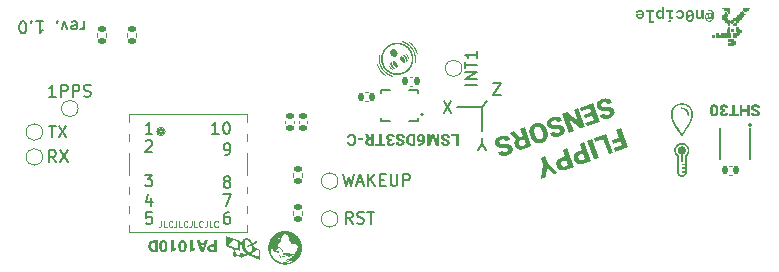
<source format=gbr>
%TF.GenerationSoftware,KiCad,Pcbnew,7.0.10*%
%TF.CreationDate,2024-02-18T18:22:22+01:00*%
%TF.ProjectId,flippy_multisensor,666c6970-7079-45f6-9d75-6c746973656e,rev?*%
%TF.SameCoordinates,Original*%
%TF.FileFunction,Legend,Top*%
%TF.FilePolarity,Positive*%
%FSLAX46Y46*%
G04 Gerber Fmt 4.6, Leading zero omitted, Abs format (unit mm)*
G04 Created by KiCad (PCBNEW 7.0.10) date 2024-02-18 18:22:22*
%MOMM*%
%LPD*%
G01*
G04 APERTURE LIST*
G04 Aperture macros list*
%AMRoundRect*
0 Rectangle with rounded corners*
0 $1 Rounding radius*
0 $2 $3 $4 $5 $6 $7 $8 $9 X,Y pos of 4 corners*
0 Add a 4 corners polygon primitive as box body*
4,1,4,$2,$3,$4,$5,$6,$7,$8,$9,$2,$3,0*
0 Add four circle primitives for the rounded corners*
1,1,$1+$1,$2,$3*
1,1,$1+$1,$4,$5*
1,1,$1+$1,$6,$7*
1,1,$1+$1,$8,$9*
0 Add four rect primitives between the rounded corners*
20,1,$1+$1,$2,$3,$4,$5,0*
20,1,$1+$1,$4,$5,$6,$7,0*
20,1,$1+$1,$6,$7,$8,$9,0*
20,1,$1+$1,$8,$9,$2,$3,0*%
G04 Aperture macros list end*
%ADD10C,0.150000*%
%ADD11C,0.125000*%
%ADD12C,0.153000*%
%ADD13C,0.120000*%
%ADD14C,0.200000*%
%ADD15C,0.300000*%
%ADD16RoundRect,0.140000X0.170000X-0.140000X0.170000X0.140000X-0.170000X0.140000X-0.170000X-0.140000X0*%
%ADD17R,3.000000X0.800000*%
%ADD18C,3.000000*%
%ADD19C,1.000000*%
%ADD20RoundRect,0.135000X-0.185000X0.135000X-0.185000X-0.135000X0.185000X-0.135000X0.185000X0.135000X0*%
%ADD21RoundRect,0.135000X0.185000X-0.135000X0.185000X0.135000X-0.185000X0.135000X-0.185000X-0.135000X0*%
%ADD22RoundRect,0.140000X0.140000X0.170000X-0.140000X0.170000X-0.140000X-0.170000X0.140000X-0.170000X0*%
%ADD23R,0.680000X0.280000*%
%ADD24R,0.280000X0.680000*%
%ADD25R,0.250000X0.700000*%
%ADD26R,1.800000X1.100000*%
%ADD27RoundRect,0.140000X-0.140000X-0.170000X0.140000X-0.170000X0.140000X0.170000X-0.140000X0.170000X0*%
%ADD28R,1.700000X1.700000*%
%ADD29O,1.700000X1.700000*%
G04 APERTURE END LIST*
D10*
X6963220Y-1780180D02*
X6963220Y-2446847D01*
X6963220Y-2256371D02*
X6915601Y-2351609D01*
X6915601Y-2351609D02*
X6867982Y-2399228D01*
X6867982Y-2399228D02*
X6772744Y-2446847D01*
X6772744Y-2446847D02*
X6677506Y-2446847D01*
X5963220Y-1827800D02*
X6058458Y-1780180D01*
X6058458Y-1780180D02*
X6248934Y-1780180D01*
X6248934Y-1780180D02*
X6344172Y-1827800D01*
X6344172Y-1827800D02*
X6391791Y-1923038D01*
X6391791Y-1923038D02*
X6391791Y-2303990D01*
X6391791Y-2303990D02*
X6344172Y-2399228D01*
X6344172Y-2399228D02*
X6248934Y-2446847D01*
X6248934Y-2446847D02*
X6058458Y-2446847D01*
X6058458Y-2446847D02*
X5963220Y-2399228D01*
X5963220Y-2399228D02*
X5915601Y-2303990D01*
X5915601Y-2303990D02*
X5915601Y-2208752D01*
X5915601Y-2208752D02*
X6391791Y-2113514D01*
X5582267Y-2446847D02*
X5344172Y-1780180D01*
X5344172Y-1780180D02*
X5106077Y-2446847D01*
X4725124Y-1875419D02*
X4677505Y-1827800D01*
X4677505Y-1827800D02*
X4725124Y-1780180D01*
X4725124Y-1780180D02*
X4772743Y-1827800D01*
X4772743Y-1827800D02*
X4725124Y-1875419D01*
X4725124Y-1875419D02*
X4725124Y-1780180D01*
X2963220Y-1780180D02*
X3534648Y-1780180D01*
X3248934Y-1780180D02*
X3248934Y-2780180D01*
X3248934Y-2780180D02*
X3344172Y-2637323D01*
X3344172Y-2637323D02*
X3439410Y-2542085D01*
X3439410Y-2542085D02*
X3534648Y-2494466D01*
X2534648Y-1875419D02*
X2487029Y-1827800D01*
X2487029Y-1827800D02*
X2534648Y-1780180D01*
X2534648Y-1780180D02*
X2582267Y-1827800D01*
X2582267Y-1827800D02*
X2534648Y-1875419D01*
X2534648Y-1875419D02*
X2534648Y-1780180D01*
X1867982Y-2780180D02*
X1772744Y-2780180D01*
X1772744Y-2780180D02*
X1677506Y-2732561D01*
X1677506Y-2732561D02*
X1629887Y-2684942D01*
X1629887Y-2684942D02*
X1582268Y-2589704D01*
X1582268Y-2589704D02*
X1534649Y-2399228D01*
X1534649Y-2399228D02*
X1534649Y-2161133D01*
X1534649Y-2161133D02*
X1582268Y-1970657D01*
X1582268Y-1970657D02*
X1629887Y-1875419D01*
X1629887Y-1875419D02*
X1677506Y-1827800D01*
X1677506Y-1827800D02*
X1772744Y-1780180D01*
X1772744Y-1780180D02*
X1867982Y-1780180D01*
X1867982Y-1780180D02*
X1963220Y-1827800D01*
X1963220Y-1827800D02*
X2010839Y-1875419D01*
X2010839Y-1875419D02*
X2058458Y-1970657D01*
X2058458Y-1970657D02*
X2106077Y-2161133D01*
X2106077Y-2161133D02*
X2106077Y-2399228D01*
X2106077Y-2399228D02*
X2058458Y-2589704D01*
X2058458Y-2589704D02*
X2010839Y-2684942D01*
X2010839Y-2684942D02*
X1963220Y-2732561D01*
X1963220Y-2732561D02*
X1867982Y-2780180D01*
G36*
X52446253Y-10838290D02*
G01*
X53023387Y-12423951D01*
X51962118Y-12810221D01*
X51859160Y-12527346D01*
X52545863Y-12277406D01*
X52406408Y-11894257D01*
X51782132Y-12121475D01*
X51679174Y-11838600D01*
X52303450Y-11611382D01*
X52071688Y-10974620D01*
X52446253Y-10838290D01*
G37*
G36*
X50282952Y-11960155D02*
G01*
X50179994Y-11677280D01*
X51228778Y-11295554D01*
X51805911Y-12881215D01*
X51431345Y-13017546D01*
X50957170Y-11714760D01*
X50282952Y-11960155D01*
G37*
G36*
X50190735Y-13454952D02*
G01*
X49618146Y-11881776D01*
X49992711Y-11745446D01*
X50565300Y-13318621D01*
X50190735Y-13454952D01*
G37*
G36*
X49923581Y-13580467D02*
G01*
X49289941Y-13811093D01*
X49272155Y-13817398D01*
X49254496Y-13823319D01*
X49236965Y-13828856D01*
X49219562Y-13834009D01*
X49202287Y-13838778D01*
X49185139Y-13843164D01*
X49168119Y-13847165D01*
X49151228Y-13850782D01*
X49134463Y-13854016D01*
X49117827Y-13856865D01*
X49101318Y-13859331D01*
X49068684Y-13863110D01*
X49036562Y-13865354D01*
X49004950Y-13866061D01*
X48973850Y-13865233D01*
X48943260Y-13862870D01*
X48913182Y-13858970D01*
X48883615Y-13853534D01*
X48854559Y-13846563D01*
X48826015Y-13838056D01*
X48797981Y-13828013D01*
X48784156Y-13822416D01*
X48757162Y-13810288D01*
X48731225Y-13797061D01*
X48706344Y-13782734D01*
X48682520Y-13767308D01*
X48659753Y-13750783D01*
X48638042Y-13733159D01*
X48617388Y-13714436D01*
X48597791Y-13694614D01*
X48579251Y-13673692D01*
X48561767Y-13651671D01*
X48545340Y-13628551D01*
X48529969Y-13604332D01*
X48515655Y-13579014D01*
X48502398Y-13552597D01*
X48490198Y-13525080D01*
X48479054Y-13496464D01*
X48469325Y-13467712D01*
X48461153Y-13439200D01*
X48454539Y-13410929D01*
X48449484Y-13382898D01*
X48445987Y-13355109D01*
X48444048Y-13327559D01*
X48443667Y-13300251D01*
X48444845Y-13273183D01*
X48447403Y-13248093D01*
X48858204Y-13248093D01*
X48858871Y-13265031D01*
X48860698Y-13282231D01*
X48863683Y-13299692D01*
X48867828Y-13317414D01*
X48873133Y-13335398D01*
X48877313Y-13347533D01*
X48884707Y-13366387D01*
X48892883Y-13384466D01*
X48901842Y-13401771D01*
X48911583Y-13418302D01*
X48922107Y-13434059D01*
X48933413Y-13449042D01*
X48945501Y-13463251D01*
X48958371Y-13476686D01*
X48972024Y-13489347D01*
X48986459Y-13501233D01*
X48996518Y-13508728D01*
X49012217Y-13518885D01*
X49028568Y-13527245D01*
X49045568Y-13533807D01*
X49063220Y-13538571D01*
X49081521Y-13541537D01*
X49100474Y-13542705D01*
X49120076Y-13542075D01*
X49140329Y-13539647D01*
X49161233Y-13535422D01*
X49182787Y-13529398D01*
X49197518Y-13524383D01*
X49446058Y-13433922D01*
X49270248Y-12950889D01*
X49021708Y-13041350D01*
X49000174Y-13049817D01*
X48980195Y-13058976D01*
X48961774Y-13068826D01*
X48944909Y-13079368D01*
X48929601Y-13090602D01*
X48915850Y-13102528D01*
X48903655Y-13115145D01*
X48893016Y-13128454D01*
X48883935Y-13142455D01*
X48874247Y-13162199D01*
X48872258Y-13167327D01*
X48865676Y-13188225D01*
X48861156Y-13209588D01*
X48858696Y-13231417D01*
X48858204Y-13248093D01*
X48447403Y-13248093D01*
X48447580Y-13246356D01*
X48451874Y-13219769D01*
X48457726Y-13193423D01*
X48465136Y-13167318D01*
X48474104Y-13141454D01*
X48484630Y-13115830D01*
X48496715Y-13090446D01*
X48510357Y-13065304D01*
X48525454Y-13040653D01*
X48541903Y-13016747D01*
X48559703Y-12993585D01*
X48578854Y-12971166D01*
X48599357Y-12949492D01*
X48621210Y-12928562D01*
X48644415Y-12908376D01*
X48668972Y-12888933D01*
X48694879Y-12870235D01*
X48722138Y-12852281D01*
X48750748Y-12835070D01*
X48765560Y-12826744D01*
X48780710Y-12818604D01*
X48796197Y-12810650D01*
X48812022Y-12802882D01*
X48828185Y-12795300D01*
X48844686Y-12787903D01*
X48861525Y-12780693D01*
X48878701Y-12773669D01*
X48896216Y-12766831D01*
X48914068Y-12760179D01*
X49167290Y-12668014D01*
X48971883Y-12131136D01*
X49346448Y-11994806D01*
X49923581Y-13580467D01*
G37*
G36*
X48467458Y-14110452D02*
G01*
X47833818Y-14341078D01*
X47816031Y-14347383D01*
X47798373Y-14353304D01*
X47780842Y-14358842D01*
X47763439Y-14363995D01*
X47746163Y-14368764D01*
X47729016Y-14373149D01*
X47711996Y-14377151D01*
X47695104Y-14380768D01*
X47678340Y-14384001D01*
X47661703Y-14386851D01*
X47645195Y-14389317D01*
X47612561Y-14393096D01*
X47580438Y-14395339D01*
X47548827Y-14396047D01*
X47517726Y-14395219D01*
X47487137Y-14392855D01*
X47457059Y-14388955D01*
X47427492Y-14383520D01*
X47398436Y-14376549D01*
X47369891Y-14368042D01*
X47341858Y-14357999D01*
X47328033Y-14352402D01*
X47301038Y-14340274D01*
X47275101Y-14327046D01*
X47250220Y-14312720D01*
X47226396Y-14297294D01*
X47203629Y-14280769D01*
X47181919Y-14263145D01*
X47161265Y-14244422D01*
X47141667Y-14224599D01*
X47123127Y-14203678D01*
X47105643Y-14181657D01*
X47089216Y-14158537D01*
X47073846Y-14134318D01*
X47059532Y-14109000D01*
X47046275Y-14082582D01*
X47034074Y-14055066D01*
X47022931Y-14026450D01*
X47013201Y-13997697D01*
X47005029Y-13969186D01*
X46998416Y-13940915D01*
X46993361Y-13912884D01*
X46989864Y-13885094D01*
X46987925Y-13857545D01*
X46987544Y-13830237D01*
X46988721Y-13803169D01*
X46991280Y-13778079D01*
X47402080Y-13778079D01*
X47402748Y-13795017D01*
X47404574Y-13812216D01*
X47407560Y-13829677D01*
X47411705Y-13847400D01*
X47417009Y-13865384D01*
X47421189Y-13877519D01*
X47428583Y-13896372D01*
X47436760Y-13914451D01*
X47445719Y-13931757D01*
X47455460Y-13948288D01*
X47465983Y-13964045D01*
X47477289Y-13979028D01*
X47489377Y-13993237D01*
X47502248Y-14006671D01*
X47515901Y-14019332D01*
X47530336Y-14031219D01*
X47540394Y-14038713D01*
X47556094Y-14048871D01*
X47572444Y-14057231D01*
X47589445Y-14063793D01*
X47607096Y-14068557D01*
X47625398Y-14071523D01*
X47644350Y-14072691D01*
X47663953Y-14072061D01*
X47684206Y-14069633D01*
X47705110Y-14065407D01*
X47726664Y-14059384D01*
X47741394Y-14054369D01*
X47989934Y-13963908D01*
X47814124Y-13480874D01*
X47565585Y-13571335D01*
X47544050Y-13579803D01*
X47524072Y-13588961D01*
X47505650Y-13598812D01*
X47488786Y-13609354D01*
X47473478Y-13620588D01*
X47459726Y-13632514D01*
X47447531Y-13645131D01*
X47436893Y-13658440D01*
X47427811Y-13672441D01*
X47418124Y-13692184D01*
X47416134Y-13697312D01*
X47409553Y-13718211D01*
X47405032Y-13739574D01*
X47402573Y-13761402D01*
X47402080Y-13778079D01*
X46991280Y-13778079D01*
X46991457Y-13776341D01*
X46995750Y-13749755D01*
X47001602Y-13723409D01*
X47009012Y-13697304D01*
X47017980Y-13671439D01*
X47028507Y-13645815D01*
X47040591Y-13620432D01*
X47054234Y-13595289D01*
X47069331Y-13570639D01*
X47085780Y-13546733D01*
X47103579Y-13523570D01*
X47122731Y-13501152D01*
X47143233Y-13479478D01*
X47165087Y-13458547D01*
X47188292Y-13438361D01*
X47212848Y-13418919D01*
X47238756Y-13400221D01*
X47266014Y-13382266D01*
X47294625Y-13365056D01*
X47309436Y-13356730D01*
X47324586Y-13348590D01*
X47340073Y-13340636D01*
X47355899Y-13332867D01*
X47372062Y-13325285D01*
X47388563Y-13317889D01*
X47405401Y-13310679D01*
X47422578Y-13303655D01*
X47440092Y-13296817D01*
X47457944Y-13290165D01*
X47711166Y-13197999D01*
X47515759Y-12661122D01*
X47890325Y-12524791D01*
X48467458Y-14110452D01*
G37*
G36*
X46730158Y-14728638D02*
G01*
X46182339Y-14148586D01*
X46134364Y-14945489D01*
X45721952Y-15095595D01*
X45862891Y-13893693D01*
X45655555Y-13324042D01*
X46055091Y-13178622D01*
X46262427Y-13748274D01*
X47144131Y-14577964D01*
X46730158Y-14728638D01*
G37*
G36*
X50800475Y-8880524D02*
G01*
X50807960Y-8898546D01*
X50816782Y-8915157D01*
X50826939Y-8930356D01*
X50838434Y-8944144D01*
X50851264Y-8956520D01*
X50865432Y-8967485D01*
X50880936Y-8977038D01*
X50897776Y-8985179D01*
X50917212Y-8992182D01*
X50934401Y-8996692D01*
X50953828Y-9000566D01*
X50975494Y-9003805D01*
X50999398Y-9006407D01*
X51016577Y-9007788D01*
X51034752Y-9008887D01*
X51053921Y-9009703D01*
X51074085Y-9010236D01*
X51095244Y-9010486D01*
X51117398Y-9010454D01*
X51140546Y-9010139D01*
X51164690Y-9009542D01*
X51189144Y-9008973D01*
X51213189Y-9008646D01*
X51236825Y-9008561D01*
X51260053Y-9008718D01*
X51282871Y-9009117D01*
X51305280Y-9009758D01*
X51327280Y-9010641D01*
X51348872Y-9011767D01*
X51370054Y-9013134D01*
X51390827Y-9014743D01*
X51411192Y-9016595D01*
X51431147Y-9018689D01*
X51450693Y-9021024D01*
X51469830Y-9023602D01*
X51488559Y-9026422D01*
X51506878Y-9029484D01*
X51524808Y-9032832D01*
X51542369Y-9036512D01*
X51559560Y-9040523D01*
X51576381Y-9044866D01*
X51592832Y-9049539D01*
X51608914Y-9054544D01*
X51632344Y-9062673D01*
X51654943Y-9071547D01*
X51676710Y-9081166D01*
X51697645Y-9091531D01*
X51717748Y-9102642D01*
X51737020Y-9114497D01*
X51749406Y-9122815D01*
X51767195Y-9136108D01*
X51784103Y-9150482D01*
X51800131Y-9165938D01*
X51815279Y-9182475D01*
X51829547Y-9200094D01*
X51842935Y-9218795D01*
X51855442Y-9238576D01*
X51867069Y-9259440D01*
X51877817Y-9281385D01*
X51884492Y-9296616D01*
X51890777Y-9312327D01*
X51893773Y-9320363D01*
X51902230Y-9345695D01*
X51909105Y-9370871D01*
X51914397Y-9395892D01*
X51918107Y-9420756D01*
X51920234Y-9445465D01*
X51920778Y-9470018D01*
X51919740Y-9494415D01*
X51917120Y-9518656D01*
X51912917Y-9542741D01*
X51907132Y-9566671D01*
X51899764Y-9590444D01*
X51890813Y-9614062D01*
X51880280Y-9637524D01*
X51868164Y-9660830D01*
X51854466Y-9683981D01*
X51839186Y-9706975D01*
X51822559Y-9729614D01*
X51804884Y-9751564D01*
X51786161Y-9772825D01*
X51766390Y-9793398D01*
X51745571Y-9813282D01*
X51723703Y-9832477D01*
X51700788Y-9850984D01*
X51676825Y-9868802D01*
X51651813Y-9885932D01*
X51625754Y-9902372D01*
X51598646Y-9918125D01*
X51570490Y-9933188D01*
X51541286Y-9947563D01*
X51511035Y-9961249D01*
X51495516Y-9967834D01*
X51479735Y-9974246D01*
X51463692Y-9980487D01*
X51447387Y-9986555D01*
X51431215Y-9992294D01*
X51415132Y-9997708D01*
X51399139Y-10002795D01*
X51367421Y-10011992D01*
X51336060Y-10019886D01*
X51305056Y-10026475D01*
X51274410Y-10031761D01*
X51244122Y-10035743D01*
X51214191Y-10038421D01*
X51184617Y-10039796D01*
X51155400Y-10039867D01*
X51126541Y-10038633D01*
X51098040Y-10036097D01*
X51069895Y-10032256D01*
X51042108Y-10027112D01*
X51014679Y-10020663D01*
X50987607Y-10012911D01*
X50974205Y-10008547D01*
X50948010Y-9998907D01*
X50922853Y-9988098D01*
X50898734Y-9976121D01*
X50875654Y-9962976D01*
X50853612Y-9948662D01*
X50832608Y-9933180D01*
X50812643Y-9916529D01*
X50793716Y-9898710D01*
X50775828Y-9879722D01*
X50758978Y-9859566D01*
X50743166Y-9838242D01*
X50728393Y-9815749D01*
X50714658Y-9792088D01*
X50701962Y-9767258D01*
X50690304Y-9741259D01*
X50679684Y-9714093D01*
X51054249Y-9577762D01*
X51060738Y-9594054D01*
X51068010Y-9609424D01*
X51078924Y-9628484D01*
X51091230Y-9645905D01*
X51104928Y-9661686D01*
X51120017Y-9675829D01*
X51136499Y-9688334D01*
X51154372Y-9699199D01*
X51163830Y-9704017D01*
X51183607Y-9712146D01*
X51204532Y-9717813D01*
X51220979Y-9720449D01*
X51238071Y-9721699D01*
X51255809Y-9721566D01*
X51274193Y-9720048D01*
X51293222Y-9717145D01*
X51312897Y-9712858D01*
X51333217Y-9707186D01*
X51354183Y-9700130D01*
X51374332Y-9692326D01*
X51393225Y-9684040D01*
X51410864Y-9675270D01*
X51427247Y-9666018D01*
X51442374Y-9656283D01*
X51456246Y-9646065D01*
X51472789Y-9631690D01*
X51487101Y-9616456D01*
X51499181Y-9600364D01*
X51504384Y-9591996D01*
X51513243Y-9575081D01*
X51520126Y-9558236D01*
X51525033Y-9541461D01*
X51527963Y-9524757D01*
X51528916Y-9508123D01*
X51527329Y-9487430D01*
X51523835Y-9470955D01*
X51519917Y-9458645D01*
X51512377Y-9441685D01*
X51502681Y-9426311D01*
X51490827Y-9412523D01*
X51476817Y-9400320D01*
X51460650Y-9389704D01*
X51442326Y-9380673D01*
X51421845Y-9373229D01*
X51405069Y-9368686D01*
X51399208Y-9367370D01*
X51380843Y-9363832D01*
X51361468Y-9360762D01*
X51341082Y-9358161D01*
X51319687Y-9356028D01*
X51297282Y-9354364D01*
X51273867Y-9353168D01*
X51249441Y-9352442D01*
X51232597Y-9352217D01*
X51215303Y-9352201D01*
X51197560Y-9352394D01*
X51179369Y-9352794D01*
X51160729Y-9353403D01*
X51151240Y-9353786D01*
X51133673Y-9354418D01*
X51116300Y-9354889D01*
X51099120Y-9355199D01*
X51082133Y-9355347D01*
X51065340Y-9355335D01*
X51032333Y-9354828D01*
X51000100Y-9353677D01*
X50968641Y-9351882D01*
X50937955Y-9349443D01*
X50908043Y-9346359D01*
X50878904Y-9342632D01*
X50850539Y-9338261D01*
X50822948Y-9333246D01*
X50796130Y-9327586D01*
X50770086Y-9321283D01*
X50744815Y-9314335D01*
X50720318Y-9306744D01*
X50696595Y-9298509D01*
X50685023Y-9294149D01*
X50662476Y-9284831D01*
X50640798Y-9274504D01*
X50619987Y-9263166D01*
X50600045Y-9250819D01*
X50580972Y-9237461D01*
X50562766Y-9223094D01*
X50545429Y-9207717D01*
X50528960Y-9191330D01*
X50513359Y-9173933D01*
X50498627Y-9155526D01*
X50484763Y-9136109D01*
X50471767Y-9115683D01*
X50459639Y-9094246D01*
X50448380Y-9071800D01*
X50437989Y-9048344D01*
X50428466Y-9023877D01*
X50419469Y-8997213D01*
X50412003Y-8970867D01*
X50406068Y-8944842D01*
X50401666Y-8919135D01*
X50398794Y-8893748D01*
X50397455Y-8868680D01*
X50397647Y-8843932D01*
X50399370Y-8819502D01*
X50402625Y-8795393D01*
X50407412Y-8771602D01*
X50413730Y-8748131D01*
X50421580Y-8724980D01*
X50430962Y-8702148D01*
X50441875Y-8679635D01*
X50454319Y-8657441D01*
X50468295Y-8635567D01*
X50483613Y-8614154D01*
X50500082Y-8593344D01*
X50517703Y-8573136D01*
X50536474Y-8553531D01*
X50556398Y-8534529D01*
X50577472Y-8516129D01*
X50599699Y-8498332D01*
X50623076Y-8481138D01*
X50647605Y-8464547D01*
X50673286Y-8448558D01*
X50700117Y-8433173D01*
X50728101Y-8418389D01*
X50757235Y-8404209D01*
X50787522Y-8390631D01*
X50803096Y-8384068D01*
X50818959Y-8377656D01*
X50835110Y-8371395D01*
X50851548Y-8365284D01*
X50871924Y-8358111D01*
X50892378Y-8351396D01*
X50912909Y-8345141D01*
X50933516Y-8339344D01*
X50954201Y-8334005D01*
X50974964Y-8329125D01*
X50995803Y-8324704D01*
X51016720Y-8320742D01*
X51037713Y-8317238D01*
X51058784Y-8314193D01*
X51079933Y-8311606D01*
X51101158Y-8309478D01*
X51122460Y-8307809D01*
X51143840Y-8306598D01*
X51165297Y-8305846D01*
X51186831Y-8305553D01*
X51208249Y-8305877D01*
X51229422Y-8306842D01*
X51250348Y-8308449D01*
X51271028Y-8310699D01*
X51291462Y-8313590D01*
X51311649Y-8317123D01*
X51331591Y-8321298D01*
X51351286Y-8326115D01*
X51370735Y-8331574D01*
X51389938Y-8337675D01*
X51408894Y-8344418D01*
X51427605Y-8351802D01*
X51446069Y-8359829D01*
X51464287Y-8368498D01*
X51482259Y-8377808D01*
X51499984Y-8387761D01*
X51517302Y-8398440D01*
X51534048Y-8409931D01*
X51550223Y-8422234D01*
X51565827Y-8435349D01*
X51580860Y-8449276D01*
X51595323Y-8464015D01*
X51609214Y-8479566D01*
X51622535Y-8495929D01*
X51635284Y-8513104D01*
X51647463Y-8531090D01*
X51659070Y-8549889D01*
X51670107Y-8569499D01*
X51680573Y-8589922D01*
X51690468Y-8611156D01*
X51699791Y-8633202D01*
X51708544Y-8656060D01*
X51333979Y-8792391D01*
X51327435Y-8775322D01*
X51320549Y-8759134D01*
X51313320Y-8743826D01*
X51301836Y-8722516D01*
X51289581Y-8703187D01*
X51276556Y-8685840D01*
X51262761Y-8670473D01*
X51248196Y-8657088D01*
X51232861Y-8645684D01*
X51216756Y-8636262D01*
X51199880Y-8628821D01*
X51188202Y-8624961D01*
X51169967Y-8620543D01*
X51150957Y-8617494D01*
X51131172Y-8615815D01*
X51110611Y-8615506D01*
X51089275Y-8616566D01*
X51067164Y-8618995D01*
X51044277Y-8622795D01*
X51020615Y-8627963D01*
X51004409Y-8632170D01*
X50987859Y-8636986D01*
X50970965Y-8642410D01*
X50953726Y-8648443D01*
X50933431Y-8656284D01*
X50914540Y-8664523D01*
X50897051Y-8673160D01*
X50880966Y-8682195D01*
X50866284Y-8691628D01*
X50848891Y-8704825D01*
X50833992Y-8718729D01*
X50821588Y-8733341D01*
X50811678Y-8748661D01*
X50809590Y-8752602D01*
X50802328Y-8768501D01*
X50796815Y-8784426D01*
X50792385Y-8804369D01*
X50790687Y-8824352D01*
X50791723Y-8844377D01*
X50795492Y-8864442D01*
X50800475Y-8880524D01*
G37*
G36*
X50074049Y-8676549D02*
G01*
X50649620Y-10257918D01*
X49550895Y-10657822D01*
X49447937Y-10374947D01*
X50172097Y-10111374D01*
X50047837Y-9769973D01*
X49436047Y-9992647D01*
X49333088Y-9709772D01*
X49944879Y-9487098D01*
X49802442Y-9095755D01*
X49078282Y-9359328D01*
X48975323Y-9076453D01*
X50074049Y-8676549D01*
G37*
G36*
X48073061Y-11186430D02*
G01*
X47500472Y-9613255D01*
X47875037Y-9476924D01*
X48805677Y-10246826D01*
X48449371Y-9267884D01*
X48823937Y-9131553D01*
X49396526Y-10704728D01*
X49021960Y-10841059D01*
X48091320Y-10071157D01*
X48447626Y-11050099D01*
X48073061Y-11186430D01*
G37*
G36*
X46580370Y-10416516D02*
G01*
X46587855Y-10434539D01*
X46596676Y-10451150D01*
X46606834Y-10466349D01*
X46618329Y-10480137D01*
X46631159Y-10492513D01*
X46645327Y-10503477D01*
X46660831Y-10513030D01*
X46677671Y-10521171D01*
X46697107Y-10528175D01*
X46714296Y-10532685D01*
X46733723Y-10536559D01*
X46755389Y-10539797D01*
X46779293Y-10542399D01*
X46796472Y-10543781D01*
X46814646Y-10544879D01*
X46833816Y-10545695D01*
X46853980Y-10546228D01*
X46875139Y-10546479D01*
X46897293Y-10546447D01*
X46920441Y-10546132D01*
X46944585Y-10545534D01*
X46969039Y-10544965D01*
X46993084Y-10544638D01*
X47016720Y-10544553D01*
X47039948Y-10544710D01*
X47062766Y-10545109D01*
X47085175Y-10545751D01*
X47107175Y-10546634D01*
X47128767Y-10547759D01*
X47149949Y-10549127D01*
X47170722Y-10550736D01*
X47191086Y-10552588D01*
X47211042Y-10554681D01*
X47230588Y-10557017D01*
X47249725Y-10559595D01*
X47268454Y-10562414D01*
X47286773Y-10565476D01*
X47304703Y-10568825D01*
X47322264Y-10572505D01*
X47339454Y-10576516D01*
X47356276Y-10580858D01*
X47372727Y-10585532D01*
X47388809Y-10590537D01*
X47412239Y-10598666D01*
X47434838Y-10607540D01*
X47456604Y-10617159D01*
X47477540Y-10627524D01*
X47497643Y-10638634D01*
X47516915Y-10650490D01*
X47529301Y-10658808D01*
X47547090Y-10672101D01*
X47563998Y-10686475D01*
X47580026Y-10701931D01*
X47595174Y-10718468D01*
X47609442Y-10736087D01*
X47622829Y-10754787D01*
X47635337Y-10774569D01*
X47646964Y-10795432D01*
X47657712Y-10817377D01*
X47664387Y-10832608D01*
X47670672Y-10848320D01*
X47673668Y-10856356D01*
X47682125Y-10881688D01*
X47689000Y-10906864D01*
X47694292Y-10931884D01*
X47698001Y-10956749D01*
X47700129Y-10981458D01*
X47700673Y-11006010D01*
X47699635Y-11030407D01*
X47697015Y-11054649D01*
X47692812Y-11078734D01*
X47687026Y-11102663D01*
X47679658Y-11126437D01*
X47670708Y-11150055D01*
X47660175Y-11173517D01*
X47648059Y-11196823D01*
X47634361Y-11219973D01*
X47619081Y-11242968D01*
X47602454Y-11265606D01*
X47584779Y-11287557D01*
X47566056Y-11308818D01*
X47546285Y-11329391D01*
X47525465Y-11349275D01*
X47503598Y-11368470D01*
X47480683Y-11386977D01*
X47456719Y-11404795D01*
X47431708Y-11421924D01*
X47405648Y-11438365D01*
X47378541Y-11454117D01*
X47350385Y-11469181D01*
X47321181Y-11483555D01*
X47290929Y-11497241D01*
X47275410Y-11503826D01*
X47259630Y-11510239D01*
X47243587Y-11516479D01*
X47227282Y-11522548D01*
X47211110Y-11528287D01*
X47195027Y-11533700D01*
X47179034Y-11538788D01*
X47147316Y-11547985D01*
X47115955Y-11555878D01*
X47084951Y-11562468D01*
X47054305Y-11567754D01*
X47024017Y-11571736D01*
X46994085Y-11574414D01*
X46964512Y-11575789D01*
X46935295Y-11575859D01*
X46906436Y-11574626D01*
X46877934Y-11572089D01*
X46849790Y-11568249D01*
X46822003Y-11563104D01*
X46794574Y-11556656D01*
X46767502Y-11548904D01*
X46754100Y-11544539D01*
X46727905Y-11534899D01*
X46702747Y-11524091D01*
X46678629Y-11512114D01*
X46655549Y-11498969D01*
X46633507Y-11484655D01*
X46612503Y-11469173D01*
X46592538Y-11452522D01*
X46573611Y-11434703D01*
X46555723Y-11415715D01*
X46538873Y-11395559D01*
X46523061Y-11374235D01*
X46508288Y-11351742D01*
X46494553Y-11328080D01*
X46481857Y-11303250D01*
X46470198Y-11277252D01*
X46459579Y-11250085D01*
X46834144Y-11113754D01*
X46840633Y-11130047D01*
X46847905Y-11145417D01*
X46858819Y-11164476D01*
X46871125Y-11181897D01*
X46884823Y-11197679D01*
X46899912Y-11211822D01*
X46916393Y-11224326D01*
X46934267Y-11235192D01*
X46943725Y-11240010D01*
X46963502Y-11248138D01*
X46984427Y-11253806D01*
X47000874Y-11256441D01*
X47017966Y-11257692D01*
X47035704Y-11257558D01*
X47054087Y-11256040D01*
X47073117Y-11253138D01*
X47092791Y-11248850D01*
X47113112Y-11243179D01*
X47134078Y-11236122D01*
X47154227Y-11228319D01*
X47173120Y-11220032D01*
X47190759Y-11211263D01*
X47207141Y-11202011D01*
X47222269Y-11192276D01*
X47236141Y-11182058D01*
X47252684Y-11167683D01*
X47266996Y-11152449D01*
X47279075Y-11136357D01*
X47284278Y-11127989D01*
X47293138Y-11111073D01*
X47300021Y-11094228D01*
X47304928Y-11077454D01*
X47307858Y-11060750D01*
X47308811Y-11044116D01*
X47307223Y-11023423D01*
X47303730Y-11006947D01*
X47299812Y-10994637D01*
X47292272Y-10977677D01*
X47282576Y-10962303D01*
X47270722Y-10948515D01*
X47256712Y-10936313D01*
X47240545Y-10925697D01*
X47222221Y-10916666D01*
X47201740Y-10909221D01*
X47184964Y-10904679D01*
X47179103Y-10903363D01*
X47160738Y-10899824D01*
X47141362Y-10896754D01*
X47120977Y-10894153D01*
X47099582Y-10892021D01*
X47077177Y-10890357D01*
X47053761Y-10889161D01*
X47029336Y-10888434D01*
X47012491Y-10888210D01*
X46995198Y-10888194D01*
X46977455Y-10888386D01*
X46959264Y-10888787D01*
X46940624Y-10889396D01*
X46931135Y-10889778D01*
X46913568Y-10890410D01*
X46896195Y-10890881D01*
X46879014Y-10891191D01*
X46862028Y-10891340D01*
X46845234Y-10891328D01*
X46812228Y-10890821D01*
X46779995Y-10889670D01*
X46748536Y-10887875D01*
X46717850Y-10885435D01*
X46687938Y-10882352D01*
X46658799Y-10878625D01*
X46630434Y-10874254D01*
X46602843Y-10869238D01*
X46576025Y-10863579D01*
X46549981Y-10857276D01*
X46524710Y-10850328D01*
X46500213Y-10842737D01*
X46476490Y-10834501D01*
X46464918Y-10830142D01*
X46442371Y-10820824D01*
X46420693Y-10810496D01*
X46399882Y-10799159D01*
X46379940Y-10786811D01*
X46360867Y-10773454D01*
X46342661Y-10759086D01*
X46325324Y-10743709D01*
X46308855Y-10727322D01*
X46293254Y-10709925D01*
X46278522Y-10691518D01*
X46264658Y-10672102D01*
X46251662Y-10651675D01*
X46239534Y-10630239D01*
X46228275Y-10607792D01*
X46217884Y-10584336D01*
X46208361Y-10559870D01*
X46199363Y-10533205D01*
X46191898Y-10506860D01*
X46185963Y-10480834D01*
X46181560Y-10455128D01*
X46178689Y-10429740D01*
X46177350Y-10404673D01*
X46177542Y-10379924D01*
X46179265Y-10355495D01*
X46182520Y-10331385D01*
X46187307Y-10307595D01*
X46193625Y-10284124D01*
X46201475Y-10260972D01*
X46210857Y-10238140D01*
X46221770Y-10215627D01*
X46234214Y-10193434D01*
X46248190Y-10171560D01*
X46263508Y-10150147D01*
X46279977Y-10129336D01*
X46297597Y-10109129D01*
X46316369Y-10089524D01*
X46336293Y-10070521D01*
X46357367Y-10052122D01*
X46379593Y-10034325D01*
X46402971Y-10017131D01*
X46427500Y-10000540D01*
X46453181Y-9984551D01*
X46480012Y-9969165D01*
X46507996Y-9954382D01*
X46537130Y-9940202D01*
X46567416Y-9926624D01*
X46582991Y-9920061D01*
X46598854Y-9913649D01*
X46615004Y-9907387D01*
X46631443Y-9901276D01*
X46651819Y-9894103D01*
X46672273Y-9887389D01*
X46692803Y-9881133D01*
X46713411Y-9875336D01*
X46734096Y-9869998D01*
X46754859Y-9865118D01*
X46775698Y-9860697D01*
X46796615Y-9856734D01*
X46817608Y-9853231D01*
X46838679Y-9850185D01*
X46859827Y-9847599D01*
X46881053Y-9845471D01*
X46902355Y-9843802D01*
X46923735Y-9842591D01*
X46945192Y-9841839D01*
X46966726Y-9841546D01*
X46988144Y-9841869D01*
X47009317Y-9842835D01*
X47030243Y-9844442D01*
X47050923Y-9846691D01*
X47071356Y-9849582D01*
X47091544Y-9853116D01*
X47111485Y-9857291D01*
X47131181Y-9862108D01*
X47150630Y-9867567D01*
X47169832Y-9873667D01*
X47188789Y-9880410D01*
X47207499Y-9887795D01*
X47225964Y-9895822D01*
X47244182Y-9904490D01*
X47262154Y-9913801D01*
X47279879Y-9923753D01*
X47297196Y-9934433D01*
X47313943Y-9945924D01*
X47330118Y-9958227D01*
X47345722Y-9971342D01*
X47360755Y-9985269D01*
X47375218Y-10000008D01*
X47389109Y-10015559D01*
X47402430Y-10031922D01*
X47415179Y-10049096D01*
X47427358Y-10067083D01*
X47438965Y-10085881D01*
X47450002Y-10105492D01*
X47460468Y-10125914D01*
X47470363Y-10147148D01*
X47479686Y-10169195D01*
X47488439Y-10192053D01*
X47113874Y-10328383D01*
X47107330Y-10311315D01*
X47100444Y-10295127D01*
X47093215Y-10279819D01*
X47081731Y-10258509D01*
X47069476Y-10239180D01*
X47056451Y-10221832D01*
X47042656Y-10206466D01*
X47028091Y-10193081D01*
X47012756Y-10181677D01*
X46996651Y-10172255D01*
X46979775Y-10164814D01*
X46968097Y-10160953D01*
X46949862Y-10156535D01*
X46930852Y-10153487D01*
X46911067Y-10151808D01*
X46890506Y-10151498D01*
X46869170Y-10152558D01*
X46847058Y-10154988D01*
X46824172Y-10158787D01*
X46800510Y-10163956D01*
X46784304Y-10168163D01*
X46767754Y-10172978D01*
X46750860Y-10178403D01*
X46733621Y-10184435D01*
X46713326Y-10192276D01*
X46694435Y-10200516D01*
X46676946Y-10209153D01*
X46660861Y-10218188D01*
X46646179Y-10227621D01*
X46628786Y-10240818D01*
X46613887Y-10254722D01*
X46601483Y-10269334D01*
X46591573Y-10284654D01*
X46589485Y-10288594D01*
X46582223Y-10304493D01*
X46576710Y-10320418D01*
X46572280Y-10340361D01*
X46570582Y-10360345D01*
X46571618Y-10380369D01*
X46575387Y-10400435D01*
X46580370Y-10416516D01*
G37*
G36*
X45475247Y-10373943D02*
G01*
X45493443Y-10374463D01*
X45511566Y-10375471D01*
X45529617Y-10376965D01*
X45547597Y-10378947D01*
X45565504Y-10381416D01*
X45583339Y-10384372D01*
X45601102Y-10387815D01*
X45618793Y-10391745D01*
X45636411Y-10396162D01*
X45653958Y-10401066D01*
X45671433Y-10406458D01*
X45688835Y-10412336D01*
X45706165Y-10418702D01*
X45723423Y-10425555D01*
X45740609Y-10432894D01*
X45757723Y-10440721D01*
X45774765Y-10449035D01*
X45791609Y-10457822D01*
X45808181Y-10467049D01*
X45824480Y-10476716D01*
X45840506Y-10486823D01*
X45856259Y-10497370D01*
X45871739Y-10508358D01*
X45886945Y-10519786D01*
X45901879Y-10531654D01*
X45916540Y-10543963D01*
X45930928Y-10556712D01*
X45945043Y-10569901D01*
X45958885Y-10583530D01*
X45972454Y-10597600D01*
X45985749Y-10612109D01*
X45998772Y-10627059D01*
X46011522Y-10642450D01*
X46023999Y-10658280D01*
X46036203Y-10674551D01*
X46048134Y-10691262D01*
X46059792Y-10708413D01*
X46071177Y-10726005D01*
X46082289Y-10744036D01*
X46093128Y-10762508D01*
X46103694Y-10781421D01*
X46113987Y-10800773D01*
X46124007Y-10820566D01*
X46133754Y-10840799D01*
X46143228Y-10861472D01*
X46152429Y-10882586D01*
X46161357Y-10904140D01*
X46170012Y-10926134D01*
X46178394Y-10948568D01*
X46201541Y-11012166D01*
X46209551Y-11034764D01*
X46217069Y-11057199D01*
X46224097Y-11079472D01*
X46230634Y-11101582D01*
X46236681Y-11123531D01*
X46242237Y-11145317D01*
X46247303Y-11166940D01*
X46251878Y-11188402D01*
X46255962Y-11209701D01*
X46259556Y-11230837D01*
X46262659Y-11251812D01*
X46265272Y-11272624D01*
X46267394Y-11293273D01*
X46269025Y-11313761D01*
X46270166Y-11334086D01*
X46270817Y-11354248D01*
X46270976Y-11374249D01*
X46270645Y-11394087D01*
X46269824Y-11413762D01*
X46268512Y-11433276D01*
X46266709Y-11452627D01*
X46264416Y-11471815D01*
X46261632Y-11490842D01*
X46258358Y-11509706D01*
X46254593Y-11528407D01*
X46250337Y-11546947D01*
X46245591Y-11565324D01*
X46240354Y-11583539D01*
X46234627Y-11601591D01*
X46228409Y-11619481D01*
X46221701Y-11637209D01*
X46214502Y-11654774D01*
X46206872Y-11672095D01*
X46198874Y-11689088D01*
X46190506Y-11705754D01*
X46181769Y-11722093D01*
X46172662Y-11738105D01*
X46163186Y-11753789D01*
X46153341Y-11769146D01*
X46143126Y-11784176D01*
X46132542Y-11798878D01*
X46121588Y-11813253D01*
X46110265Y-11827301D01*
X46098573Y-11841022D01*
X46086511Y-11854416D01*
X46074080Y-11867482D01*
X46061280Y-11880221D01*
X46048110Y-11892632D01*
X46034571Y-11904717D01*
X46020662Y-11916474D01*
X46006384Y-11927904D01*
X45991736Y-11939006D01*
X45976720Y-11949782D01*
X45961333Y-11960230D01*
X45945578Y-11970350D01*
X45929453Y-11980144D01*
X45912958Y-11989610D01*
X45896095Y-11998749D01*
X45878862Y-12007561D01*
X45861259Y-12016046D01*
X45843287Y-12024203D01*
X45824946Y-12032033D01*
X45806235Y-12039535D01*
X45787155Y-12046711D01*
X45768021Y-12053444D01*
X45748954Y-12059692D01*
X45729953Y-12065453D01*
X45711018Y-12070729D01*
X45692150Y-12075518D01*
X45673349Y-12079822D01*
X45654614Y-12083640D01*
X45635946Y-12086972D01*
X45617344Y-12089818D01*
X45598808Y-12092178D01*
X45580339Y-12094052D01*
X45561937Y-12095440D01*
X45543601Y-12096343D01*
X45525332Y-12096759D01*
X45507129Y-12096690D01*
X45488993Y-12096134D01*
X45470923Y-12095093D01*
X45452920Y-12093566D01*
X45434983Y-12091553D01*
X45417112Y-12089053D01*
X45399309Y-12086068D01*
X45381571Y-12082598D01*
X45363901Y-12078641D01*
X45346296Y-12074198D01*
X45328759Y-12069269D01*
X45311287Y-12063855D01*
X45293883Y-12057954D01*
X45276544Y-12051568D01*
X45259273Y-12044695D01*
X45242067Y-12037337D01*
X45224929Y-12029493D01*
X45207857Y-12021163D01*
X45190955Y-12012370D01*
X45174328Y-12003135D01*
X45157975Y-11993460D01*
X45141897Y-11983344D01*
X45126093Y-11972788D01*
X45110564Y-11961790D01*
X45095310Y-11950352D01*
X45080330Y-11938473D01*
X45065624Y-11926153D01*
X45051193Y-11913392D01*
X45037037Y-11900191D01*
X45023155Y-11886549D01*
X45009547Y-11872466D01*
X44996214Y-11857942D01*
X44983156Y-11842977D01*
X44970372Y-11827571D01*
X44957862Y-11811725D01*
X44945628Y-11795438D01*
X44933667Y-11778710D01*
X44921981Y-11761541D01*
X44910570Y-11743932D01*
X44899433Y-11725881D01*
X44888571Y-11707390D01*
X44877983Y-11688458D01*
X44867670Y-11669086D01*
X44857631Y-11649272D01*
X44847867Y-11629018D01*
X44838377Y-11608323D01*
X44829162Y-11587187D01*
X44820221Y-11565610D01*
X44811555Y-11543592D01*
X44803163Y-11521134D01*
X44780016Y-11457536D01*
X44772016Y-11434962D01*
X44764509Y-11412551D01*
X44757493Y-11390301D01*
X44750970Y-11368213D01*
X44744939Y-11346286D01*
X44739400Y-11324521D01*
X44734354Y-11302919D01*
X44729799Y-11281478D01*
X44725736Y-11260198D01*
X44722166Y-11239081D01*
X44719088Y-11218125D01*
X44716501Y-11197331D01*
X44714407Y-11176699D01*
X44712805Y-11156228D01*
X44711695Y-11135920D01*
X44711077Y-11115773D01*
X44710952Y-11095788D01*
X44711318Y-11075964D01*
X44712177Y-11056303D01*
X44713527Y-11036803D01*
X44715370Y-11017465D01*
X44717705Y-10998289D01*
X44718418Y-10993495D01*
X45113044Y-10993495D01*
X45113117Y-11015399D01*
X45114100Y-11037918D01*
X45115994Y-11061051D01*
X45118798Y-11084799D01*
X45122513Y-11109161D01*
X45127138Y-11134138D01*
X45132674Y-11159729D01*
X45139121Y-11185934D01*
X45146478Y-11212754D01*
X45154746Y-11240188D01*
X45163925Y-11268237D01*
X45174014Y-11296900D01*
X45200854Y-11370642D01*
X45211991Y-11400301D01*
X45223389Y-11428802D01*
X45235050Y-11456144D01*
X45246972Y-11482328D01*
X45259156Y-11507353D01*
X45271602Y-11531219D01*
X45284310Y-11553927D01*
X45297279Y-11575476D01*
X45310511Y-11595867D01*
X45324004Y-11615100D01*
X45337759Y-11633173D01*
X45351776Y-11650089D01*
X45366055Y-11665846D01*
X45380596Y-11680444D01*
X45395398Y-11693884D01*
X45410462Y-11706165D01*
X45425762Y-11717344D01*
X45441334Y-11727343D01*
X45457177Y-11736163D01*
X45473291Y-11743804D01*
X45489677Y-11750266D01*
X45506335Y-11755548D01*
X45523264Y-11759651D01*
X45540465Y-11762575D01*
X45557937Y-11764319D01*
X45575681Y-11764884D01*
X45593696Y-11764269D01*
X45611983Y-11762476D01*
X45630541Y-11759503D01*
X45649371Y-11755351D01*
X45668472Y-11750019D01*
X45687845Y-11743508D01*
X45705480Y-11736616D01*
X45722246Y-11729092D01*
X45738143Y-11720937D01*
X45753170Y-11712151D01*
X45767329Y-11702734D01*
X45780618Y-11692685D01*
X45804588Y-11670694D01*
X45825082Y-11646179D01*
X45842099Y-11619138D01*
X45855638Y-11589573D01*
X45861104Y-11573844D01*
X45865701Y-11557483D01*
X45869429Y-11540491D01*
X45872287Y-11522868D01*
X45874276Y-11504614D01*
X45875396Y-11485728D01*
X45875647Y-11466212D01*
X45875028Y-11446064D01*
X45873540Y-11425285D01*
X45871183Y-11403874D01*
X45867957Y-11381833D01*
X45863861Y-11359160D01*
X45858897Y-11335856D01*
X45853063Y-11311921D01*
X45846359Y-11287355D01*
X45838787Y-11262157D01*
X45830345Y-11236328D01*
X45821034Y-11209869D01*
X45775875Y-11085794D01*
X45765030Y-11056917D01*
X45753903Y-11029107D01*
X45742494Y-11002362D01*
X45730804Y-10976682D01*
X45718832Y-10952069D01*
X45706578Y-10928521D01*
X45694042Y-10906038D01*
X45681224Y-10884622D01*
X45668124Y-10864271D01*
X45654743Y-10844986D01*
X45641080Y-10826766D01*
X45627135Y-10809612D01*
X45612908Y-10793524D01*
X45598400Y-10778502D01*
X45583609Y-10764545D01*
X45568537Y-10751654D01*
X45553214Y-10739895D01*
X45537671Y-10729334D01*
X45521909Y-10719972D01*
X45505927Y-10711809D01*
X45489725Y-10704843D01*
X45473304Y-10699076D01*
X45456662Y-10694508D01*
X45439802Y-10691138D01*
X45422721Y-10688966D01*
X45405421Y-10687993D01*
X45387901Y-10688218D01*
X45370161Y-10689642D01*
X45352202Y-10692264D01*
X45334023Y-10696084D01*
X45315624Y-10701103D01*
X45297006Y-10707321D01*
X45279587Y-10714211D01*
X45263031Y-10721889D01*
X45247338Y-10730354D01*
X45232508Y-10739605D01*
X45218541Y-10749644D01*
X45205437Y-10760470D01*
X45193196Y-10772084D01*
X45181818Y-10784484D01*
X45171303Y-10797671D01*
X45161650Y-10811646D01*
X45152861Y-10826407D01*
X45144935Y-10841956D01*
X45137872Y-10858292D01*
X45131671Y-10875415D01*
X45126334Y-10893325D01*
X45121860Y-10912022D01*
X45118290Y-10931469D01*
X45115631Y-10951530D01*
X45113882Y-10972205D01*
X45113044Y-10993495D01*
X44718418Y-10993495D01*
X44720532Y-10979274D01*
X44723851Y-10960422D01*
X44727662Y-10941731D01*
X44731966Y-10923202D01*
X44736761Y-10904834D01*
X44742049Y-10886629D01*
X44747828Y-10868585D01*
X44754100Y-10850703D01*
X44760864Y-10832982D01*
X44768120Y-10815424D01*
X44775779Y-10798119D01*
X44783803Y-10781143D01*
X44792190Y-10764496D01*
X44800941Y-10748177D01*
X44810055Y-10732186D01*
X44819534Y-10716524D01*
X44829376Y-10701190D01*
X44839582Y-10686184D01*
X44850152Y-10671507D01*
X44861085Y-10657159D01*
X44872382Y-10643139D01*
X44884043Y-10629447D01*
X44896068Y-10616084D01*
X44908457Y-10603049D01*
X44921209Y-10590343D01*
X44934325Y-10577965D01*
X44947805Y-10565916D01*
X44961649Y-10554195D01*
X44975857Y-10542802D01*
X44990428Y-10531738D01*
X45005363Y-10521002D01*
X45020662Y-10510595D01*
X45036324Y-10500516D01*
X45052351Y-10490766D01*
X45068741Y-10481344D01*
X45085495Y-10472251D01*
X45102612Y-10463486D01*
X45120094Y-10455049D01*
X45137939Y-10446941D01*
X45156148Y-10439162D01*
X45174721Y-10431710D01*
X45193657Y-10424588D01*
X45212935Y-10417802D01*
X45232140Y-10411503D01*
X45251273Y-10405691D01*
X45270335Y-10400366D01*
X45289324Y-10395529D01*
X45308240Y-10391178D01*
X45327085Y-10387315D01*
X45345858Y-10383938D01*
X45364558Y-10381049D01*
X45383187Y-10378647D01*
X45401743Y-10376732D01*
X45420227Y-10375304D01*
X45438639Y-10374363D01*
X45456979Y-10373909D01*
X45475247Y-10373943D01*
G37*
G36*
X44883011Y-12347513D02*
G01*
X44259515Y-12574447D01*
X44242413Y-12580536D01*
X44225443Y-12586305D01*
X44208603Y-12591754D01*
X44191896Y-12596884D01*
X44175319Y-12601694D01*
X44158874Y-12606184D01*
X44142560Y-12610355D01*
X44126377Y-12614206D01*
X44094406Y-12620950D01*
X44062961Y-12626414D01*
X44032040Y-12630600D01*
X44001645Y-12633508D01*
X43971776Y-12635137D01*
X43942431Y-12635487D01*
X43913612Y-12634558D01*
X43885319Y-12632351D01*
X43857551Y-12628866D01*
X43830308Y-12624102D01*
X43803590Y-12618059D01*
X43777398Y-12610737D01*
X43751963Y-12602157D01*
X43727480Y-12592239D01*
X43703950Y-12580983D01*
X43681373Y-12568390D01*
X43659749Y-12554459D01*
X43639077Y-12539191D01*
X43619358Y-12522585D01*
X43600591Y-12504642D01*
X43582777Y-12485362D01*
X43565916Y-12464744D01*
X43550008Y-12442788D01*
X43535052Y-12419495D01*
X43521049Y-12394865D01*
X43507999Y-12368897D01*
X43495901Y-12341591D01*
X43484756Y-12312948D01*
X43476798Y-12290181D01*
X43469643Y-12267821D01*
X43463293Y-12245870D01*
X43457748Y-12224327D01*
X43453006Y-12203191D01*
X43449070Y-12182464D01*
X43445937Y-12162144D01*
X43443609Y-12142233D01*
X43442086Y-12122729D01*
X43441366Y-12103634D01*
X43441451Y-12084946D01*
X43442341Y-12066667D01*
X43444035Y-12048795D01*
X43445362Y-12039520D01*
X43825357Y-12039520D01*
X43827356Y-12064165D01*
X43831766Y-12089963D01*
X43838587Y-12116912D01*
X43847819Y-12145014D01*
X43858748Y-12172391D01*
X43870731Y-12197361D01*
X43883768Y-12219925D01*
X43897859Y-12240083D01*
X43913003Y-12257834D01*
X43929201Y-12273178D01*
X43946453Y-12286117D01*
X43964759Y-12296648D01*
X43984119Y-12304774D01*
X44004533Y-12310493D01*
X44026000Y-12313805D01*
X44048521Y-12314711D01*
X44072096Y-12313210D01*
X44096725Y-12309304D01*
X44122407Y-12302990D01*
X44149144Y-12294270D01*
X44405487Y-12200969D01*
X44238766Y-11742907D01*
X43989446Y-11833652D01*
X43962510Y-11844470D01*
X43937986Y-11856441D01*
X43915873Y-11869564D01*
X43896171Y-11883840D01*
X43878880Y-11899267D01*
X43864000Y-11915847D01*
X43851532Y-11933578D01*
X43841474Y-11952462D01*
X43833828Y-11972499D01*
X43828593Y-11993687D01*
X43825770Y-12016028D01*
X43825357Y-12039520D01*
X43445362Y-12039520D01*
X43446533Y-12031332D01*
X43449836Y-12014276D01*
X43453943Y-11997629D01*
X43458707Y-11981293D01*
X43463981Y-11965171D01*
X43469764Y-11949265D01*
X43476057Y-11933574D01*
X43482860Y-11918097D01*
X43490173Y-11902836D01*
X43497996Y-11887789D01*
X43506328Y-11872958D01*
X43515170Y-11858341D01*
X43524521Y-11843939D01*
X43534383Y-11829752D01*
X43544754Y-11815780D01*
X43555634Y-11802023D01*
X43567025Y-11788480D01*
X43578925Y-11775153D01*
X43591335Y-11762041D01*
X43031683Y-11234459D01*
X43433951Y-11088045D01*
X43923164Y-11537428D01*
X44135808Y-11460032D01*
X43931312Y-10898183D01*
X44305877Y-10761853D01*
X44883011Y-12347513D01*
G37*
G36*
X42179225Y-12018402D02*
G01*
X42186710Y-12036425D01*
X42195531Y-12053035D01*
X42205689Y-12068235D01*
X42217183Y-12082022D01*
X42230014Y-12094399D01*
X42244182Y-12105363D01*
X42259685Y-12114916D01*
X42276526Y-12123057D01*
X42295962Y-12130060D01*
X42313151Y-12134571D01*
X42332578Y-12138445D01*
X42354243Y-12141683D01*
X42378147Y-12144285D01*
X42395327Y-12145666D01*
X42413501Y-12146765D01*
X42432671Y-12147581D01*
X42452835Y-12148114D01*
X42473994Y-12148365D01*
X42496147Y-12148333D01*
X42519296Y-12148018D01*
X42543440Y-12147420D01*
X42567894Y-12146851D01*
X42591939Y-12146524D01*
X42615575Y-12146439D01*
X42638802Y-12146596D01*
X42661621Y-12146995D01*
X42684030Y-12147636D01*
X42706030Y-12148520D01*
X42727621Y-12149645D01*
X42748804Y-12151013D01*
X42769577Y-12152622D01*
X42789941Y-12154474D01*
X42809897Y-12156567D01*
X42829443Y-12158903D01*
X42848580Y-12161480D01*
X42867309Y-12164300D01*
X42885628Y-12167362D01*
X42903558Y-12170711D01*
X42921118Y-12174390D01*
X42938309Y-12178402D01*
X42955131Y-12182744D01*
X42971582Y-12187418D01*
X42987664Y-12192423D01*
X43011094Y-12200551D01*
X43033693Y-12209425D01*
X43055459Y-12219045D01*
X43076395Y-12229410D01*
X43096498Y-12240520D01*
X43115770Y-12252376D01*
X43128156Y-12260694D01*
X43145944Y-12273986D01*
X43162853Y-12288361D01*
X43178881Y-12303817D01*
X43194029Y-12320354D01*
X43208297Y-12337973D01*
X43221684Y-12356673D01*
X43234192Y-12376455D01*
X43245819Y-12397318D01*
X43256566Y-12419263D01*
X43263242Y-12434494D01*
X43269527Y-12450206D01*
X43272522Y-12458242D01*
X43280980Y-12483574D01*
X43287854Y-12508750D01*
X43293147Y-12533770D01*
X43296856Y-12558635D01*
X43298983Y-12583343D01*
X43299528Y-12607896D01*
X43298490Y-12632293D01*
X43295870Y-12656534D01*
X43291667Y-12680620D01*
X43285881Y-12704549D01*
X43278513Y-12728323D01*
X43269563Y-12751941D01*
X43259030Y-12775403D01*
X43246914Y-12798709D01*
X43233216Y-12821859D01*
X43217936Y-12844854D01*
X43201309Y-12867492D01*
X43183634Y-12889442D01*
X43164911Y-12910704D01*
X43145139Y-12931276D01*
X43124320Y-12951161D01*
X43102453Y-12970356D01*
X43079538Y-12988863D01*
X43055574Y-13006681D01*
X43030563Y-13023810D01*
X43004503Y-13040251D01*
X42977396Y-13056003D01*
X42949240Y-13071066D01*
X42920036Y-13085441D01*
X42889784Y-13099127D01*
X42874265Y-13105712D01*
X42858484Y-13112125D01*
X42842441Y-13118365D01*
X42826136Y-13124433D01*
X42809965Y-13130173D01*
X42793882Y-13135586D01*
X42777889Y-13140674D01*
X42746171Y-13149871D01*
X42714810Y-13157764D01*
X42683806Y-13164354D01*
X42653160Y-13169640D01*
X42622871Y-13173622D01*
X42592940Y-13176300D01*
X42563366Y-13177674D01*
X42534150Y-13177745D01*
X42505291Y-13176512D01*
X42476789Y-13173975D01*
X42448645Y-13170134D01*
X42420858Y-13164990D01*
X42393429Y-13158542D01*
X42366357Y-13150790D01*
X42352955Y-13146425D01*
X42326759Y-13136785D01*
X42301602Y-13125977D01*
X42277484Y-13114000D01*
X42254403Y-13100854D01*
X42232361Y-13086541D01*
X42211358Y-13071058D01*
X42191393Y-13054408D01*
X42172466Y-13036589D01*
X42154578Y-13017601D01*
X42137728Y-12997445D01*
X42121916Y-12976120D01*
X42107143Y-12953627D01*
X42093408Y-12929966D01*
X42080711Y-12905136D01*
X42069053Y-12879138D01*
X42058434Y-12851971D01*
X42432999Y-12715640D01*
X42439488Y-12731932D01*
X42446760Y-12747303D01*
X42457674Y-12766362D01*
X42469980Y-12783783D01*
X42483677Y-12799565D01*
X42498767Y-12813708D01*
X42515248Y-12826212D01*
X42533122Y-12837077D01*
X42542580Y-12841896D01*
X42562357Y-12850024D01*
X42583282Y-12855692D01*
X42599728Y-12858327D01*
X42616821Y-12859578D01*
X42634559Y-12859444D01*
X42652942Y-12857926D01*
X42671971Y-12855023D01*
X42691646Y-12850736D01*
X42711967Y-12845064D01*
X42732933Y-12838008D01*
X42753082Y-12830205D01*
X42771975Y-12821918D01*
X42789613Y-12813149D01*
X42805996Y-12803897D01*
X42821124Y-12794162D01*
X42834996Y-12783944D01*
X42851539Y-12769568D01*
X42865851Y-12754335D01*
X42877930Y-12738243D01*
X42883133Y-12729875D01*
X42891993Y-12712959D01*
X42898876Y-12696114D01*
X42903783Y-12679340D01*
X42906712Y-12662635D01*
X42907666Y-12646002D01*
X42906078Y-12625309D01*
X42902584Y-12608833D01*
X42898667Y-12596523D01*
X42891127Y-12579563D01*
X42881430Y-12564189D01*
X42869577Y-12550401D01*
X42855567Y-12538199D01*
X42839400Y-12527582D01*
X42821076Y-12518552D01*
X42800595Y-12511107D01*
X42783819Y-12506565D01*
X42777957Y-12505249D01*
X42759592Y-12501710D01*
X42740217Y-12498640D01*
X42719832Y-12496039D01*
X42698437Y-12493906D01*
X42676032Y-12492242D01*
X42652616Y-12491047D01*
X42628191Y-12490320D01*
X42611346Y-12490096D01*
X42594053Y-12490080D01*
X42576310Y-12490272D01*
X42558119Y-12490673D01*
X42539478Y-12491282D01*
X42529990Y-12491664D01*
X42512423Y-12492296D01*
X42495049Y-12492767D01*
X42477869Y-12493077D01*
X42460883Y-12493226D01*
X42444089Y-12493214D01*
X42411083Y-12492707D01*
X42378850Y-12491556D01*
X42347390Y-12489760D01*
X42316705Y-12487321D01*
X42286793Y-12484238D01*
X42257654Y-12480511D01*
X42229289Y-12476139D01*
X42201698Y-12471124D01*
X42174880Y-12465465D01*
X42148836Y-12459161D01*
X42123565Y-12452214D01*
X42099068Y-12444623D01*
X42075344Y-12436387D01*
X42063773Y-12432028D01*
X42041226Y-12422710D01*
X42019547Y-12412382D01*
X41998737Y-12401045D01*
X41978795Y-12388697D01*
X41959721Y-12375340D01*
X41941516Y-12360972D01*
X41924179Y-12345595D01*
X41907710Y-12329208D01*
X41892109Y-12311811D01*
X41877377Y-12293404D01*
X41863513Y-12273988D01*
X41850517Y-12253561D01*
X41838389Y-12232125D01*
X41827130Y-12209678D01*
X41816739Y-12186222D01*
X41807216Y-12161756D01*
X41798218Y-12135091D01*
X41790752Y-12108746D01*
X41784818Y-12082720D01*
X41780415Y-12057013D01*
X41777544Y-12031626D01*
X41776205Y-12006558D01*
X41776397Y-11981810D01*
X41778120Y-11957381D01*
X41781375Y-11933271D01*
X41786162Y-11909481D01*
X41792480Y-11886010D01*
X41800330Y-11862858D01*
X41809711Y-11840026D01*
X41820624Y-11817513D01*
X41833069Y-11795320D01*
X41847045Y-11773445D01*
X41862363Y-11752032D01*
X41878832Y-11731222D01*
X41896452Y-11711014D01*
X41915224Y-11691409D01*
X41935147Y-11672407D01*
X41956222Y-11654008D01*
X41978448Y-11636211D01*
X42001826Y-11619017D01*
X42026355Y-11602426D01*
X42052035Y-11586437D01*
X42078867Y-11571051D01*
X42106850Y-11556268D01*
X42135985Y-11542087D01*
X42166271Y-11528510D01*
X42181846Y-11521947D01*
X42197709Y-11515535D01*
X42213859Y-11509273D01*
X42230298Y-11503162D01*
X42250674Y-11495989D01*
X42271128Y-11489275D01*
X42291658Y-11483019D01*
X42312266Y-11477222D01*
X42332951Y-11471884D01*
X42353713Y-11467004D01*
X42374553Y-11462583D01*
X42395469Y-11458620D01*
X42416463Y-11455116D01*
X42437534Y-11452071D01*
X42458682Y-11449485D01*
X42479908Y-11447357D01*
X42501210Y-11445688D01*
X42522590Y-11444477D01*
X42544047Y-11443725D01*
X42565581Y-11443432D01*
X42586999Y-11443755D01*
X42608171Y-11444720D01*
X42629098Y-11446328D01*
X42649778Y-11448577D01*
X42670211Y-11451468D01*
X42690399Y-11455001D01*
X42710340Y-11459177D01*
X42730035Y-11463994D01*
X42749484Y-11469452D01*
X42768687Y-11475553D01*
X42787644Y-11482296D01*
X42806354Y-11489681D01*
X42824819Y-11497707D01*
X42843037Y-11506376D01*
X42861008Y-11515687D01*
X42878734Y-11525639D01*
X42896051Y-11536318D01*
X42912797Y-11547810D01*
X42928973Y-11560113D01*
X42944577Y-11573228D01*
X42959610Y-11587155D01*
X42974073Y-11601894D01*
X42987964Y-11617445D01*
X43001284Y-11633808D01*
X43014034Y-11650982D01*
X43026213Y-11668969D01*
X43037820Y-11687767D01*
X43048857Y-11707378D01*
X43059323Y-11727800D01*
X43069217Y-11749034D01*
X43078541Y-11771080D01*
X43087294Y-11793939D01*
X42712729Y-11930269D01*
X42706185Y-11913201D01*
X42699298Y-11897012D01*
X42692070Y-11881705D01*
X42680586Y-11860395D01*
X42668331Y-11841066D01*
X42655306Y-11823718D01*
X42641511Y-11808352D01*
X42626946Y-11794967D01*
X42611611Y-11783563D01*
X42595506Y-11774141D01*
X42578630Y-11766699D01*
X42566952Y-11762839D01*
X42548717Y-11758421D01*
X42529707Y-11755372D01*
X42509921Y-11753693D01*
X42489361Y-11753384D01*
X42468025Y-11754444D01*
X42445913Y-11756874D01*
X42423027Y-11760673D01*
X42399365Y-11765842D01*
X42383159Y-11770049D01*
X42366609Y-11774864D01*
X42349715Y-11780288D01*
X42332475Y-11786321D01*
X42312181Y-11794162D01*
X42293289Y-11802401D01*
X42275801Y-11811038D01*
X42259716Y-11820074D01*
X42245034Y-11829507D01*
X42227641Y-11842704D01*
X42212742Y-11856608D01*
X42200337Y-11871220D01*
X42190427Y-11886540D01*
X42188340Y-11890480D01*
X42181078Y-11906379D01*
X42175565Y-11922304D01*
X42171134Y-11942247D01*
X42169437Y-11962231D01*
X42170473Y-11982255D01*
X42174242Y-12002321D01*
X42179225Y-12018402D01*
G37*
G36*
X60000158Y-814512D02*
G01*
X60012382Y-814901D01*
X60024391Y-815550D01*
X60036185Y-816458D01*
X60047762Y-817626D01*
X60059124Y-819053D01*
X60070271Y-820740D01*
X60081202Y-822686D01*
X60091917Y-824892D01*
X60102416Y-827357D01*
X60112700Y-830082D01*
X60122769Y-833066D01*
X60132621Y-836310D01*
X60142258Y-839814D01*
X60151680Y-843577D01*
X60160886Y-847599D01*
X60165410Y-849718D01*
X60174310Y-854122D01*
X60183011Y-858747D01*
X60195690Y-866100D01*
X60207923Y-873951D01*
X60219710Y-882301D01*
X60231050Y-891148D01*
X60241944Y-900493D01*
X60252391Y-910336D01*
X60262392Y-920677D01*
X60271946Y-931516D01*
X60281053Y-942854D01*
X60286815Y-950709D01*
X60292376Y-958768D01*
X60297737Y-967028D01*
X60302898Y-975491D01*
X60307858Y-984155D01*
X60312618Y-993023D01*
X60317177Y-1002092D01*
X60321536Y-1011364D01*
X60325695Y-1020838D01*
X60329654Y-1030514D01*
X60333412Y-1040392D01*
X60336970Y-1050473D01*
X60340327Y-1060756D01*
X60343484Y-1071241D01*
X60346441Y-1081929D01*
X60349197Y-1092819D01*
X60351757Y-1103887D01*
X60354124Y-1115110D01*
X60356298Y-1126487D01*
X60358280Y-1138019D01*
X60360069Y-1149705D01*
X60361665Y-1161546D01*
X60363068Y-1173542D01*
X60364279Y-1185692D01*
X60365297Y-1197997D01*
X60366122Y-1210456D01*
X60366755Y-1223070D01*
X60367195Y-1235838D01*
X60367442Y-1248761D01*
X60367496Y-1261839D01*
X60367358Y-1275071D01*
X60367027Y-1288457D01*
X60366486Y-1302054D01*
X60365718Y-1315549D01*
X60364723Y-1328943D01*
X60363500Y-1342237D01*
X60362051Y-1355428D01*
X60360375Y-1368519D01*
X60358472Y-1381509D01*
X60356341Y-1394398D01*
X60353984Y-1407185D01*
X60351399Y-1419871D01*
X60348587Y-1432457D01*
X60345549Y-1444941D01*
X60342283Y-1457324D01*
X60338790Y-1469605D01*
X60335070Y-1481786D01*
X60331123Y-1493866D01*
X60326939Y-1505797D01*
X60322571Y-1517534D01*
X60318017Y-1529077D01*
X60313278Y-1540424D01*
X60308354Y-1551577D01*
X60303245Y-1562536D01*
X60297951Y-1573300D01*
X60292472Y-1583869D01*
X60286807Y-1594244D01*
X60280958Y-1604424D01*
X60274923Y-1614409D01*
X60268704Y-1624200D01*
X60262299Y-1633796D01*
X60255709Y-1643197D01*
X60248934Y-1652404D01*
X60241974Y-1661416D01*
X60234933Y-1670063D01*
X60227732Y-1678479D01*
X60220370Y-1686664D01*
X60212848Y-1694618D01*
X60205166Y-1702341D01*
X60197324Y-1709833D01*
X60189321Y-1717095D01*
X60181158Y-1724125D01*
X60172835Y-1730925D01*
X60164351Y-1737494D01*
X60155707Y-1743832D01*
X60146903Y-1749939D01*
X60137938Y-1755815D01*
X60128814Y-1761460D01*
X60119529Y-1766875D01*
X60110083Y-1772058D01*
X60100496Y-1776968D01*
X60090784Y-1781561D01*
X60080949Y-1785837D01*
X60070989Y-1789796D01*
X60060906Y-1793439D01*
X60050698Y-1796765D01*
X60040366Y-1799774D01*
X60029911Y-1802466D01*
X60019331Y-1804842D01*
X60008627Y-1806901D01*
X59997799Y-1808643D01*
X59986847Y-1810068D01*
X59975772Y-1811177D01*
X59964572Y-1811969D01*
X59953248Y-1812444D01*
X59941800Y-1812602D01*
X59931637Y-1812481D01*
X59921604Y-1812118D01*
X59911701Y-1811512D01*
X59901927Y-1810664D01*
X59887510Y-1808937D01*
X59873385Y-1806665D01*
X59859552Y-1803848D01*
X59846011Y-1800486D01*
X59832762Y-1796578D01*
X59819804Y-1792125D01*
X59807139Y-1787127D01*
X59794766Y-1781584D01*
X59786694Y-1777637D01*
X59774888Y-1771340D01*
X59763442Y-1764593D01*
X59752356Y-1757396D01*
X59741631Y-1749747D01*
X59731267Y-1741648D01*
X59721264Y-1733098D01*
X59711621Y-1724097D01*
X59702339Y-1714645D01*
X59693417Y-1704742D01*
X59684856Y-1694389D01*
X59682085Y-1690765D01*
X59674030Y-1679635D01*
X59666365Y-1668119D01*
X59659092Y-1656216D01*
X59652209Y-1643927D01*
X59645717Y-1631252D01*
X59639615Y-1618190D01*
X59633904Y-1604742D01*
X59630314Y-1595562D01*
X59626897Y-1586210D01*
X59623655Y-1576687D01*
X59620585Y-1566991D01*
X59617690Y-1557124D01*
X59614950Y-1547104D01*
X59612408Y-1536948D01*
X59610065Y-1526656D01*
X59607920Y-1516229D01*
X59605974Y-1505666D01*
X59604226Y-1494968D01*
X59602676Y-1484135D01*
X59601325Y-1473166D01*
X59600173Y-1462061D01*
X59599219Y-1450822D01*
X59598463Y-1439446D01*
X59597906Y-1427935D01*
X59597547Y-1416289D01*
X59597387Y-1404507D01*
X59597425Y-1392590D01*
X59597662Y-1380537D01*
X59597946Y-1372722D01*
X59598523Y-1361003D01*
X59599280Y-1349289D01*
X59600217Y-1337579D01*
X59601335Y-1325873D01*
X59602633Y-1314172D01*
X59604111Y-1302475D01*
X59605770Y-1290782D01*
X59607609Y-1279093D01*
X59609628Y-1267409D01*
X59611828Y-1255729D01*
X59613371Y-1248024D01*
X59615860Y-1236652D01*
X59618560Y-1225504D01*
X59621470Y-1214579D01*
X59624590Y-1203877D01*
X59627921Y-1193398D01*
X59631463Y-1183143D01*
X59635214Y-1173111D01*
X59639176Y-1163302D01*
X59643349Y-1153716D01*
X59647732Y-1144354D01*
X59652381Y-1135090D01*
X59657263Y-1126165D01*
X59662376Y-1117579D01*
X59667721Y-1109332D01*
X59675209Y-1098864D01*
X59683109Y-1088999D01*
X59691420Y-1079737D01*
X59700145Y-1071077D01*
X59709281Y-1063021D01*
X59718856Y-1055808D01*
X59728896Y-1049557D01*
X59739403Y-1044268D01*
X59750375Y-1039940D01*
X59761812Y-1036574D01*
X59773715Y-1034170D01*
X59786084Y-1032727D01*
X59798918Y-1032247D01*
X59807800Y-1032527D01*
X59817723Y-1033535D01*
X59827401Y-1035275D01*
X59837997Y-1038108D01*
X59843696Y-1040083D01*
X59853444Y-1044359D01*
X59862535Y-1049563D01*
X59870969Y-1055694D01*
X59877672Y-1061499D01*
X59884659Y-1068602D01*
X59891242Y-1076454D01*
X59891819Y-1077221D01*
X59897859Y-1086026D01*
X59902849Y-1094632D01*
X59907362Y-1103810D01*
X59908588Y-1102080D01*
X59914861Y-1093746D01*
X59921372Y-1085937D01*
X59928122Y-1078653D01*
X59935063Y-1071845D01*
X59942863Y-1064853D01*
X59950837Y-1058381D01*
X59959508Y-1052839D01*
X59968422Y-1047939D01*
X59977581Y-1043680D01*
X59986985Y-1040062D01*
X59996541Y-1037284D01*
X60006402Y-1035300D01*
X60016569Y-1034109D01*
X60027041Y-1033712D01*
X60031977Y-1033783D01*
X60043967Y-1034577D01*
X60055457Y-1036254D01*
X60066445Y-1038813D01*
X60076933Y-1042255D01*
X60086920Y-1046579D01*
X60096406Y-1051786D01*
X60100057Y-1054138D01*
X60108809Y-1060560D01*
X60117025Y-1067757D01*
X60124704Y-1075730D01*
X60131847Y-1084477D01*
X60138452Y-1094000D01*
X60144521Y-1104298D01*
X60148979Y-1113114D01*
X60153070Y-1122342D01*
X60156795Y-1131982D01*
X60160153Y-1142034D01*
X60163145Y-1152498D01*
X60165771Y-1163374D01*
X60168030Y-1174663D01*
X60169923Y-1186364D01*
X60170729Y-1192389D01*
X60172049Y-1204685D01*
X60172981Y-1217309D01*
X60173522Y-1230262D01*
X60173673Y-1240191D01*
X60173605Y-1250306D01*
X60173319Y-1260605D01*
X60172813Y-1271088D01*
X60172088Y-1281757D01*
X60171144Y-1292609D01*
X60170239Y-1301499D01*
X60168697Y-1314621D01*
X60166931Y-1327490D01*
X60164942Y-1340106D01*
X60162729Y-1352469D01*
X60160293Y-1364578D01*
X60157634Y-1376434D01*
X60154752Y-1388037D01*
X60151647Y-1399386D01*
X60148318Y-1410483D01*
X60144766Y-1421325D01*
X60143533Y-1424897D01*
X60139702Y-1435423D01*
X60135668Y-1445665D01*
X60131433Y-1455624D01*
X60126995Y-1465300D01*
X60122356Y-1474692D01*
X60117516Y-1483801D01*
X60112473Y-1492627D01*
X60107229Y-1501169D01*
X60101783Y-1509428D01*
X60094207Y-1520000D01*
X60086346Y-1529846D01*
X60078148Y-1539112D01*
X60069615Y-1547797D01*
X60060746Y-1555903D01*
X60051541Y-1563429D01*
X60042001Y-1570375D01*
X60032124Y-1576740D01*
X60021912Y-1582526D01*
X60011375Y-1587678D01*
X60000525Y-1592143D01*
X59989362Y-1595921D01*
X59977887Y-1599012D01*
X59966098Y-1601416D01*
X59953997Y-1603134D01*
X59941582Y-1604164D01*
X59928855Y-1604508D01*
X59919353Y-1604366D01*
X59907185Y-1603736D01*
X59895589Y-1602603D01*
X59884566Y-1600966D01*
X59874115Y-1598825D01*
X59864236Y-1596180D01*
X59854930Y-1593031D01*
X59844103Y-1588387D01*
X59842024Y-1587374D01*
X59832001Y-1582136D01*
X59822599Y-1576612D01*
X59813817Y-1570802D01*
X59805655Y-1564705D01*
X59798113Y-1558323D01*
X59789881Y-1550286D01*
X59794028Y-1499972D01*
X59895150Y-1499972D01*
X59896030Y-1500242D01*
X59905652Y-1502414D01*
X59909971Y-1502970D01*
X59919818Y-1503391D01*
X59923728Y-1503336D01*
X59935114Y-1502506D01*
X59945984Y-1500680D01*
X59956340Y-1497857D01*
X59966180Y-1494039D01*
X59975505Y-1489225D01*
X59978469Y-1487434D01*
X59987015Y-1481455D01*
X59995047Y-1474566D01*
X60002563Y-1466766D01*
X60009564Y-1458056D01*
X60016050Y-1448436D01*
X60019202Y-1443333D01*
X60024217Y-1434331D01*
X60028933Y-1424709D01*
X60033352Y-1414468D01*
X60037472Y-1403605D01*
X60041295Y-1392123D01*
X60044138Y-1382491D01*
X60046790Y-1372538D01*
X60049252Y-1362219D01*
X60051522Y-1351533D01*
X60053602Y-1340481D01*
X60055491Y-1329063D01*
X60057189Y-1317278D01*
X60058697Y-1305127D01*
X60060013Y-1292609D01*
X60060131Y-1290252D01*
X60060574Y-1278713D01*
X60060780Y-1267592D01*
X60060746Y-1256889D01*
X60060474Y-1246603D01*
X60059964Y-1236734D01*
X60059036Y-1225443D01*
X60058174Y-1218341D01*
X60056623Y-1208303D01*
X60054422Y-1197525D01*
X60051801Y-1187753D01*
X60048290Y-1177815D01*
X60045587Y-1171443D01*
X60040817Y-1162364D01*
X60034793Y-1153793D01*
X60027285Y-1146308D01*
X60025680Y-1145066D01*
X60017141Y-1140057D01*
X60007744Y-1137052D01*
X59997487Y-1136050D01*
X59992825Y-1136196D01*
X59982781Y-1137514D01*
X59972819Y-1140202D01*
X59965870Y-1142905D01*
X59956785Y-1147650D01*
X59948639Y-1153147D01*
X59941800Y-1159375D01*
X59934961Y-1166824D01*
X59932836Y-1169485D01*
X59927012Y-1177633D01*
X59921772Y-1186120D01*
X59921284Y-1194424D01*
X59895150Y-1499972D01*
X59794028Y-1499972D01*
X59819434Y-1191737D01*
X59819673Y-1187699D01*
X59819951Y-1177750D01*
X59819569Y-1166988D01*
X59818213Y-1157299D01*
X59815301Y-1147615D01*
X59809909Y-1138736D01*
X59806233Y-1135000D01*
X59797452Y-1130432D01*
X59792744Y-1129402D01*
X59782554Y-1128478D01*
X59781306Y-1128497D01*
X59771636Y-1129966D01*
X59762515Y-1133786D01*
X59753943Y-1139957D01*
X59746894Y-1147285D01*
X59743002Y-1152265D01*
X59737449Y-1160551D01*
X59732240Y-1169816D01*
X59727374Y-1180060D01*
X59723581Y-1189345D01*
X59720027Y-1199309D01*
X59718584Y-1203480D01*
X59715167Y-1214342D01*
X59712025Y-1225824D01*
X59709708Y-1235457D01*
X59707567Y-1245486D01*
X59705602Y-1255912D01*
X59703812Y-1266735D01*
X59702198Y-1277955D01*
X59701807Y-1280816D01*
X59700368Y-1292401D01*
X59699128Y-1304206D01*
X59698086Y-1316233D01*
X59697243Y-1328482D01*
X59696598Y-1340952D01*
X59696151Y-1353643D01*
X59695903Y-1366555D01*
X59695847Y-1376385D01*
X59695582Y-1386865D01*
X59695458Y-1397180D01*
X59695475Y-1407328D01*
X59695634Y-1417311D01*
X59696136Y-1431973D01*
X59696956Y-1446262D01*
X59698094Y-1460177D01*
X59699549Y-1473719D01*
X59701322Y-1486888D01*
X59703413Y-1499683D01*
X59705822Y-1512104D01*
X59708548Y-1524152D01*
X59710538Y-1531975D01*
X59713774Y-1543395D01*
X59717310Y-1554438D01*
X59721147Y-1565102D01*
X59725284Y-1575389D01*
X59729722Y-1585298D01*
X59734461Y-1594829D01*
X59739500Y-1603983D01*
X59744839Y-1612758D01*
X59750479Y-1621156D01*
X59756420Y-1629176D01*
X59758450Y-1631736D01*
X59766888Y-1641568D01*
X59775830Y-1650752D01*
X59785275Y-1659287D01*
X59795224Y-1667174D01*
X59805677Y-1674411D01*
X59816634Y-1681000D01*
X59828094Y-1686940D01*
X59837020Y-1690969D01*
X59843120Y-1693483D01*
X59852478Y-1696950D01*
X59862085Y-1700052D01*
X59871941Y-1702789D01*
X59882046Y-1705161D01*
X59892400Y-1707168D01*
X59903003Y-1708811D01*
X59913856Y-1710088D01*
X59924957Y-1711000D01*
X59936307Y-1711548D01*
X59947906Y-1711730D01*
X59956523Y-1711609D01*
X59969249Y-1710973D01*
X59981734Y-1709791D01*
X59993978Y-1708065D01*
X60005982Y-1705793D01*
X60017746Y-1702976D01*
X60029269Y-1699613D01*
X60040552Y-1695706D01*
X60051595Y-1691253D01*
X60062397Y-1686255D01*
X60072958Y-1680711D01*
X60079857Y-1676767D01*
X60089973Y-1670486D01*
X60099810Y-1663767D01*
X60109367Y-1656610D01*
X60118646Y-1649015D01*
X60127646Y-1640982D01*
X60136366Y-1632511D01*
X60144807Y-1623603D01*
X60152970Y-1614256D01*
X60160853Y-1604472D01*
X60168457Y-1594249D01*
X60173547Y-1587113D01*
X60180921Y-1576093D01*
X60187981Y-1564696D01*
X60194728Y-1552921D01*
X60201162Y-1540768D01*
X60207282Y-1528237D01*
X60213089Y-1515328D01*
X60218582Y-1502042D01*
X60223762Y-1488378D01*
X60227041Y-1479058D01*
X60230181Y-1469571D01*
X60233182Y-1459916D01*
X60236002Y-1450116D01*
X60238662Y-1440193D01*
X60241162Y-1430149D01*
X60243501Y-1419982D01*
X60245680Y-1409693D01*
X60247699Y-1399282D01*
X60249557Y-1388750D01*
X60251256Y-1378094D01*
X60252794Y-1367317D01*
X60254171Y-1356418D01*
X60255389Y-1345396D01*
X60256446Y-1334253D01*
X60257343Y-1322987D01*
X60258079Y-1311599D01*
X60258655Y-1300089D01*
X60259071Y-1288457D01*
X60259422Y-1277034D01*
X60259621Y-1265785D01*
X60259667Y-1254709D01*
X60259560Y-1243807D01*
X60259300Y-1233078D01*
X60258888Y-1222523D01*
X60258323Y-1212142D01*
X60257606Y-1201934D01*
X60256736Y-1191900D01*
X60255713Y-1182040D01*
X60253893Y-1167575D01*
X60251729Y-1153501D01*
X60249222Y-1139817D01*
X60246371Y-1126524D01*
X60244282Y-1117916D01*
X60240874Y-1105350D01*
X60237135Y-1093200D01*
X60233066Y-1081467D01*
X60228666Y-1070151D01*
X60223935Y-1059251D01*
X60218874Y-1048767D01*
X60213483Y-1038700D01*
X60207760Y-1029049D01*
X60201707Y-1019815D01*
X60195324Y-1010997D01*
X60190948Y-1005168D01*
X60184115Y-996775D01*
X60176960Y-988802D01*
X60169483Y-981250D01*
X60161684Y-974119D01*
X60153563Y-967408D01*
X60145121Y-961118D01*
X60136356Y-955249D01*
X60127269Y-949801D01*
X60117860Y-944774D01*
X60108129Y-940167D01*
X60101440Y-937357D01*
X60091167Y-933483D01*
X60080606Y-930016D01*
X60069758Y-926957D01*
X60058621Y-924306D01*
X60047198Y-922062D01*
X60035486Y-920227D01*
X60023487Y-918799D01*
X60011200Y-917780D01*
X59998626Y-917168D01*
X59985764Y-916964D01*
X59975078Y-917132D01*
X59964270Y-917636D01*
X59953340Y-918475D01*
X59942288Y-919651D01*
X59939484Y-920000D01*
X59929745Y-921432D01*
X59920123Y-923192D01*
X59909270Y-925604D01*
X59898569Y-928443D01*
X59888066Y-931023D01*
X59877808Y-933878D01*
X59867794Y-937007D01*
X59858025Y-940411D01*
X59850909Y-943193D01*
X59841796Y-947010D01*
X59832054Y-951449D01*
X59822854Y-956043D01*
X59800872Y-865917D01*
X59805463Y-862731D01*
X59813846Y-857393D01*
X59822673Y-852359D01*
X59831945Y-847629D01*
X59841660Y-843203D01*
X59847312Y-840875D01*
X59857368Y-837058D01*
X59867635Y-833568D01*
X59878112Y-830406D01*
X59888799Y-827571D01*
X59896807Y-825523D01*
X59906402Y-823302D01*
X59917573Y-821037D01*
X59928721Y-819122D01*
X59939846Y-817557D01*
X59946150Y-816813D01*
X59956963Y-815749D01*
X59967495Y-814990D01*
X59977747Y-814534D01*
X59987718Y-814382D01*
X60000158Y-814512D01*
G37*
G36*
X59458199Y-820000D02*
G01*
X59280146Y-820000D01*
X59280146Y-1349030D01*
X59274849Y-1357380D01*
X59268488Y-1366299D01*
X59261703Y-1374716D01*
X59256943Y-1380048D01*
X59249331Y-1387708D01*
X59241332Y-1394749D01*
X59232948Y-1401172D01*
X59228122Y-1404473D01*
X59219435Y-1409939D01*
X59210257Y-1414798D01*
X59200588Y-1419048D01*
X59190429Y-1422692D01*
X59184403Y-1424501D01*
X59173472Y-1427165D01*
X59163712Y-1428928D01*
X59153591Y-1430211D01*
X59143109Y-1431012D01*
X59132267Y-1431333D01*
X59130425Y-1431339D01*
X59119912Y-1431172D01*
X59109746Y-1430671D01*
X59099925Y-1429837D01*
X59088596Y-1428394D01*
X59077765Y-1426471D01*
X59069120Y-1424501D01*
X59059154Y-1421550D01*
X59049772Y-1417826D01*
X59040973Y-1413329D01*
X59031446Y-1407107D01*
X59022714Y-1399832D01*
X59015796Y-1392891D01*
X59009514Y-1385074D01*
X59003866Y-1376382D01*
X58998855Y-1366813D01*
X58994478Y-1356369D01*
X58993161Y-1352693D01*
X58990135Y-1343000D01*
X58987622Y-1332543D01*
X58985622Y-1321323D01*
X58984135Y-1309340D01*
X58983315Y-1299204D01*
X58982822Y-1288579D01*
X58982658Y-1277466D01*
X58982658Y-820000D01*
X58805582Y-820000D01*
X58805582Y-1280153D01*
X58805655Y-1290044D01*
X58806035Y-1304533D01*
X58806742Y-1318606D01*
X58807776Y-1332262D01*
X58809135Y-1345502D01*
X58810821Y-1358326D01*
X58812833Y-1370733D01*
X58815172Y-1382723D01*
X58817836Y-1394297D01*
X58820827Y-1405455D01*
X58824145Y-1416196D01*
X58827758Y-1426593D01*
X58831638Y-1436624D01*
X58835784Y-1446290D01*
X58840196Y-1455592D01*
X58844874Y-1464528D01*
X58849819Y-1473100D01*
X58856825Y-1483961D01*
X58864305Y-1494174D01*
X58872259Y-1503737D01*
X58876413Y-1508276D01*
X58885163Y-1516889D01*
X58894319Y-1524900D01*
X58903878Y-1532307D01*
X58913843Y-1539112D01*
X58924212Y-1545313D01*
X58934985Y-1550911D01*
X58946163Y-1555907D01*
X58957745Y-1560300D01*
X58969618Y-1564192D01*
X58981788Y-1567566D01*
X58994256Y-1570420D01*
X59007021Y-1572756D01*
X59016791Y-1574167D01*
X59026728Y-1575286D01*
X59036832Y-1576113D01*
X59047104Y-1576649D01*
X59057543Y-1576892D01*
X59061060Y-1576908D01*
X59071979Y-1576713D01*
X59082752Y-1576130D01*
X59093380Y-1575156D01*
X59103864Y-1573794D01*
X59114202Y-1572042D01*
X59124395Y-1569901D01*
X59134444Y-1567371D01*
X59144347Y-1564452D01*
X59154021Y-1561227D01*
X59163505Y-1557659D01*
X59172797Y-1553747D01*
X59181899Y-1549492D01*
X59190810Y-1544893D01*
X59199531Y-1539951D01*
X59208060Y-1534666D01*
X59216399Y-1529036D01*
X59224949Y-1522770D01*
X59233289Y-1516154D01*
X59241418Y-1509186D01*
X59249337Y-1501868D01*
X59253768Y-1497529D01*
X59261345Y-1489755D01*
X59268688Y-1481608D01*
X59275797Y-1473086D01*
X59282672Y-1464190D01*
X59286496Y-1458939D01*
X59297487Y-1563230D01*
X59458199Y-1563230D01*
X59458199Y-820000D01*
G37*
G36*
X58305652Y-805688D02*
G01*
X58319416Y-806209D01*
X58332926Y-807177D01*
X58346184Y-808591D01*
X58359187Y-810451D01*
X58371938Y-812758D01*
X58384435Y-815512D01*
X58396679Y-818712D01*
X58408669Y-822358D01*
X58420407Y-826451D01*
X58431891Y-830990D01*
X58439360Y-834265D01*
X58450296Y-839548D01*
X58460910Y-845279D01*
X58471202Y-851455D01*
X58481171Y-858078D01*
X58490819Y-865148D01*
X58500145Y-872664D01*
X58509149Y-880627D01*
X58517831Y-889036D01*
X58526191Y-897892D01*
X58534228Y-907194D01*
X58539463Y-913486D01*
X58547026Y-923279D01*
X58554241Y-933496D01*
X58561108Y-944139D01*
X58567628Y-955206D01*
X58573799Y-966699D01*
X58579623Y-978616D01*
X58585099Y-990959D01*
X58590228Y-1003726D01*
X58595008Y-1016919D01*
X58599441Y-1030537D01*
X58602192Y-1039848D01*
X58604765Y-1049340D01*
X58607161Y-1059013D01*
X58609379Y-1068868D01*
X58611420Y-1078904D01*
X58613283Y-1089121D01*
X58614969Y-1099519D01*
X58616477Y-1110099D01*
X58617808Y-1120860D01*
X58618962Y-1131802D01*
X58619938Y-1142926D01*
X58620736Y-1154231D01*
X58621357Y-1165717D01*
X58621801Y-1177384D01*
X58622067Y-1189233D01*
X58622156Y-1201263D01*
X58622156Y-1438911D01*
X58622134Y-1444948D01*
X58621960Y-1456888D01*
X58621613Y-1468646D01*
X58621092Y-1480223D01*
X58620398Y-1491618D01*
X58619529Y-1502832D01*
X58618488Y-1513865D01*
X58617272Y-1524717D01*
X58615883Y-1535387D01*
X58614320Y-1545876D01*
X58612584Y-1556184D01*
X58610674Y-1566310D01*
X58608590Y-1576256D01*
X58606333Y-1586020D01*
X58603902Y-1595602D01*
X58599930Y-1609637D01*
X58597042Y-1618765D01*
X58592413Y-1632115D01*
X58587428Y-1645052D01*
X58582086Y-1657577D01*
X58576388Y-1669690D01*
X58570334Y-1681391D01*
X58563923Y-1692679D01*
X58557156Y-1703556D01*
X58550033Y-1714020D01*
X58542553Y-1724072D01*
X58534717Y-1733712D01*
X58529425Y-1739787D01*
X58521218Y-1748551D01*
X58512689Y-1756900D01*
X58503839Y-1764832D01*
X58494666Y-1772347D01*
X58485171Y-1779446D01*
X58475354Y-1786129D01*
X58465216Y-1792395D01*
X58454755Y-1798245D01*
X58443972Y-1803678D01*
X58432868Y-1808695D01*
X58425299Y-1811830D01*
X58413728Y-1816153D01*
X58401895Y-1820021D01*
X58389800Y-1823435D01*
X58377443Y-1826393D01*
X58364824Y-1828896D01*
X58351943Y-1830944D01*
X58338800Y-1832536D01*
X58325396Y-1833674D01*
X58311730Y-1834357D01*
X58297801Y-1834584D01*
X58288338Y-1834483D01*
X58274375Y-1833952D01*
X58260692Y-1832966D01*
X58247287Y-1831525D01*
X58234162Y-1829629D01*
X58221315Y-1827278D01*
X58208748Y-1824471D01*
X58196460Y-1821210D01*
X58184451Y-1817493D01*
X58172721Y-1813321D01*
X58161270Y-1808695D01*
X58153771Y-1805396D01*
X58142794Y-1800102D01*
X58132144Y-1794391D01*
X58121820Y-1788264D01*
X58111822Y-1781720D01*
X58102150Y-1774760D01*
X58092805Y-1767383D01*
X58083786Y-1759590D01*
X58075094Y-1751380D01*
X58066728Y-1742754D01*
X58058688Y-1733712D01*
X58053541Y-1727331D01*
X58046101Y-1717416D01*
X58038995Y-1707090D01*
X58032225Y-1696350D01*
X58025789Y-1685199D01*
X58019688Y-1673636D01*
X58013922Y-1661660D01*
X58008491Y-1649273D01*
X58003395Y-1636473D01*
X57998634Y-1623261D01*
X57994207Y-1609637D01*
X57991457Y-1600326D01*
X57988884Y-1590834D01*
X57986488Y-1581160D01*
X57984270Y-1571306D01*
X57982229Y-1561270D01*
X57980366Y-1551053D01*
X57978680Y-1540654D01*
X57977172Y-1530075D01*
X57975841Y-1519314D01*
X57974687Y-1508371D01*
X57973711Y-1497248D01*
X57973283Y-1491179D01*
X58150767Y-1491179D01*
X58150944Y-1494598D01*
X58151576Y-1504673D01*
X58152660Y-1517679D01*
X58154019Y-1530197D01*
X58155652Y-1542226D01*
X58157560Y-1553766D01*
X58159743Y-1564818D01*
X58162201Y-1575382D01*
X58164933Y-1585457D01*
X58167128Y-1592747D01*
X58170328Y-1602066D01*
X58174768Y-1613071D01*
X58179697Y-1623361D01*
X58185115Y-1632935D01*
X58191022Y-1641794D01*
X58197418Y-1649937D01*
X58199617Y-1652459D01*
X58206592Y-1659523D01*
X58214134Y-1665832D01*
X58222242Y-1671384D01*
X58230918Y-1676181D01*
X58240160Y-1680223D01*
X58244983Y-1682012D01*
X58254989Y-1685064D01*
X58265476Y-1687411D01*
X58276444Y-1689053D01*
X58287893Y-1689992D01*
X58297801Y-1690237D01*
X58306457Y-1690042D01*
X58316889Y-1689251D01*
X58326893Y-1687853D01*
X58338330Y-1685371D01*
X58349150Y-1682014D01*
X58359351Y-1677780D01*
X58362614Y-1676205D01*
X58372005Y-1670896D01*
X58380795Y-1664711D01*
X58388984Y-1657649D01*
X58396572Y-1649712D01*
X58403558Y-1640900D01*
X58409772Y-1632104D01*
X58415437Y-1622510D01*
X58420553Y-1612117D01*
X58425121Y-1600924D01*
X58428380Y-1591395D01*
X58431288Y-1581354D01*
X58433845Y-1570802D01*
X58434431Y-1568085D01*
X58436589Y-1556923D01*
X58438449Y-1545287D01*
X58440012Y-1533178D01*
X58441277Y-1520595D01*
X58442031Y-1510848D01*
X58442617Y-1500835D01*
X58443035Y-1490555D01*
X58443286Y-1480009D01*
X58443370Y-1469197D01*
X58443370Y-1346099D01*
X58443370Y-1335617D01*
X58443370Y-1324908D01*
X58443370Y-1314673D01*
X58443370Y-1304089D01*
X58443370Y-1303317D01*
X58443370Y-1292796D01*
X58443370Y-1282244D01*
X58443370Y-1271360D01*
X58150767Y-1491179D01*
X57973283Y-1491179D01*
X57972913Y-1485943D01*
X57972291Y-1474457D01*
X57971848Y-1462789D01*
X57971582Y-1450941D01*
X57971493Y-1438911D01*
X57971493Y-1362707D01*
X58150034Y-1362707D01*
X58442882Y-1144354D01*
X58442490Y-1138537D01*
X58441559Y-1127172D01*
X58440430Y-1116166D01*
X58439102Y-1105518D01*
X58437575Y-1095230D01*
X58435850Y-1085300D01*
X58433415Y-1073392D01*
X58430669Y-1062044D01*
X58427578Y-1051322D01*
X58424105Y-1041136D01*
X58420251Y-1031486D01*
X58416015Y-1022374D01*
X58410428Y-1012147D01*
X58404291Y-1002693D01*
X58400867Y-997774D01*
X58394796Y-990099D01*
X58386914Y-981756D01*
X58378379Y-974357D01*
X58369191Y-967903D01*
X58359351Y-962393D01*
X58348875Y-957911D01*
X58337781Y-954356D01*
X58328064Y-952102D01*
X58317917Y-950492D01*
X58307341Y-949526D01*
X58296336Y-949204D01*
X58287738Y-949391D01*
X58277366Y-950151D01*
X58267411Y-951495D01*
X58256017Y-953879D01*
X58245223Y-957105D01*
X58235031Y-961172D01*
X58231737Y-962717D01*
X58222269Y-967950D01*
X58213419Y-974075D01*
X58205187Y-981093D01*
X58197574Y-989004D01*
X58190579Y-997808D01*
X58189307Y-999594D01*
X58183254Y-1008965D01*
X58177715Y-1019076D01*
X58172688Y-1029926D01*
X58169036Y-1039139D01*
X58165712Y-1048825D01*
X58162716Y-1058983D01*
X58160048Y-1069616D01*
X58159432Y-1072363D01*
X58157163Y-1083654D01*
X58155208Y-1095425D01*
X58153565Y-1107677D01*
X58152235Y-1120410D01*
X58151443Y-1130276D01*
X58150827Y-1140412D01*
X58150386Y-1150818D01*
X58150122Y-1161495D01*
X58150034Y-1172442D01*
X58150034Y-1294075D01*
X58150034Y-1296528D01*
X58150034Y-1307070D01*
X58150034Y-1317832D01*
X58150034Y-1328513D01*
X58150034Y-1332307D01*
X58150034Y-1342391D01*
X58150034Y-1352201D01*
X58150034Y-1362707D01*
X57971493Y-1362707D01*
X57971493Y-1201263D01*
X57971515Y-1195225D01*
X57971690Y-1183286D01*
X57972041Y-1171528D01*
X57972568Y-1159951D01*
X57973270Y-1148556D01*
X57974148Y-1137341D01*
X57975201Y-1126308D01*
X57976430Y-1115457D01*
X57977835Y-1104786D01*
X57979415Y-1094297D01*
X57981170Y-1083990D01*
X57983101Y-1073863D01*
X57985208Y-1063918D01*
X57987490Y-1054154D01*
X57989948Y-1044571D01*
X57993963Y-1030537D01*
X57996819Y-1021411D01*
X58001392Y-1008077D01*
X58006313Y-995167D01*
X58011581Y-982683D01*
X58017198Y-970624D01*
X58023162Y-958990D01*
X58029474Y-947780D01*
X58036134Y-936996D01*
X58043141Y-926637D01*
X58050496Y-916703D01*
X58058199Y-907194D01*
X58063491Y-901030D01*
X58071698Y-892138D01*
X58080227Y-883671D01*
X58089077Y-875628D01*
X58098250Y-868011D01*
X58107745Y-860819D01*
X58117562Y-854052D01*
X58127700Y-847710D01*
X58138161Y-841793D01*
X58148944Y-836302D01*
X58160048Y-831235D01*
X58167622Y-828129D01*
X58179218Y-823847D01*
X58191098Y-820015D01*
X58203261Y-816634D01*
X58215707Y-813704D01*
X58228437Y-811224D01*
X58241450Y-809196D01*
X58254746Y-807618D01*
X58268326Y-806491D01*
X58282189Y-805815D01*
X58296336Y-805589D01*
X58305652Y-805688D01*
G37*
G36*
X57451500Y-948471D02*
G01*
X57463391Y-948777D01*
X57474764Y-949692D01*
X57485618Y-951219D01*
X57495952Y-953356D01*
X57505768Y-956104D01*
X57515064Y-959462D01*
X57525955Y-964519D01*
X57532100Y-968011D01*
X57541771Y-974427D01*
X57550786Y-981463D01*
X57559144Y-989120D01*
X57566847Y-997396D01*
X57573894Y-1006293D01*
X57580285Y-1015810D01*
X57582658Y-1019790D01*
X57588613Y-1030162D01*
X57593959Y-1040975D01*
X57598697Y-1052230D01*
X57602050Y-1061551D01*
X57605013Y-1071155D01*
X57607587Y-1081041D01*
X57609772Y-1091209D01*
X57610258Y-1093796D01*
X57611975Y-1104226D01*
X57613463Y-1114755D01*
X57614723Y-1125383D01*
X57615753Y-1136111D01*
X57616555Y-1146938D01*
X57617127Y-1157864D01*
X57617470Y-1168889D01*
X57617585Y-1180013D01*
X57617585Y-1201995D01*
X57617463Y-1212948D01*
X57617096Y-1223825D01*
X57616486Y-1234625D01*
X57615631Y-1245348D01*
X57614532Y-1255996D01*
X57613189Y-1266567D01*
X57611601Y-1277062D01*
X57609769Y-1287480D01*
X57607636Y-1297716D01*
X57605144Y-1307661D01*
X57602293Y-1317316D01*
X57599084Y-1326681D01*
X57594567Y-1337980D01*
X57589490Y-1348825D01*
X57583853Y-1359218D01*
X57582658Y-1361242D01*
X57576330Y-1371007D01*
X57569406Y-1380151D01*
X57561886Y-1388676D01*
X57553769Y-1396581D01*
X57545056Y-1403865D01*
X57535746Y-1410529D01*
X57531856Y-1413021D01*
X57521540Y-1418721D01*
X57510437Y-1423454D01*
X57500988Y-1426545D01*
X57491035Y-1429018D01*
X57480578Y-1430873D01*
X57469618Y-1432109D01*
X57458154Y-1432728D01*
X57452233Y-1432805D01*
X57442066Y-1432536D01*
X57432173Y-1431731D01*
X57420664Y-1430057D01*
X57409550Y-1427610D01*
X57398831Y-1424390D01*
X57391905Y-1421814D01*
X57381821Y-1417400D01*
X57372270Y-1412403D01*
X57363251Y-1406822D01*
X57354764Y-1400656D01*
X57346810Y-1393907D01*
X57344277Y-1391528D01*
X57337351Y-1384309D01*
X57331042Y-1376576D01*
X57325352Y-1368327D01*
X57320280Y-1359562D01*
X57315827Y-1350283D01*
X57314480Y-1347076D01*
X57310853Y-1337347D01*
X57308034Y-1327395D01*
X57306022Y-1317220D01*
X57304817Y-1306821D01*
X57304419Y-1296200D01*
X57304466Y-1292609D01*
X57136915Y-1292609D01*
X57136986Y-1304507D01*
X57137473Y-1316203D01*
X57138377Y-1327697D01*
X57139697Y-1338989D01*
X57141434Y-1350079D01*
X57143587Y-1360968D01*
X57146156Y-1371655D01*
X57149142Y-1382140D01*
X57152545Y-1392423D01*
X57156364Y-1402504D01*
X57159141Y-1409113D01*
X57163613Y-1418824D01*
X57168420Y-1428264D01*
X57173562Y-1437434D01*
X57179039Y-1446334D01*
X57184851Y-1454962D01*
X57190998Y-1463321D01*
X57197479Y-1471409D01*
X57204296Y-1479226D01*
X57211447Y-1486773D01*
X57218933Y-1494050D01*
X57224110Y-1498750D01*
X57232082Y-1505565D01*
X57240339Y-1512088D01*
X57248878Y-1518319D01*
X57257701Y-1524258D01*
X57266807Y-1529906D01*
X57276196Y-1535261D01*
X57285869Y-1540324D01*
X57295826Y-1545095D01*
X57306065Y-1549575D01*
X57316588Y-1553762D01*
X57323761Y-1556392D01*
X57334659Y-1560058D01*
X57345737Y-1563364D01*
X57356996Y-1566309D01*
X57368434Y-1568894D01*
X57380054Y-1571118D01*
X57391853Y-1572981D01*
X57403833Y-1574484D01*
X57415993Y-1575626D01*
X57428334Y-1576407D01*
X57440854Y-1576828D01*
X57449302Y-1576908D01*
X57459965Y-1576793D01*
X57470463Y-1576446D01*
X57480795Y-1575869D01*
X57490960Y-1575061D01*
X57500960Y-1574022D01*
X57510794Y-1572752D01*
X57520461Y-1571251D01*
X57534651Y-1568567D01*
X57548468Y-1565364D01*
X57561911Y-1561641D01*
X57574981Y-1557398D01*
X57587677Y-1552636D01*
X57600000Y-1547355D01*
X57611903Y-1541668D01*
X57623433Y-1535600D01*
X57634589Y-1529149D01*
X57645371Y-1522316D01*
X57655781Y-1515101D01*
X57665816Y-1507504D01*
X57675478Y-1499525D01*
X57684767Y-1491164D01*
X57693682Y-1482420D01*
X57702224Y-1473295D01*
X57707711Y-1466999D01*
X57715761Y-1457192D01*
X57723424Y-1447098D01*
X57730701Y-1436716D01*
X57737592Y-1426046D01*
X57744097Y-1415089D01*
X57750215Y-1403844D01*
X57755946Y-1392311D01*
X57761291Y-1380491D01*
X57766250Y-1368383D01*
X57770823Y-1355988D01*
X57773656Y-1347564D01*
X57777585Y-1334747D01*
X57781127Y-1321758D01*
X57784282Y-1308598D01*
X57787051Y-1295266D01*
X57789434Y-1281762D01*
X57791431Y-1268086D01*
X57793041Y-1254238D01*
X57794264Y-1240219D01*
X57795101Y-1226028D01*
X57795552Y-1211666D01*
X57795638Y-1201995D01*
X57795638Y-1180013D01*
X57795443Y-1165534D01*
X57794857Y-1151222D01*
X57793880Y-1137078D01*
X57792512Y-1123101D01*
X57790754Y-1109292D01*
X57788606Y-1095649D01*
X57786066Y-1082175D01*
X57783136Y-1068868D01*
X57779815Y-1055728D01*
X57776103Y-1042756D01*
X57773412Y-1034200D01*
X57769016Y-1021620D01*
X57764256Y-1009339D01*
X57759130Y-997359D01*
X57753640Y-985680D01*
X57747784Y-974301D01*
X57741564Y-963223D01*
X57734979Y-952445D01*
X57728029Y-941968D01*
X57720713Y-931792D01*
X57713033Y-921916D01*
X57707711Y-915498D01*
X57699414Y-906160D01*
X57690735Y-897195D01*
X57681674Y-888603D01*
X57672231Y-880385D01*
X57662405Y-872540D01*
X57652198Y-865069D01*
X57641608Y-857971D01*
X57630637Y-851247D01*
X57619283Y-844897D01*
X57607547Y-838920D01*
X57599511Y-835143D01*
X57587147Y-829861D01*
X57574418Y-825099D01*
X57561324Y-820856D01*
X57547865Y-817133D01*
X57534041Y-813930D01*
X57519853Y-811246D01*
X57510191Y-809745D01*
X57500367Y-808475D01*
X57490380Y-807436D01*
X57480232Y-806628D01*
X57469921Y-806051D01*
X57459448Y-805705D01*
X57448813Y-805589D01*
X57437010Y-805767D01*
X57425323Y-806302D01*
X57413752Y-807193D01*
X57402296Y-808440D01*
X57390957Y-810044D01*
X57379733Y-812003D01*
X57368626Y-814320D01*
X57357634Y-816992D01*
X57346759Y-820021D01*
X57335999Y-823406D01*
X57328890Y-825861D01*
X57318388Y-829798D01*
X57308130Y-834004D01*
X57298117Y-838482D01*
X57288349Y-843229D01*
X57278826Y-848247D01*
X57269548Y-853536D01*
X57260514Y-859095D01*
X57251724Y-864925D01*
X57243180Y-871025D01*
X57234880Y-877396D01*
X57229483Y-881793D01*
X57221538Y-888503D01*
X57213915Y-895446D01*
X57206615Y-902620D01*
X57199636Y-910026D01*
X57192979Y-917664D01*
X57186644Y-925533D01*
X57180631Y-933635D01*
X57174941Y-941968D01*
X57169572Y-950533D01*
X57164525Y-959331D01*
X57161339Y-965324D01*
X57156850Y-974462D01*
X57152816Y-983742D01*
X57149236Y-993164D01*
X57146112Y-1002727D01*
X57143443Y-1012433D01*
X57141229Y-1022279D01*
X57139471Y-1032268D01*
X57138167Y-1042398D01*
X57137318Y-1052670D01*
X57136925Y-1063083D01*
X57136915Y-1070104D01*
X57304466Y-1070104D01*
X57304629Y-1059935D01*
X57305668Y-1050126D01*
X57307987Y-1039138D01*
X57311498Y-1028641D01*
X57315457Y-1020034D01*
X57321006Y-1010626D01*
X57327398Y-1001849D01*
X57334631Y-993703D01*
X57342705Y-986188D01*
X57347697Y-982177D01*
X57356976Y-975558D01*
X57365414Y-970406D01*
X57374299Y-965735D01*
X57383629Y-961545D01*
X57393407Y-957835D01*
X57395080Y-957264D01*
X57405249Y-954276D01*
X57415608Y-951906D01*
X57426155Y-950154D01*
X57436891Y-949021D01*
X57447816Y-948506D01*
X57451500Y-948471D01*
G37*
G36*
X56893649Y-1563230D02*
G01*
X56893649Y-1416929D01*
X56673098Y-1416929D01*
X56673098Y-965568D01*
X56893649Y-965568D01*
X56893649Y-820000D01*
X56283531Y-820000D01*
X56283531Y-965568D01*
X56493824Y-965568D01*
X56493824Y-1563230D01*
X56893649Y-1563230D01*
G37*
G36*
X56687508Y-1754228D02*
G01*
X56687017Y-1744169D01*
X56685545Y-1734507D01*
X56682660Y-1723951D01*
X56678492Y-1713914D01*
X56677250Y-1711486D01*
X56671556Y-1702510D01*
X56664733Y-1694633D01*
X56656779Y-1687855D01*
X56647697Y-1682177D01*
X56637988Y-1677261D01*
X56628157Y-1673506D01*
X56618204Y-1670911D01*
X56608129Y-1669476D01*
X56598054Y-1669156D01*
X56588101Y-1669904D01*
X56578271Y-1671720D01*
X56568562Y-1674605D01*
X56558712Y-1675804D01*
X56547205Y-1678267D01*
X56536592Y-1681805D01*
X56526873Y-1686415D01*
X56518049Y-1692099D01*
X56510120Y-1698856D01*
X56505792Y-1703426D01*
X56499436Y-1711650D01*
X56494262Y-1720447D01*
X56490268Y-1729816D01*
X56487454Y-1739757D01*
X56485822Y-1750271D01*
X56485370Y-1761357D01*
X56485519Y-1765952D01*
X56486797Y-1777425D01*
X56489255Y-1788182D01*
X56492893Y-1798224D01*
X56497712Y-1807550D01*
X56503712Y-1816160D01*
X56510893Y-1824055D01*
X56514096Y-1827013D01*
X56522768Y-1833768D01*
X56532300Y-1839378D01*
X56542689Y-1843843D01*
X56553938Y-1847163D01*
X56563555Y-1848995D01*
X56573722Y-1850094D01*
X56584438Y-1850460D01*
X56594474Y-1850133D01*
X56605400Y-1848957D01*
X56615746Y-1846927D01*
X56625512Y-1844042D01*
X56626692Y-1843621D01*
X56635744Y-1839851D01*
X56645088Y-1834770D01*
X56653544Y-1828800D01*
X56658688Y-1824326D01*
X56665898Y-1816540D01*
X56672143Y-1808020D01*
X56677422Y-1798766D01*
X56679937Y-1793307D01*
X56683597Y-1783008D01*
X56685845Y-1773398D01*
X56687146Y-1763361D01*
X56687508Y-1754228D01*
G37*
G36*
X56095219Y-1563230D02*
G01*
X55931821Y-1563230D01*
X55924982Y-1488492D01*
X55921154Y-1493186D01*
X55914254Y-1501070D01*
X55907096Y-1508533D01*
X55899681Y-1515576D01*
X55892009Y-1522198D01*
X55887506Y-1525861D01*
X55879405Y-1531979D01*
X55871023Y-1537722D01*
X55862361Y-1543092D01*
X55853419Y-1548087D01*
X55848605Y-1550640D01*
X55838667Y-1555397D01*
X55828317Y-1559690D01*
X55817555Y-1563520D01*
X55806381Y-1566886D01*
X55796755Y-1569337D01*
X55792830Y-1570253D01*
X55782867Y-1572287D01*
X55772689Y-1573950D01*
X55762297Y-1575244D01*
X55751690Y-1576169D01*
X55740868Y-1576723D01*
X55729832Y-1576908D01*
X55721043Y-1576800D01*
X55708103Y-1576234D01*
X55695455Y-1575183D01*
X55683099Y-1573647D01*
X55671034Y-1571625D01*
X55659262Y-1569119D01*
X55647782Y-1566127D01*
X55636593Y-1562650D01*
X55625697Y-1558688D01*
X55615092Y-1554241D01*
X55604780Y-1549309D01*
X55598069Y-1545803D01*
X55588253Y-1540223D01*
X55578737Y-1534257D01*
X55569522Y-1527904D01*
X55560608Y-1521165D01*
X55551994Y-1514040D01*
X55543681Y-1506528D01*
X55535668Y-1498630D01*
X55527956Y-1490345D01*
X55520544Y-1481674D01*
X55513433Y-1472616D01*
X55508863Y-1466280D01*
X55502273Y-1456487D01*
X55496000Y-1446345D01*
X55490045Y-1435856D01*
X55484408Y-1425019D01*
X55479089Y-1413834D01*
X55474087Y-1402301D01*
X55469403Y-1390421D01*
X55465037Y-1378193D01*
X55460988Y-1365617D01*
X55457257Y-1352693D01*
X55453809Y-1339517D01*
X55450700Y-1326092D01*
X55447930Y-1312417D01*
X55445499Y-1298494D01*
X55443407Y-1284322D01*
X55441655Y-1269901D01*
X55440675Y-1260148D01*
X55439846Y-1250285D01*
X55439168Y-1240311D01*
X55438640Y-1230226D01*
X55438263Y-1220031D01*
X55438037Y-1209725D01*
X55437962Y-1199309D01*
X55615771Y-1199309D01*
X55615916Y-1211193D01*
X55616351Y-1222909D01*
X55617076Y-1234457D01*
X55618091Y-1245837D01*
X55619396Y-1257049D01*
X55620991Y-1268094D01*
X55622877Y-1278970D01*
X55625052Y-1289678D01*
X55626251Y-1294978D01*
X55628884Y-1305321D01*
X55631831Y-1315319D01*
X55635090Y-1324974D01*
X55638662Y-1334286D01*
X55642547Y-1343254D01*
X55647843Y-1353982D01*
X55653628Y-1364173D01*
X55656144Y-1368058D01*
X55662810Y-1377303D01*
X55670012Y-1385880D01*
X55677750Y-1393789D01*
X55686026Y-1401030D01*
X55694838Y-1407604D01*
X55704187Y-1413510D01*
X55714037Y-1418646D01*
X55724508Y-1422912D01*
X55735599Y-1426307D01*
X55747311Y-1428832D01*
X55757126Y-1430225D01*
X55767339Y-1431061D01*
X55777948Y-1431339D01*
X55782539Y-1431296D01*
X55792984Y-1430862D01*
X55803055Y-1429961D01*
X55812752Y-1428592D01*
X55823377Y-1426454D01*
X55830925Y-1424560D01*
X55840534Y-1421552D01*
X55850724Y-1417512D01*
X55860258Y-1412777D01*
X55869279Y-1407022D01*
X55877782Y-1400748D01*
X55885766Y-1393955D01*
X55893230Y-1386643D01*
X55894127Y-1385691D01*
X55901027Y-1377700D01*
X55907439Y-1369037D01*
X55913361Y-1359702D01*
X55918143Y-1350983D01*
X55918143Y-1030781D01*
X55913045Y-1021820D01*
X55907519Y-1013257D01*
X55901565Y-1005090D01*
X55895184Y-997320D01*
X55888224Y-990008D01*
X55880774Y-983215D01*
X55872836Y-976941D01*
X55864410Y-971186D01*
X55863381Y-970549D01*
X55854741Y-965763D01*
X55845368Y-961527D01*
X55835263Y-957841D01*
X55825819Y-955066D01*
X55818690Y-953377D01*
X55808348Y-951494D01*
X55797586Y-950171D01*
X55786403Y-949410D01*
X55776482Y-949204D01*
X55766041Y-949498D01*
X55755966Y-950379D01*
X55746257Y-951849D01*
X55734637Y-954512D01*
X55723589Y-958093D01*
X55713113Y-962593D01*
X55703210Y-968011D01*
X55699378Y-970415D01*
X55690200Y-976893D01*
X55681594Y-984039D01*
X55673561Y-991853D01*
X55666100Y-1000335D01*
X55659211Y-1009484D01*
X55652896Y-1019302D01*
X55650525Y-1023372D01*
X55644956Y-1033898D01*
X55639901Y-1044924D01*
X55636226Y-1054106D01*
X55632879Y-1063609D01*
X55629860Y-1073432D01*
X55627170Y-1083576D01*
X55624808Y-1094040D01*
X55622690Y-1104806D01*
X55620854Y-1115732D01*
X55619301Y-1126818D01*
X55618030Y-1138065D01*
X55617041Y-1149472D01*
X55616335Y-1161039D01*
X55615912Y-1172766D01*
X55615771Y-1184654D01*
X55615771Y-1199309D01*
X55437962Y-1199309D01*
X55437962Y-1184166D01*
X55437981Y-1179154D01*
X55438131Y-1169193D01*
X55438433Y-1159317D01*
X55439168Y-1144659D01*
X55440242Y-1130191D01*
X55441655Y-1115911D01*
X55443407Y-1101820D01*
X55445499Y-1087919D01*
X55447930Y-1074206D01*
X55450700Y-1060682D01*
X55453809Y-1047347D01*
X55457257Y-1034200D01*
X55459706Y-1025605D01*
X55463634Y-1012995D01*
X55467866Y-1000724D01*
X55472404Y-988792D01*
X55477246Y-977199D01*
X55482393Y-965946D01*
X55487845Y-955031D01*
X55493601Y-944456D01*
X55499663Y-934220D01*
X55506029Y-924323D01*
X55512700Y-914766D01*
X55517408Y-908501D01*
X55524725Y-899427D01*
X55532346Y-890738D01*
X55540273Y-882436D01*
X55548504Y-874521D01*
X55557040Y-866992D01*
X55565880Y-859849D01*
X55575026Y-853093D01*
X55584476Y-846723D01*
X55594231Y-840740D01*
X55604291Y-835143D01*
X55611130Y-831653D01*
X55621617Y-826840D01*
X55632379Y-822534D01*
X55643416Y-818734D01*
X55654727Y-815441D01*
X55666314Y-812655D01*
X55678175Y-810375D01*
X55690310Y-808602D01*
X55702721Y-807335D01*
X55715406Y-806575D01*
X55728367Y-806322D01*
X55733166Y-806354D01*
X55744946Y-806719D01*
X55756416Y-807490D01*
X55767577Y-808666D01*
X55778427Y-810247D01*
X55788967Y-812234D01*
X55799197Y-814626D01*
X55803209Y-815661D01*
X55813080Y-818491D01*
X55822724Y-821667D01*
X55832142Y-825189D01*
X55841334Y-829057D01*
X55850298Y-833270D01*
X55859036Y-837829D01*
X55864103Y-840936D01*
X55872981Y-846798D01*
X55881551Y-853009D01*
X55889811Y-859567D01*
X55895198Y-864141D01*
X55903213Y-871323D01*
X55911152Y-878893D01*
X55918143Y-885945D01*
X55918143Y-534235D01*
X56095219Y-534235D01*
X56095219Y-1563230D01*
G37*
G36*
X55221318Y-1875129D02*
G01*
X55221318Y-1728827D01*
X54992707Y-1728827D01*
X54992707Y-965568D01*
X55221318Y-965568D01*
X55221318Y-820000D01*
X54594347Y-820000D01*
X54594347Y-965568D01*
X54813433Y-965568D01*
X54813433Y-1875129D01*
X55221318Y-1875129D01*
G37*
G36*
X54073622Y-806431D02*
G01*
X54084005Y-806757D01*
X54094268Y-807301D01*
X54104411Y-808062D01*
X54114434Y-809041D01*
X54124336Y-810237D01*
X54134118Y-811651D01*
X54148566Y-814180D01*
X54162743Y-817198D01*
X54176650Y-820706D01*
X54190286Y-824703D01*
X54203652Y-829190D01*
X54216748Y-834166D01*
X54225310Y-837727D01*
X54237865Y-843374D01*
X54250071Y-849385D01*
X54261930Y-855761D01*
X54273441Y-862503D01*
X54284605Y-869609D01*
X54295420Y-877080D01*
X54305888Y-884916D01*
X54316008Y-893117D01*
X54325781Y-901683D01*
X54335205Y-910614D01*
X54341314Y-916696D01*
X54350145Y-926073D01*
X54358576Y-935755D01*
X54366608Y-945742D01*
X54374241Y-956034D01*
X54381475Y-966631D01*
X54388309Y-977532D01*
X54394744Y-988739D01*
X54400780Y-1000250D01*
X54406416Y-1012066D01*
X54411653Y-1024187D01*
X54414877Y-1032438D01*
X54419323Y-1044963D01*
X54423301Y-1057663D01*
X54426811Y-1070539D01*
X54429852Y-1083592D01*
X54432426Y-1096820D01*
X54434532Y-1110225D01*
X54436170Y-1123805D01*
X54437340Y-1137562D01*
X54438042Y-1151495D01*
X54438276Y-1165603D01*
X54438276Y-1192958D01*
X54438170Y-1203733D01*
X54437852Y-1214379D01*
X54437323Y-1224898D01*
X54436581Y-1235289D01*
X54435628Y-1245552D01*
X54434463Y-1255687D01*
X54433087Y-1265694D01*
X54431498Y-1275573D01*
X54429698Y-1285325D01*
X54427686Y-1294949D01*
X54424270Y-1309145D01*
X54420378Y-1323053D01*
X54416010Y-1336674D01*
X54411165Y-1350006D01*
X54407694Y-1358723D01*
X54402180Y-1371511D01*
X54396297Y-1383956D01*
X54390044Y-1396058D01*
X54383422Y-1407816D01*
X54376431Y-1419230D01*
X54369071Y-1430301D01*
X54361342Y-1441029D01*
X54353243Y-1451413D01*
X54344775Y-1461454D01*
X54335938Y-1471151D01*
X54329858Y-1477351D01*
X54320490Y-1486320D01*
X54310827Y-1494888D01*
X54300867Y-1503058D01*
X54290611Y-1510828D01*
X54280059Y-1518199D01*
X54269210Y-1525171D01*
X54258065Y-1531743D01*
X54246624Y-1537916D01*
X54234887Y-1543690D01*
X54222854Y-1549064D01*
X54214694Y-1552436D01*
X54202312Y-1557086D01*
X54189759Y-1561246D01*
X54177033Y-1564917D01*
X54164136Y-1568098D01*
X54151067Y-1570790D01*
X54137827Y-1572993D01*
X54124414Y-1574706D01*
X54110830Y-1575929D01*
X54097074Y-1576663D01*
X54083147Y-1576908D01*
X54073174Y-1576803D01*
X54058483Y-1576252D01*
X54044114Y-1575229D01*
X54030067Y-1573733D01*
X54016342Y-1571766D01*
X54002938Y-1569326D01*
X53989857Y-1566413D01*
X53977098Y-1563029D01*
X53964661Y-1559172D01*
X53952546Y-1554843D01*
X53940753Y-1550041D01*
X53933042Y-1546630D01*
X53921755Y-1541197D01*
X53910803Y-1535387D01*
X53900185Y-1529199D01*
X53889903Y-1522633D01*
X53879955Y-1515689D01*
X53870343Y-1508367D01*
X53861065Y-1500668D01*
X53852122Y-1492591D01*
X53843514Y-1484136D01*
X53835240Y-1475303D01*
X53829979Y-1469212D01*
X53822390Y-1459790D01*
X53815167Y-1450024D01*
X53808308Y-1439915D01*
X53801814Y-1429462D01*
X53795686Y-1418665D01*
X53789922Y-1407526D01*
X53784523Y-1396042D01*
X53779489Y-1384216D01*
X53774820Y-1372046D01*
X53770516Y-1359532D01*
X53766588Y-1346729D01*
X53763046Y-1333689D01*
X53759890Y-1320413D01*
X53757121Y-1306901D01*
X53754738Y-1293153D01*
X53752742Y-1279169D01*
X53751132Y-1264949D01*
X53750806Y-1261102D01*
X53923656Y-1261102D01*
X53923656Y-1274780D01*
X53923757Y-1280539D01*
X53924564Y-1291994D01*
X53926178Y-1303363D01*
X53928600Y-1314645D01*
X53931829Y-1325842D01*
X53935136Y-1335108D01*
X53936574Y-1338770D01*
X53941303Y-1349381D01*
X53946649Y-1359424D01*
X53952614Y-1368901D01*
X53959197Y-1377811D01*
X53966399Y-1386154D01*
X53970323Y-1390063D01*
X53978635Y-1397431D01*
X53987565Y-1404197D01*
X53997113Y-1410362D01*
X54007280Y-1415927D01*
X54016224Y-1420104D01*
X54019896Y-1421642D01*
X54029419Y-1425053D01*
X54039431Y-1427844D01*
X54049932Y-1430014D01*
X54060922Y-1431565D01*
X54072400Y-1432495D01*
X54084368Y-1432805D01*
X54094776Y-1432519D01*
X54104933Y-1431660D01*
X54114840Y-1430229D01*
X54124496Y-1428225D01*
X54135753Y-1425065D01*
X54146650Y-1421081D01*
X54150193Y-1419573D01*
X54160480Y-1414532D01*
X54170252Y-1408719D01*
X54179508Y-1402133D01*
X54188249Y-1394774D01*
X54196475Y-1386643D01*
X54199195Y-1383798D01*
X54205754Y-1376368D01*
X54211966Y-1368485D01*
X54217832Y-1360149D01*
X54223353Y-1351359D01*
X54228527Y-1342117D01*
X54233356Y-1332421D01*
X54236898Y-1324414D01*
X54240981Y-1314041D01*
X54244683Y-1303263D01*
X54248003Y-1292078D01*
X54250942Y-1280489D01*
X54253018Y-1270925D01*
X54254849Y-1261102D01*
X53923656Y-1261102D01*
X53750806Y-1261102D01*
X53749908Y-1250493D01*
X53749307Y-1240724D01*
X53748878Y-1230850D01*
X53748620Y-1220872D01*
X53748534Y-1210788D01*
X53748534Y-1135317D01*
X54259002Y-1135317D01*
X54259002Y-1132630D01*
X54258431Y-1129716D01*
X54256022Y-1118381D01*
X54253416Y-1107566D01*
X54250611Y-1097270D01*
X54247608Y-1087492D01*
X54243574Y-1076000D01*
X54239231Y-1065319D01*
X54234577Y-1055450D01*
X54232612Y-1051718D01*
X54227331Y-1042598D01*
X54221526Y-1033777D01*
X54215195Y-1025253D01*
X54208340Y-1017028D01*
X54200961Y-1009101D01*
X54193056Y-1001472D01*
X54189577Y-998402D01*
X54180619Y-991110D01*
X54171292Y-984367D01*
X54161595Y-978173D01*
X54151528Y-972527D01*
X54141092Y-967430D01*
X54130286Y-962882D01*
X54125830Y-961225D01*
X54114441Y-957552D01*
X54102694Y-954547D01*
X54093039Y-952623D01*
X54083154Y-951127D01*
X54073041Y-950059D01*
X54062699Y-949418D01*
X54052128Y-949204D01*
X54044853Y-949292D01*
X54034023Y-949753D01*
X54023292Y-950608D01*
X54012660Y-951859D01*
X54002126Y-953505D01*
X53991691Y-955546D01*
X53981355Y-957981D01*
X53971117Y-960812D01*
X53960979Y-964038D01*
X53950939Y-967659D01*
X53940997Y-971674D01*
X53934448Y-974595D01*
X53924906Y-979279D01*
X53915703Y-984329D01*
X53906839Y-989744D01*
X53898315Y-995523D01*
X53890130Y-1001668D01*
X53882284Y-1008177D01*
X53874777Y-1015052D01*
X53867609Y-1022291D01*
X53860781Y-1029895D01*
X53854291Y-1037864D01*
X53762944Y-943586D01*
X53767657Y-937033D01*
X53775337Y-927356D01*
X53783751Y-917865D01*
X53792899Y-908557D01*
X53802782Y-899435D01*
X53813398Y-890497D01*
X53824749Y-881743D01*
X53832724Y-876010D01*
X53841026Y-870359D01*
X53849653Y-864790D01*
X53858607Y-859304D01*
X53867888Y-853899D01*
X53877494Y-848576D01*
X53887350Y-843459D01*
X53897438Y-838673D01*
X53907759Y-834216D01*
X53918313Y-830090D01*
X53929100Y-826294D01*
X53940120Y-822827D01*
X53951372Y-819691D01*
X53962857Y-816885D01*
X53974575Y-814410D01*
X53986526Y-812264D01*
X53998709Y-810448D01*
X54011126Y-808963D01*
X54023775Y-807807D01*
X54036657Y-806982D01*
X54049771Y-806487D01*
X54063119Y-806322D01*
X54073622Y-806431D01*
G37*
D11*
X13544140Y-18682309D02*
X13544140Y-19039452D01*
X13544140Y-19039452D02*
X13520331Y-19110880D01*
X13520331Y-19110880D02*
X13472712Y-19158500D01*
X13472712Y-19158500D02*
X13401283Y-19182309D01*
X13401283Y-19182309D02*
X13353664Y-19182309D01*
X14020330Y-19182309D02*
X13782235Y-19182309D01*
X13782235Y-19182309D02*
X13782235Y-18682309D01*
X14472711Y-19134690D02*
X14448902Y-19158500D01*
X14448902Y-19158500D02*
X14377473Y-19182309D01*
X14377473Y-19182309D02*
X14329854Y-19182309D01*
X14329854Y-19182309D02*
X14258426Y-19158500D01*
X14258426Y-19158500D02*
X14210807Y-19110880D01*
X14210807Y-19110880D02*
X14186997Y-19063261D01*
X14186997Y-19063261D02*
X14163188Y-18968023D01*
X14163188Y-18968023D02*
X14163188Y-18896595D01*
X14163188Y-18896595D02*
X14186997Y-18801357D01*
X14186997Y-18801357D02*
X14210807Y-18753738D01*
X14210807Y-18753738D02*
X14258426Y-18706119D01*
X14258426Y-18706119D02*
X14329854Y-18682309D01*
X14329854Y-18682309D02*
X14377473Y-18682309D01*
X14377473Y-18682309D02*
X14448902Y-18706119D01*
X14448902Y-18706119D02*
X14472711Y-18729928D01*
X14829854Y-18682309D02*
X14829854Y-19039452D01*
X14829854Y-19039452D02*
X14806045Y-19110880D01*
X14806045Y-19110880D02*
X14758426Y-19158500D01*
X14758426Y-19158500D02*
X14686997Y-19182309D01*
X14686997Y-19182309D02*
X14639378Y-19182309D01*
X15306044Y-19182309D02*
X15067949Y-19182309D01*
X15067949Y-19182309D02*
X15067949Y-18682309D01*
X15758425Y-19134690D02*
X15734616Y-19158500D01*
X15734616Y-19158500D02*
X15663187Y-19182309D01*
X15663187Y-19182309D02*
X15615568Y-19182309D01*
X15615568Y-19182309D02*
X15544140Y-19158500D01*
X15544140Y-19158500D02*
X15496521Y-19110880D01*
X15496521Y-19110880D02*
X15472711Y-19063261D01*
X15472711Y-19063261D02*
X15448902Y-18968023D01*
X15448902Y-18968023D02*
X15448902Y-18896595D01*
X15448902Y-18896595D02*
X15472711Y-18801357D01*
X15472711Y-18801357D02*
X15496521Y-18753738D01*
X15496521Y-18753738D02*
X15544140Y-18706119D01*
X15544140Y-18706119D02*
X15615568Y-18682309D01*
X15615568Y-18682309D02*
X15663187Y-18682309D01*
X15663187Y-18682309D02*
X15734616Y-18706119D01*
X15734616Y-18706119D02*
X15758425Y-18729928D01*
X16115568Y-18682309D02*
X16115568Y-19039452D01*
X16115568Y-19039452D02*
X16091759Y-19110880D01*
X16091759Y-19110880D02*
X16044140Y-19158500D01*
X16044140Y-19158500D02*
X15972711Y-19182309D01*
X15972711Y-19182309D02*
X15925092Y-19182309D01*
X16591758Y-19182309D02*
X16353663Y-19182309D01*
X16353663Y-19182309D02*
X16353663Y-18682309D01*
X17044139Y-19134690D02*
X17020330Y-19158500D01*
X17020330Y-19158500D02*
X16948901Y-19182309D01*
X16948901Y-19182309D02*
X16901282Y-19182309D01*
X16901282Y-19182309D02*
X16829854Y-19158500D01*
X16829854Y-19158500D02*
X16782235Y-19110880D01*
X16782235Y-19110880D02*
X16758425Y-19063261D01*
X16758425Y-19063261D02*
X16734616Y-18968023D01*
X16734616Y-18968023D02*
X16734616Y-18896595D01*
X16734616Y-18896595D02*
X16758425Y-18801357D01*
X16758425Y-18801357D02*
X16782235Y-18753738D01*
X16782235Y-18753738D02*
X16829854Y-18706119D01*
X16829854Y-18706119D02*
X16901282Y-18682309D01*
X16901282Y-18682309D02*
X16948901Y-18682309D01*
X16948901Y-18682309D02*
X17020330Y-18706119D01*
X17020330Y-18706119D02*
X17044139Y-18729928D01*
X17401282Y-18682309D02*
X17401282Y-19039452D01*
X17401282Y-19039452D02*
X17377473Y-19110880D01*
X17377473Y-19110880D02*
X17329854Y-19158500D01*
X17329854Y-19158500D02*
X17258425Y-19182309D01*
X17258425Y-19182309D02*
X17210806Y-19182309D01*
X17877472Y-19182309D02*
X17639377Y-19182309D01*
X17639377Y-19182309D02*
X17639377Y-18682309D01*
X18329853Y-19134690D02*
X18306044Y-19158500D01*
X18306044Y-19158500D02*
X18234615Y-19182309D01*
X18234615Y-19182309D02*
X18186996Y-19182309D01*
X18186996Y-19182309D02*
X18115568Y-19158500D01*
X18115568Y-19158500D02*
X18067949Y-19110880D01*
X18067949Y-19110880D02*
X18044139Y-19063261D01*
X18044139Y-19063261D02*
X18020330Y-18968023D01*
X18020330Y-18968023D02*
X18020330Y-18896595D01*
X18020330Y-18896595D02*
X18044139Y-18801357D01*
X18044139Y-18801357D02*
X18067949Y-18753738D01*
X18067949Y-18753738D02*
X18115568Y-18706119D01*
X18115568Y-18706119D02*
X18186996Y-18682309D01*
X18186996Y-18682309D02*
X18234615Y-18682309D01*
X18234615Y-18682309D02*
X18306044Y-18706119D01*
X18306044Y-18706119D02*
X18329853Y-18729928D01*
D10*
G36*
X23551286Y-21544666D02*
G01*
X23571211Y-21549174D01*
X23589793Y-21559092D01*
X23594975Y-21563900D01*
X23607889Y-21580387D01*
X23618056Y-21599071D01*
X23623307Y-21612749D01*
X23630334Y-21632101D01*
X23639322Y-21650530D01*
X23649197Y-21666482D01*
X23661859Y-21683015D01*
X23678523Y-21694413D01*
X23688764Y-21697745D01*
X23705945Y-21709116D01*
X23712326Y-21729215D01*
X23712700Y-21737313D01*
X23710282Y-21756816D01*
X23701480Y-21775514D01*
X23698046Y-21779811D01*
X23681803Y-21792267D01*
X23663363Y-21796420D01*
X23643948Y-21791571D01*
X23636496Y-21786161D01*
X23626150Y-21769144D01*
X23625261Y-21761249D01*
X23627215Y-21745129D01*
X23629169Y-21735359D01*
X23618967Y-21718418D01*
X23603435Y-21705233D01*
X23593021Y-21697745D01*
X23574764Y-21685075D01*
X23558889Y-21673238D01*
X23543108Y-21660699D01*
X23527420Y-21647459D01*
X23520725Y-21641570D01*
X23506640Y-21627682D01*
X23494779Y-21611294D01*
X23486837Y-21592202D01*
X23484577Y-21574647D01*
X23490704Y-21555646D01*
X23493859Y-21552177D01*
X23512329Y-21544620D01*
X23530006Y-21543384D01*
X23551286Y-21544666D01*
G37*
G36*
X23875019Y-20452416D02*
G01*
X23876831Y-20465296D01*
X23874868Y-20486754D01*
X23867815Y-20505210D01*
X23851787Y-20519177D01*
X23835799Y-20522937D01*
X23816431Y-20519171D01*
X23807494Y-20501021D01*
X23807466Y-20499490D01*
X23810794Y-20479984D01*
X23820776Y-20461766D01*
X23822609Y-20459434D01*
X23837743Y-20446111D01*
X23856962Y-20440890D01*
X23858269Y-20440872D01*
X23875019Y-20452416D01*
G37*
G36*
X24061349Y-19521481D02*
G01*
X24097596Y-19522763D01*
X24133584Y-19524900D01*
X24169312Y-19527892D01*
X24204781Y-19531739D01*
X24239990Y-19536441D01*
X24274940Y-19541997D01*
X24309630Y-19548408D01*
X24344060Y-19555675D01*
X24378231Y-19563796D01*
X24412143Y-19572772D01*
X24445795Y-19582602D01*
X24479188Y-19593288D01*
X24512321Y-19604829D01*
X24545194Y-19617224D01*
X24577808Y-19630474D01*
X24609989Y-19644486D01*
X24641685Y-19659165D01*
X24672897Y-19674512D01*
X24703624Y-19690527D01*
X24733866Y-19707210D01*
X24763624Y-19724561D01*
X24792897Y-19742580D01*
X24821685Y-19761266D01*
X24849988Y-19780620D01*
X24877807Y-19800643D01*
X24905141Y-19821333D01*
X24931991Y-19842691D01*
X24958356Y-19864716D01*
X24984236Y-19887410D01*
X25009632Y-19910771D01*
X25034542Y-19934801D01*
X25058879Y-19959353D01*
X25082551Y-19984405D01*
X25105560Y-20009957D01*
X25127904Y-20036009D01*
X25149585Y-20062561D01*
X25170601Y-20089612D01*
X25190953Y-20117164D01*
X25210642Y-20145216D01*
X25229666Y-20173767D01*
X25248026Y-20202819D01*
X25265722Y-20232370D01*
X25282754Y-20262422D01*
X25299122Y-20292973D01*
X25314826Y-20324024D01*
X25329866Y-20355576D01*
X25344242Y-20387627D01*
X25357788Y-20420147D01*
X25370460Y-20452985D01*
X25382258Y-20486139D01*
X25393183Y-20519610D01*
X25403233Y-20553397D01*
X25412409Y-20587501D01*
X25420711Y-20621923D01*
X25428140Y-20656660D01*
X25434694Y-20691715D01*
X25440375Y-20727086D01*
X25445181Y-20762774D01*
X25449114Y-20798779D01*
X25452173Y-20835101D01*
X25454358Y-20871739D01*
X25455669Y-20908694D01*
X25456106Y-20945966D01*
X25455669Y-20982408D01*
X25454358Y-21018582D01*
X25452173Y-21054490D01*
X25449114Y-21090130D01*
X25445181Y-21125504D01*
X25440375Y-21160610D01*
X25434694Y-21195449D01*
X25428140Y-21230020D01*
X25420711Y-21264325D01*
X25412409Y-21298363D01*
X25403233Y-21332133D01*
X25393183Y-21365636D01*
X25382258Y-21398872D01*
X25370460Y-21431841D01*
X25357788Y-21464543D01*
X25344242Y-21496978D01*
X25329866Y-21529094D01*
X25314826Y-21560718D01*
X25299122Y-21591849D01*
X25282754Y-21622488D01*
X25265722Y-21652635D01*
X25248026Y-21682289D01*
X25229666Y-21711452D01*
X25210642Y-21740122D01*
X25190953Y-21768299D01*
X25170601Y-21795985D01*
X25149585Y-21823178D01*
X25127904Y-21849878D01*
X25105560Y-21876087D01*
X25082551Y-21901803D01*
X25058879Y-21927027D01*
X25034542Y-21951758D01*
X25009633Y-21975972D01*
X24984244Y-21999523D01*
X24958373Y-22022409D01*
X24932021Y-22044631D01*
X24905189Y-22066190D01*
X24877876Y-22087084D01*
X24850082Y-22107314D01*
X24821807Y-22126880D01*
X24793051Y-22145782D01*
X24763814Y-22164020D01*
X24734097Y-22181594D01*
X24703899Y-22198504D01*
X24673219Y-22214750D01*
X24642059Y-22230332D01*
X24610419Y-22245250D01*
X24578297Y-22259504D01*
X24545795Y-22273050D01*
X24513015Y-22285722D01*
X24479957Y-22297520D01*
X24446619Y-22308444D01*
X24413004Y-22318494D01*
X24379109Y-22327671D01*
X24344936Y-22335973D01*
X24310484Y-22343401D01*
X24275754Y-22349956D01*
X24240746Y-22355636D01*
X24205458Y-22360443D01*
X24169892Y-22364376D01*
X24134048Y-22367435D01*
X24097925Y-22369619D01*
X24061523Y-22370930D01*
X24024842Y-22371367D01*
X23988280Y-22370930D01*
X23951989Y-22369619D01*
X23915969Y-22367435D01*
X23880220Y-22364376D01*
X23844742Y-22360443D01*
X23809535Y-22355636D01*
X23774599Y-22349956D01*
X23739933Y-22343401D01*
X23705539Y-22335973D01*
X23671415Y-22327671D01*
X23637563Y-22318494D01*
X23603982Y-22308444D01*
X23570671Y-22297520D01*
X23537631Y-22285722D01*
X23504863Y-22273050D01*
X23472365Y-22259504D01*
X23440247Y-22245250D01*
X23408618Y-22230332D01*
X23377477Y-22214750D01*
X23346824Y-22198504D01*
X23316660Y-22181594D01*
X23286985Y-22164020D01*
X23257798Y-22145782D01*
X23229099Y-22126880D01*
X23200889Y-22107314D01*
X23173168Y-22087084D01*
X23145935Y-22066190D01*
X23119190Y-22044631D01*
X23092934Y-22022409D01*
X23067166Y-21999523D01*
X23041887Y-21975972D01*
X23017096Y-21951758D01*
X22992821Y-21927030D01*
X22969210Y-21901818D01*
X22946262Y-21876121D01*
X22923979Y-21849939D01*
X22902360Y-21823273D01*
X22881404Y-21796122D01*
X22861113Y-21768486D01*
X22841486Y-21740366D01*
X22822523Y-21711761D01*
X22804224Y-21682671D01*
X22786588Y-21653097D01*
X22769617Y-21623038D01*
X22753310Y-21592494D01*
X22737667Y-21561466D01*
X22722688Y-21529953D01*
X22708374Y-21497955D01*
X22701190Y-21480858D01*
X22858827Y-21480858D01*
X22870526Y-21507308D01*
X22883093Y-21533534D01*
X22896527Y-21559537D01*
X22905965Y-21576749D01*
X22915788Y-21593861D01*
X22925996Y-21610874D01*
X22936590Y-21627788D01*
X22947570Y-21644603D01*
X22958935Y-21661318D01*
X22970685Y-21677934D01*
X22982821Y-21694451D01*
X22995342Y-21710869D01*
X23008249Y-21727187D01*
X23021541Y-21743406D01*
X23028332Y-21751479D01*
X23042065Y-21767549D01*
X23056030Y-21783398D01*
X23070229Y-21799026D01*
X23084660Y-21814433D01*
X23099324Y-21829618D01*
X23114221Y-21844581D01*
X23129351Y-21859324D01*
X23144713Y-21873845D01*
X23160309Y-21888144D01*
X23176137Y-21902223D01*
X23192198Y-21916080D01*
X23208491Y-21929715D01*
X23225018Y-21943129D01*
X23241777Y-21956322D01*
X23258769Y-21969294D01*
X23275994Y-21982044D01*
X23293385Y-21994527D01*
X23310875Y-22006697D01*
X23328464Y-22018555D01*
X23346153Y-22030099D01*
X23363940Y-22041330D01*
X23381827Y-22052249D01*
X23399814Y-22062854D01*
X23417899Y-22073147D01*
X23436084Y-22083126D01*
X23454368Y-22092793D01*
X23472751Y-22102147D01*
X23491233Y-22111188D01*
X23509814Y-22119915D01*
X23528495Y-22128330D01*
X23547275Y-22136432D01*
X23566154Y-22144221D01*
X23585051Y-22151707D01*
X23603882Y-22158777D01*
X23622649Y-22165430D01*
X23641351Y-22171668D01*
X23669282Y-22180245D01*
X23697067Y-22187886D01*
X23724706Y-22194590D01*
X23752199Y-22200359D01*
X23779546Y-22205192D01*
X23806747Y-22209089D01*
X23833802Y-22212050D01*
X23860711Y-22214075D01*
X23874876Y-22200411D01*
X23879274Y-22192581D01*
X23880593Y-22186720D01*
X24191416Y-22186720D01*
X24206529Y-22200642D01*
X24218283Y-22203328D01*
X24237620Y-22206456D01*
X24258688Y-22209121D01*
X24279344Y-22211144D01*
X24299856Y-22213071D01*
X24320436Y-22215412D01*
X24338939Y-22217983D01*
X24565108Y-22142756D01*
X24580735Y-22130809D01*
X24598186Y-22116307D01*
X24614796Y-22101197D01*
X24630564Y-22085479D01*
X24641311Y-22073879D01*
X24654445Y-22058359D01*
X24666591Y-22041151D01*
X24674490Y-22023016D01*
X24675017Y-22018192D01*
X24660110Y-22005169D01*
X24650593Y-22004515D01*
X24630372Y-22008131D01*
X24613956Y-22014773D01*
X24595767Y-22023027D01*
X24577690Y-22030503D01*
X24566573Y-22034801D01*
X24546087Y-22042616D01*
X24527411Y-22049856D01*
X24508033Y-22057469D01*
X24487954Y-22065457D01*
X24479134Y-22068995D01*
X24458451Y-22077329D01*
X24437861Y-22085664D01*
X24417365Y-22093999D01*
X24396962Y-22102334D01*
X24385345Y-22107096D01*
X24363578Y-22115817D01*
X24342240Y-22123965D01*
X24321331Y-22131540D01*
X24300852Y-22138543D01*
X24280802Y-22144973D01*
X24261182Y-22150831D01*
X24253454Y-22153014D01*
X24232371Y-22159408D01*
X24213287Y-22166825D01*
X24196323Y-22177339D01*
X24191416Y-22186720D01*
X23880593Y-22186720D01*
X23883670Y-22173042D01*
X23870376Y-22158461D01*
X23869504Y-22158387D01*
X23849195Y-22158695D01*
X23841660Y-22159364D01*
X23827983Y-22147152D01*
X23836784Y-22128906D01*
X23854426Y-22118526D01*
X23868039Y-22113935D01*
X23888908Y-22108740D01*
X23908200Y-22104962D01*
X23927145Y-22103189D01*
X23946500Y-22109734D01*
X23962042Y-22122423D01*
X23975505Y-22137383D01*
X23990191Y-22152342D01*
X24006891Y-22163028D01*
X24025606Y-22169439D01*
X24046336Y-22171577D01*
X24068842Y-22170034D01*
X24088580Y-22166256D01*
X24108730Y-22160211D01*
X24129293Y-22151899D01*
X24150267Y-22141320D01*
X24153803Y-22139337D01*
X24171060Y-22128987D01*
X24187720Y-22118089D01*
X24203784Y-22106643D01*
X24219252Y-22094648D01*
X24237027Y-22079529D01*
X24253942Y-22063621D01*
X24269923Y-22050145D01*
X24287681Y-22039853D01*
X24299371Y-22034801D01*
X24317485Y-22026950D01*
X24335666Y-22017333D01*
X24348220Y-22009399D01*
X24361820Y-21995229D01*
X24368486Y-21975738D01*
X24369225Y-21964947D01*
X24363313Y-21946129D01*
X24360921Y-21943942D01*
X24343335Y-21938080D01*
X24324422Y-21944064D01*
X24321842Y-21945896D01*
X24307676Y-21953712D01*
X24299693Y-21934856D01*
X24299409Y-21931242D01*
X24487438Y-21931242D01*
X24489205Y-21950739D01*
X24490858Y-21957131D01*
X24507955Y-21967878D01*
X24526410Y-21960871D01*
X24535845Y-21942138D01*
X24538211Y-21921118D01*
X24538241Y-21918053D01*
X24547522Y-21901933D01*
X24567267Y-21896763D01*
X24584159Y-21896071D01*
X24604334Y-21891593D01*
X24619330Y-21883370D01*
X24633813Y-21868740D01*
X24637892Y-21853084D01*
X24623634Y-21838736D01*
X24617864Y-21837452D01*
X24598265Y-21835784D01*
X24576688Y-21835005D01*
X24556458Y-21834662D01*
X24532758Y-21834524D01*
X24528471Y-21834521D01*
X24509666Y-21840549D01*
X24498674Y-21853572D01*
X24491827Y-21873654D01*
X24489018Y-21893071D01*
X24487713Y-21914018D01*
X24487438Y-21931242D01*
X24299409Y-21931242D01*
X24299371Y-21930753D01*
X24290645Y-21913220D01*
X24271039Y-21908283D01*
X24251622Y-21913778D01*
X24246615Y-21918053D01*
X24232571Y-21931844D01*
X24227076Y-21937103D01*
X24212383Y-21950804D01*
X24204117Y-21958108D01*
X24192882Y-21971297D01*
X24194347Y-21985464D01*
X24195812Y-22001095D01*
X24186346Y-22019798D01*
X24173831Y-22034801D01*
X24159873Y-22048706D01*
X24142842Y-22058843D01*
X24139637Y-22059225D01*
X24125959Y-22051409D01*
X24132481Y-22032005D01*
X24141102Y-22019658D01*
X24152093Y-22002927D01*
X24155757Y-21990837D01*
X24147941Y-21985464D01*
X24127644Y-21988927D01*
X24115212Y-21992791D01*
X24095429Y-21998653D01*
X24079064Y-22000607D01*
X24060621Y-21992784D01*
X24059036Y-21985464D01*
X24072411Y-21970180D01*
X24084926Y-21965436D01*
X24104733Y-21960971D01*
X24124216Y-21958688D01*
X24141102Y-21958108D01*
X24157495Y-21945410D01*
X24170900Y-21931242D01*
X24186936Y-21918921D01*
X24197278Y-21913168D01*
X24214414Y-21903688D01*
X24226099Y-21895094D01*
X24241745Y-21881813D01*
X24251500Y-21874577D01*
X24269442Y-21866824D01*
X24279344Y-21865785D01*
X24298885Y-21869401D01*
X24306699Y-21876043D01*
X24319102Y-21892067D01*
X24322330Y-21895582D01*
X24340803Y-21904197D01*
X24356524Y-21905352D01*
X24373621Y-21895094D01*
X24386917Y-21879540D01*
X24392184Y-21876043D01*
X24410660Y-21867978D01*
X24419539Y-21865785D01*
X24438803Y-21859614D01*
X24447383Y-21855038D01*
X24462896Y-21841938D01*
X24478418Y-21828300D01*
X24492323Y-21815471D01*
X24508806Y-21803115D01*
X24528318Y-21797414D01*
X24529448Y-21797397D01*
X24547034Y-21799839D01*
X24559246Y-21802770D01*
X24577986Y-21796858D01*
X24581228Y-21794466D01*
X24596890Y-21782467D01*
X24602233Y-21778346D01*
X24614445Y-21767599D01*
X24621284Y-21750013D01*
X24616887Y-21735359D01*
X24603533Y-21720913D01*
X24590997Y-21708981D01*
X24603472Y-21692344D01*
X24607606Y-21683091D01*
X24627145Y-21681625D01*
X24646685Y-21681625D01*
X24667281Y-21682186D01*
X24686761Y-21684376D01*
X24687718Y-21684556D01*
X24705792Y-21687487D01*
X24722209Y-21676702D01*
X24734299Y-21657529D01*
X24743968Y-21636858D01*
X24752419Y-21615513D01*
X24754152Y-21610795D01*
X24763156Y-21592450D01*
X24768318Y-21584417D01*
X24776561Y-21566190D01*
X24777110Y-21560481D01*
X24774208Y-21541120D01*
X24765501Y-21522726D01*
X24759525Y-21514563D01*
X24745019Y-21500205D01*
X24730216Y-21493558D01*
X24709303Y-21495268D01*
X24688572Y-21500397D01*
X24668025Y-21508946D01*
X24650197Y-21519231D01*
X24647662Y-21520914D01*
X24633746Y-21534814D01*
X24624214Y-21551200D01*
X24613346Y-21568541D01*
X24599302Y-21580509D01*
X24582682Y-21592255D01*
X24566482Y-21603857D01*
X24550190Y-21615764D01*
X24548988Y-21616657D01*
X24534884Y-21630396D01*
X24527983Y-21645966D01*
X24508371Y-21647041D01*
X24487072Y-21651584D01*
X24468573Y-21660800D01*
X24460083Y-21668436D01*
X24445745Y-21682985D01*
X24431751Y-21690907D01*
X24419876Y-21675320D01*
X24419539Y-21674298D01*
X24411486Y-21656481D01*
X24400488Y-21639616D01*
X24387322Y-21624045D01*
X24378506Y-21616168D01*
X24376132Y-21614214D01*
X24422470Y-21614214D01*
X24426330Y-21633653D01*
X24436147Y-21639127D01*
X24455124Y-21630501D01*
X24463138Y-21612125D01*
X24465428Y-21590075D01*
X24465457Y-21586859D01*
X24463327Y-21566915D01*
X24450314Y-21554131D01*
X24433991Y-21565740D01*
X24430774Y-21571716D01*
X24424546Y-21591378D01*
X24422502Y-21611186D01*
X24422470Y-21614214D01*
X24376132Y-21614214D01*
X24363203Y-21603575D01*
X24354570Y-21595652D01*
X24340746Y-21581587D01*
X24326556Y-21567555D01*
X24323796Y-21564877D01*
X24308116Y-21553049D01*
X24299371Y-21550711D01*
X24284717Y-21561458D01*
X24281889Y-21580856D01*
X24281786Y-21585882D01*
X24289724Y-21604811D01*
X24302747Y-21620487D01*
X24313538Y-21631311D01*
X24327215Y-21646760D01*
X24337931Y-21664285D01*
X24344037Y-21683939D01*
X24344801Y-21693838D01*
X24341521Y-21713420D01*
X24339427Y-21718262D01*
X24326727Y-21704584D01*
X24312306Y-21691134D01*
X24299860Y-21681137D01*
X24283068Y-21669917D01*
X24271528Y-21663551D01*
X24256283Y-21651279D01*
X24251011Y-21640104D01*
X24244190Y-21620946D01*
X24235937Y-21602552D01*
X24226253Y-21584921D01*
X24224145Y-21581486D01*
X24213671Y-21563141D01*
X24205931Y-21544182D01*
X24202651Y-21530683D01*
X24195620Y-21512150D01*
X24190439Y-21504794D01*
X24175296Y-21494047D01*
X24156337Y-21501350D01*
X24152826Y-21504305D01*
X24142029Y-21520818D01*
X24141102Y-21528241D01*
X24145617Y-21547689D01*
X24147941Y-21550711D01*
X24154112Y-21569791D01*
X24154780Y-21584417D01*
X24146073Y-21602550D01*
X24141591Y-21604445D01*
X24121498Y-21608000D01*
X24100450Y-21608837D01*
X24098604Y-21608841D01*
X24078631Y-21611159D01*
X24065875Y-21616168D01*
X24053053Y-21631189D01*
X24052198Y-21637662D01*
X24049813Y-21657926D01*
X24042657Y-21677809D01*
X24032138Y-21695377D01*
X24027773Y-21701165D01*
X24013803Y-21716041D01*
X23996098Y-21727612D01*
X23975994Y-21731939D01*
X23956968Y-21726457D01*
X23953035Y-21723635D01*
X23934992Y-21715850D01*
X23928122Y-21715331D01*
X23908976Y-21720630D01*
X23898325Y-21725589D01*
X23879396Y-21733283D01*
X23864619Y-21735847D01*
X23844836Y-21730438D01*
X23829448Y-21718750D01*
X23813727Y-21705006D01*
X23797090Y-21692978D01*
X23793789Y-21690907D01*
X23776005Y-21681938D01*
X23766434Y-21679672D01*
X23754221Y-21675764D01*
X23763734Y-21657176D01*
X23781903Y-21646048D01*
X23787927Y-21643524D01*
X23807114Y-21637384D01*
X23827305Y-21633254D01*
X23848502Y-21631133D01*
X23860711Y-21630823D01*
X23880127Y-21634979D01*
X23887578Y-21639616D01*
X23905550Y-21647713D01*
X23913956Y-21648408D01*
X23934183Y-21646309D01*
X23945219Y-21643035D01*
X23964453Y-21636700D01*
X23977459Y-21633265D01*
X23998033Y-21628251D01*
X24017988Y-21622000D01*
X24037326Y-21614512D01*
X24047801Y-21609818D01*
X24065061Y-21599428D01*
X24077941Y-21584067D01*
X24080530Y-21572205D01*
X24075523Y-21552177D01*
X24065196Y-21533950D01*
X24060502Y-21527264D01*
X24046076Y-21513096D01*
X24027834Y-21504175D01*
X24008154Y-21500633D01*
X24000907Y-21500397D01*
X23985764Y-21502840D01*
X23968178Y-21508702D01*
X23951570Y-21510655D01*
X23934473Y-21510167D01*
X23914500Y-21514031D01*
X23901744Y-21522379D01*
X23884876Y-21532874D01*
X23874389Y-21534591D01*
X23865108Y-21520914D01*
X23862092Y-21501489D01*
X23861688Y-21490139D01*
X23861804Y-21476950D01*
X23895882Y-21476950D01*
X23908248Y-21492245D01*
X23919818Y-21493558D01*
X23938876Y-21488871D01*
X23944242Y-21476950D01*
X23932698Y-21461082D01*
X23919818Y-21459364D01*
X23900464Y-21464929D01*
X23895882Y-21476950D01*
X23861804Y-21476950D01*
X23861877Y-21468569D01*
X23862575Y-21447225D01*
X23864228Y-21425827D01*
X23867062Y-21410027D01*
X23879986Y-21394936D01*
X23896371Y-21391953D01*
X23915350Y-21386615D01*
X23920795Y-21376810D01*
X23934534Y-21362614D01*
X23943265Y-21361667D01*
X23965070Y-21362217D01*
X23987252Y-21363866D01*
X24009812Y-21366613D01*
X24032750Y-21370460D01*
X24052153Y-21374505D01*
X24063921Y-21377299D01*
X24083661Y-21381943D01*
X24103496Y-21385800D01*
X24123427Y-21388869D01*
X24143453Y-21391152D01*
X24163574Y-21392648D01*
X24183791Y-21393356D01*
X24191905Y-21393419D01*
X24211459Y-21392182D01*
X24230006Y-21384626D01*
X24240536Y-21368049D01*
X24240753Y-21367529D01*
X24259186Y-21359257D01*
X24261270Y-21359225D01*
X24281076Y-21361904D01*
X24300196Y-21369941D01*
X24312561Y-21378276D01*
X24328541Y-21389992D01*
X24345953Y-21401326D01*
X24362847Y-21411201D01*
X24368736Y-21414424D01*
X24387455Y-21420950D01*
X24405861Y-21425170D01*
X24424031Y-21432521D01*
X24428332Y-21440802D01*
X24421914Y-21459332D01*
X24421493Y-21459853D01*
X24414166Y-21477927D01*
X24424786Y-21495558D01*
X24436636Y-21502351D01*
X24455683Y-21509698D01*
X24475676Y-21513003D01*
X24479623Y-21513098D01*
X24499591Y-21512069D01*
X24519465Y-21510075D01*
X24538729Y-21507725D01*
X24560308Y-21505127D01*
X24580114Y-21503238D01*
X24599302Y-21502351D01*
X24618811Y-21499672D01*
X24636844Y-21490723D01*
X24645219Y-21483300D01*
X24661502Y-21470277D01*
X24681255Y-21464324D01*
X24683810Y-21464249D01*
X24703593Y-21464860D01*
X24723709Y-21466396D01*
X24726796Y-21466692D01*
X24746554Y-21468589D01*
X24766750Y-21469551D01*
X24773691Y-21469623D01*
X24794397Y-21465986D01*
X24813021Y-21456369D01*
X24829619Y-21442575D01*
X24833286Y-21438848D01*
X24846323Y-21423552D01*
X24857704Y-21405980D01*
X24865608Y-21388021D01*
X24868946Y-21375833D01*
X24875148Y-21356234D01*
X24885338Y-21338408D01*
X24895324Y-21327473D01*
X24911467Y-21315269D01*
X24929523Y-21305168D01*
X24946615Y-21297676D01*
X24960269Y-21282859D01*
X24968597Y-21267878D01*
X24978260Y-21249720D01*
X24989038Y-21232065D01*
X24994975Y-21223426D01*
X25007036Y-21206730D01*
X25021050Y-21191770D01*
X25022819Y-21190209D01*
X25033878Y-21173774D01*
X25036496Y-21156503D01*
X25036878Y-21134689D01*
X25038023Y-21113700D01*
X25039931Y-21093534D01*
X25043390Y-21069487D01*
X25048041Y-21046728D01*
X25053884Y-21025256D01*
X25060921Y-21005073D01*
X25067957Y-20985543D01*
X25073801Y-20965727D01*
X25078452Y-20945624D01*
X25081910Y-20925236D01*
X25084176Y-20904561D01*
X25085250Y-20883600D01*
X25085345Y-20875136D01*
X25083799Y-20852123D01*
X25079163Y-20832546D01*
X25069846Y-20814046D01*
X25054047Y-20798628D01*
X25041381Y-20792093D01*
X25025994Y-20779270D01*
X25013152Y-20762202D01*
X25004256Y-20748618D01*
X24993100Y-20731377D01*
X24981429Y-20714277D01*
X24969244Y-20697317D01*
X24956545Y-20680497D01*
X24949057Y-20670949D01*
X24935947Y-20656102D01*
X24919504Y-20642372D01*
X24900036Y-20633777D01*
X24891416Y-20632847D01*
X24871999Y-20637518D01*
X24866015Y-20641151D01*
X24848105Y-20649163D01*
X24844521Y-20649455D01*
X24825698Y-20642092D01*
X24816678Y-20632358D01*
X24801336Y-20620086D01*
X24780820Y-20615411D01*
X24775645Y-20615261D01*
X24755590Y-20617265D01*
X24735727Y-20623275D01*
X24718012Y-20632111D01*
X24712142Y-20635778D01*
X24695054Y-20645931D01*
X24676269Y-20653829D01*
X24658408Y-20656782D01*
X24639555Y-20650892D01*
X24632030Y-20643105D01*
X24618879Y-20627271D01*
X24608094Y-20616238D01*
X24590599Y-20606771D01*
X24571193Y-20603371D01*
X24561688Y-20603049D01*
X24540605Y-20601400D01*
X24521521Y-20595310D01*
X24505709Y-20580884D01*
X24499893Y-20561833D01*
X24499651Y-20556154D01*
X24500339Y-20535616D01*
X24501605Y-20521960D01*
X24503184Y-20501816D01*
X24503558Y-20483370D01*
X24501421Y-20461602D01*
X24495010Y-20441238D01*
X24484324Y-20422279D01*
X24471468Y-20406841D01*
X24469364Y-20404724D01*
X24454241Y-20389463D01*
X24438790Y-20373175D01*
X24425286Y-20358394D01*
X24411542Y-20342858D01*
X24397557Y-20326566D01*
X24384534Y-20308557D01*
X24373675Y-20287869D01*
X24366278Y-20268582D01*
X24360384Y-20247435D01*
X24355993Y-20224428D01*
X24353562Y-20204682D01*
X24353105Y-20199560D01*
X24367149Y-20184417D01*
X24378319Y-20167558D01*
X24378995Y-20166343D01*
X24385953Y-20147962D01*
X24389070Y-20127875D01*
X24389741Y-20110655D01*
X24383513Y-20090505D01*
X24373295Y-20072330D01*
X24364829Y-20059364D01*
X24353131Y-20043293D01*
X24340265Y-20026707D01*
X24326230Y-20009606D01*
X24313270Y-19994539D01*
X24301814Y-19981695D01*
X24288642Y-19966136D01*
X24276115Y-19950415D01*
X24270551Y-19943105D01*
X24258160Y-19926826D01*
X24245864Y-19911084D01*
X24238311Y-19901584D01*
X24223655Y-19887471D01*
X24211444Y-19879602D01*
X24194769Y-19868783D01*
X24184577Y-19859085D01*
X24169117Y-19842586D01*
X24153936Y-19828565D01*
X24136931Y-19815574D01*
X24118238Y-19804828D01*
X24116189Y-19803886D01*
X24095418Y-19796566D01*
X24073452Y-19792071D01*
X24051526Y-19789690D01*
X24030723Y-19788803D01*
X24023377Y-19788743D01*
X24001304Y-19789293D01*
X23980339Y-19791225D01*
X23960278Y-19795475D01*
X23954501Y-19797536D01*
X23936076Y-19806373D01*
X23918067Y-19817536D01*
X23907117Y-19825380D01*
X23891588Y-19837908D01*
X23876702Y-19852170D01*
X23865596Y-19866413D01*
X23853995Y-19882411D01*
X23841660Y-19894256D01*
X23825037Y-19908333D01*
X23810336Y-19921619D01*
X23795617Y-19936122D01*
X23782000Y-19951379D01*
X23775226Y-19960202D01*
X23765545Y-19977324D01*
X23759032Y-19998464D01*
X23755902Y-20020629D01*
X23755198Y-20039337D01*
X23749588Y-20058076D01*
X23737310Y-20074506D01*
X23725889Y-20085743D01*
X23711235Y-20098901D01*
X23696580Y-20111999D01*
X23681926Y-20125035D01*
X23667271Y-20138011D01*
X23653103Y-20152346D01*
X23642083Y-20168503D01*
X23637962Y-20184417D01*
X23638534Y-20205483D01*
X23639337Y-20226179D01*
X23639427Y-20228381D01*
X23640015Y-20249173D01*
X23640603Y-20268888D01*
X23641252Y-20289763D01*
X23641870Y-20308981D01*
X23642511Y-20331054D01*
X23642969Y-20351845D01*
X23643265Y-20373703D01*
X23643335Y-20389581D01*
X23641996Y-20412730D01*
X23637977Y-20434918D01*
X23631279Y-20456145D01*
X23621903Y-20476409D01*
X23609847Y-20495712D01*
X23605233Y-20501933D01*
X23593052Y-20517326D01*
X23580322Y-20532673D01*
X23567044Y-20547971D01*
X23553217Y-20563222D01*
X23538842Y-20578425D01*
X23523918Y-20593581D01*
X23517794Y-20599630D01*
X23502534Y-20614981D01*
X23487894Y-20630809D01*
X23473874Y-20647114D01*
X23460474Y-20663896D01*
X23447694Y-20681155D01*
X23435534Y-20698891D01*
X23430844Y-20706120D01*
X23420008Y-20724834D01*
X23411009Y-20744645D01*
X23403846Y-20765554D01*
X23398520Y-20787559D01*
X23395030Y-20810662D01*
X23393377Y-20834862D01*
X23393230Y-20844849D01*
X23394330Y-20865122D01*
X23397627Y-20882951D01*
X23409090Y-20899154D01*
X23412281Y-20899560D01*
X23432357Y-20893763D01*
X23449311Y-20883914D01*
X23467042Y-20871137D01*
X23469434Y-20869274D01*
X23487580Y-20857473D01*
X23508250Y-20848570D01*
X23527976Y-20843247D01*
X23549557Y-20840052D01*
X23572993Y-20838988D01*
X23592391Y-20844640D01*
X23600348Y-20859016D01*
X23606588Y-20878328D01*
X23616163Y-20895934D01*
X23619888Y-20901514D01*
X23633766Y-20916581D01*
X23650838Y-20929232D01*
X23658478Y-20933754D01*
X23676018Y-20944585D01*
X23691608Y-20956783D01*
X23698534Y-20963551D01*
X23705248Y-20982673D01*
X23705373Y-20983579D01*
X23711724Y-21003034D01*
X23718073Y-21012889D01*
X23732606Y-21026032D01*
X23735659Y-21027543D01*
X23751634Y-21039152D01*
X23754221Y-21042198D01*
X23762129Y-21060657D01*
X23767044Y-21080987D01*
X23767899Y-21087138D01*
X23771929Y-21107014D01*
X23779485Y-21126681D01*
X23788415Y-21143803D01*
X23804975Y-21154773D01*
X23807466Y-21155038D01*
X23824798Y-21164754D01*
X23825052Y-21165296D01*
X23828525Y-21184690D01*
X23828471Y-21188255D01*
X23829257Y-21208245D01*
X23829937Y-21210725D01*
X23837814Y-21229685D01*
X23846237Y-21247875D01*
X23855903Y-21265596D01*
X23859246Y-21270809D01*
X23869138Y-21287906D01*
X23872435Y-21299141D01*
X23861688Y-21311842D01*
X23847522Y-21301095D01*
X23835982Y-21285158D01*
X23830914Y-21279602D01*
X23817232Y-21265062D01*
X23816259Y-21263970D01*
X23804451Y-21248316D01*
X23803070Y-21245896D01*
X23795027Y-21228007D01*
X23794766Y-21226845D01*
X23786004Y-21209214D01*
X23784019Y-21206329D01*
X23769478Y-21192534D01*
X23765945Y-21190209D01*
X23751474Y-21176745D01*
X23748360Y-21171158D01*
X23738660Y-21153333D01*
X23734682Y-21139895D01*
X23726500Y-21121577D01*
X23715557Y-21104422D01*
X23706838Y-21092023D01*
X23694321Y-21075751D01*
X23680563Y-21060476D01*
X23664829Y-21048548D01*
X23648947Y-21035832D01*
X23635428Y-21018506D01*
X23623307Y-20999699D01*
X23613709Y-20982278D01*
X23605065Y-20962376D01*
X23598102Y-20942343D01*
X23595952Y-20935219D01*
X23588507Y-20916565D01*
X23575937Y-20901189D01*
X23561758Y-20896629D01*
X23542045Y-20900803D01*
X23536845Y-20903468D01*
X23519045Y-20913872D01*
X23500669Y-20924371D01*
X23495324Y-20927404D01*
X23477773Y-20937234D01*
X23459131Y-20946363D01*
X23451360Y-20949874D01*
X23433271Y-20959331D01*
X23417105Y-20970848D01*
X23407397Y-20979672D01*
X23394055Y-20994440D01*
X23388834Y-21002142D01*
X23376761Y-21017701D01*
X23365875Y-21028520D01*
X23348595Y-21039019D01*
X23338032Y-21043175D01*
X23320663Y-21052863D01*
X23317027Y-21057341D01*
X23305040Y-21075553D01*
X23294907Y-21093920D01*
X23286630Y-21112441D01*
X23282833Y-21122798D01*
X23277402Y-21142414D01*
X23273748Y-21163344D01*
X23271993Y-21183051D01*
X23271598Y-21198513D01*
X23274870Y-21218215D01*
X23286624Y-21234548D01*
X23288695Y-21236127D01*
X23304802Y-21248355D01*
X23320803Y-21260350D01*
X23324354Y-21262993D01*
X23339391Y-21275691D01*
X23348290Y-21284975D01*
X23364318Y-21296603D01*
X23368806Y-21297187D01*
X23387302Y-21288223D01*
X23397007Y-21270598D01*
X23397627Y-21268855D01*
X23406946Y-21251590D01*
X23424198Y-21241215D01*
X23431332Y-21240523D01*
X23450927Y-21246507D01*
X23467967Y-21256673D01*
X23486034Y-21269863D01*
X23488485Y-21271786D01*
X23499678Y-21288453D01*
X23501674Y-21292302D01*
X23511845Y-21309542D01*
X23514375Y-21312330D01*
X23529612Y-21325725D01*
X23545480Y-21337266D01*
X23551011Y-21340662D01*
X23565231Y-21354607D01*
X23568597Y-21368018D01*
X23556969Y-21384297D01*
X23549546Y-21385115D01*
X23529808Y-21381199D01*
X23512439Y-21370731D01*
X23498743Y-21357271D01*
X23483884Y-21343811D01*
X23464745Y-21334023D01*
X23445155Y-21329862D01*
X23435729Y-21329427D01*
X23416097Y-21334077D01*
X23405443Y-21342616D01*
X23388077Y-21353629D01*
X23372226Y-21355806D01*
X23353541Y-21349699D01*
X23342901Y-21332884D01*
X23342428Y-21331381D01*
X23330166Y-21315019D01*
X23311024Y-21308287D01*
X23298464Y-21307445D01*
X23278091Y-21307983D01*
X23258300Y-21309914D01*
X23238799Y-21314303D01*
X23228611Y-21318681D01*
X23209443Y-21326695D01*
X23189469Y-21330118D01*
X23181228Y-21330404D01*
X23162294Y-21323642D01*
X23147045Y-21310088D01*
X23138241Y-21299630D01*
X23126029Y-21284181D01*
X23113328Y-21268611D01*
X23100139Y-21252918D01*
X23086461Y-21237103D01*
X23072204Y-21223212D01*
X23055945Y-21212329D01*
X23035758Y-21205848D01*
X23028332Y-21205352D01*
X23021956Y-21184940D01*
X23014250Y-21166349D01*
X23005518Y-21148398D01*
X23000488Y-21138918D01*
X22990874Y-21121403D01*
X22980840Y-21102627D01*
X22970385Y-21082588D01*
X22961088Y-21064407D01*
X22953105Y-21048548D01*
X22943994Y-21030881D01*
X22934416Y-21011704D01*
X22925409Y-20993004D01*
X22922819Y-20987487D01*
X22912011Y-20969627D01*
X22894819Y-20958436D01*
X22891556Y-20958178D01*
X22873927Y-20968855D01*
X22867620Y-20988464D01*
X22865483Y-21008401D01*
X22864281Y-21029323D01*
X22863541Y-21050668D01*
X22863121Y-21070303D01*
X22862854Y-21092213D01*
X22862740Y-21116396D01*
X22862735Y-21122798D01*
X22862750Y-21144238D01*
X22862796Y-21165571D01*
X22862872Y-21186797D01*
X22862979Y-21207916D01*
X22863117Y-21228929D01*
X22863285Y-21249835D01*
X22863483Y-21270633D01*
X22863712Y-21291325D01*
X22863743Y-21312346D01*
X22863590Y-21334129D01*
X22863254Y-21356676D01*
X22862735Y-21379986D01*
X22862033Y-21404059D01*
X22861147Y-21428895D01*
X22860079Y-21454495D01*
X22859157Y-21474196D01*
X22858827Y-21480858D01*
X22701190Y-21480858D01*
X22694768Y-21465574D01*
X22682041Y-21432910D01*
X22670192Y-21399964D01*
X22659220Y-21366735D01*
X22649126Y-21333224D01*
X22639909Y-21299431D01*
X22631571Y-21265356D01*
X22624110Y-21230997D01*
X22617527Y-21196357D01*
X22611821Y-21161434D01*
X22606994Y-21126229D01*
X22603044Y-21090741D01*
X22599972Y-21054971D01*
X22597777Y-21018918D01*
X22596461Y-20982583D01*
X22596022Y-20945966D01*
X22596461Y-20908870D01*
X22597777Y-20872075D01*
X22599972Y-20835582D01*
X22603044Y-20799390D01*
X22606994Y-20763499D01*
X22611821Y-20727911D01*
X22617527Y-20692623D01*
X22624110Y-20657637D01*
X22631571Y-20622953D01*
X22639909Y-20588570D01*
X22649126Y-20554489D01*
X22659220Y-20520709D01*
X22670192Y-20487230D01*
X22682041Y-20454053D01*
X22694768Y-20421178D01*
X22708374Y-20388604D01*
X22722688Y-20356434D01*
X22737667Y-20324772D01*
X22753310Y-20293618D01*
X22756572Y-20287487D01*
X23410816Y-20287487D01*
X23417910Y-20305868D01*
X23421563Y-20306538D01*
X23439527Y-20297583D01*
X23452647Y-20282700D01*
X23453803Y-20281137D01*
X23465881Y-20265070D01*
X23478914Y-20248622D01*
X23491459Y-20233492D01*
X23495812Y-20228381D01*
X23509938Y-20212942D01*
X23524835Y-20199048D01*
X23540506Y-20186701D01*
X23549546Y-20180509D01*
X23566233Y-20168046D01*
X23578139Y-20152186D01*
X23578855Y-20147780D01*
X23578971Y-20126743D01*
X23579319Y-20105397D01*
X23579898Y-20083741D01*
X23580321Y-20071577D01*
X23581029Y-20051183D01*
X23581544Y-20031606D01*
X23581786Y-20011004D01*
X23578420Y-19990635D01*
X23564200Y-19981207D01*
X23545610Y-19987969D01*
X23531666Y-20003116D01*
X23526099Y-20011981D01*
X23516009Y-20029910D01*
X23506074Y-20049076D01*
X23497373Y-20067150D01*
X23490928Y-20081346D01*
X23482684Y-20100061D01*
X23474141Y-20119145D01*
X23465554Y-20137902D01*
X23461618Y-20146315D01*
X23451304Y-20166127D01*
X23442157Y-20184957D01*
X23434180Y-20202805D01*
X23426494Y-20222001D01*
X23424005Y-20228869D01*
X23417629Y-20248318D01*
X23412671Y-20268940D01*
X23410816Y-20287487D01*
X22756572Y-20287487D01*
X22769617Y-20262971D01*
X22786588Y-20232832D01*
X22804224Y-20203201D01*
X22822523Y-20174077D01*
X22841486Y-20145460D01*
X22861113Y-20117351D01*
X22881404Y-20089750D01*
X22902360Y-20062656D01*
X22923979Y-20036070D01*
X22946262Y-20009991D01*
X22969210Y-19984420D01*
X22992821Y-19959357D01*
X23017096Y-19934801D01*
X23041885Y-19910771D01*
X23067159Y-19887410D01*
X23092917Y-19864716D01*
X23119159Y-19842691D01*
X23145887Y-19821333D01*
X23173099Y-19800643D01*
X23200796Y-19780620D01*
X23228977Y-19761266D01*
X23257643Y-19742580D01*
X23286794Y-19724561D01*
X23316429Y-19707210D01*
X23346550Y-19690527D01*
X23377154Y-19674512D01*
X23408244Y-19659165D01*
X23439818Y-19644486D01*
X23471877Y-19630474D01*
X23504262Y-19617224D01*
X23536937Y-19604829D01*
X23569902Y-19593288D01*
X23603157Y-19582602D01*
X23636702Y-19572772D01*
X23670538Y-19563796D01*
X23704663Y-19555675D01*
X23739078Y-19548408D01*
X23773784Y-19541997D01*
X23808779Y-19536441D01*
X23844065Y-19531739D01*
X23879640Y-19527892D01*
X23915506Y-19524900D01*
X23951661Y-19522763D01*
X23988107Y-19521481D01*
X24024842Y-19521053D01*
X24061349Y-19521481D01*
G37*
G36*
X20182414Y-20374438D02*
G01*
X20182414Y-20548611D01*
X20361662Y-20478815D01*
X20367794Y-20455771D01*
X20375515Y-20430938D01*
X20384143Y-20406876D01*
X20393680Y-20383585D01*
X20404125Y-20361065D01*
X20415479Y-20339316D01*
X20427741Y-20318338D01*
X20440911Y-20298131D01*
X20454989Y-20278695D01*
X20469779Y-20260239D01*
X20485084Y-20242974D01*
X20500905Y-20226900D01*
X20517240Y-20212016D01*
X20534091Y-20198323D01*
X20551457Y-20185821D01*
X20569339Y-20174510D01*
X20587735Y-20164389D01*
X20606647Y-20155459D01*
X20626074Y-20147719D01*
X20646016Y-20141171D01*
X20666473Y-20135812D01*
X20687445Y-20131645D01*
X20708933Y-20128668D01*
X20730936Y-20126882D01*
X20753454Y-20126287D01*
X20774600Y-20126862D01*
X20795540Y-20128588D01*
X20816274Y-20131465D01*
X20836802Y-20135492D01*
X20857123Y-20140670D01*
X20877239Y-20146998D01*
X20897149Y-20154477D01*
X20916852Y-20163107D01*
X20936350Y-20172887D01*
X20955641Y-20183818D01*
X20968387Y-20191744D01*
X20987175Y-20204491D01*
X21005619Y-20218002D01*
X21023720Y-20232277D01*
X21041477Y-20247317D01*
X21058891Y-20263121D01*
X21075961Y-20279689D01*
X21092688Y-20297021D01*
X21109071Y-20315117D01*
X21125111Y-20333978D01*
X21140808Y-20353603D01*
X21151081Y-20367110D01*
X21166071Y-20387920D01*
X21180631Y-20409134D01*
X21194761Y-20430751D01*
X21208463Y-20452771D01*
X21221735Y-20475195D01*
X21234578Y-20498023D01*
X21246991Y-20521254D01*
X21258975Y-20544889D01*
X21268289Y-20564266D01*
X21456329Y-20467335D01*
X21457509Y-20452928D01*
X21463302Y-20431908D01*
X21473309Y-20412476D01*
X21485520Y-20396775D01*
X21489602Y-20392512D01*
X21504765Y-20379569D01*
X21523641Y-20368669D01*
X21544165Y-20361922D01*
X21566337Y-20359327D01*
X21569225Y-20359295D01*
X21589110Y-20360884D01*
X21610291Y-20366593D01*
X21629822Y-20376455D01*
X21645560Y-20388489D01*
X21649825Y-20392512D01*
X21662768Y-20407866D01*
X21673667Y-20426901D01*
X21680415Y-20447525D01*
X21683010Y-20469735D01*
X21683042Y-20472623D01*
X21681453Y-20492295D01*
X21675743Y-20513231D01*
X21665882Y-20532519D01*
X21653847Y-20548043D01*
X21649825Y-20552247D01*
X21634448Y-20565380D01*
X21615328Y-20576439D01*
X21594560Y-20583286D01*
X21575035Y-20585820D01*
X21569225Y-20585952D01*
X21549553Y-20584339D01*
X21528617Y-20578546D01*
X21515018Y-20571491D01*
X21314323Y-20674570D01*
X21317964Y-20684510D01*
X21326455Y-20709333D01*
X21334336Y-20734130D01*
X21341608Y-20758901D01*
X21348270Y-20783646D01*
X21354322Y-20808366D01*
X21359764Y-20833060D01*
X21364597Y-20857728D01*
X21367480Y-20874159D01*
X21933147Y-21092023D01*
X21933147Y-21956154D01*
X20842847Y-21538988D01*
X20384304Y-21758469D01*
X20378297Y-21838429D01*
X20300139Y-21838429D01*
X20293527Y-21754165D01*
X19921269Y-21622724D01*
X19920055Y-21628485D01*
X19913529Y-21648910D01*
X19905045Y-21668099D01*
X19900069Y-21677229D01*
X19888569Y-21693498D01*
X19872938Y-21708224D01*
X19854923Y-21718369D01*
X19834523Y-21723932D01*
X19818492Y-21725101D01*
X19795972Y-21723349D01*
X19774208Y-21718094D01*
X19753199Y-21709336D01*
X19736269Y-21699361D01*
X19719864Y-21686953D01*
X19707117Y-21675275D01*
X19691754Y-21659273D01*
X19677417Y-21642102D01*
X19664105Y-21623762D01*
X19651819Y-21604254D01*
X19640559Y-21583577D01*
X19630324Y-21561731D01*
X19626517Y-21552665D01*
X19617792Y-21530063D01*
X19610546Y-21507747D01*
X19604779Y-21485718D01*
X19600490Y-21463975D01*
X19597680Y-21442517D01*
X19596349Y-21421347D01*
X19596231Y-21412958D01*
X19596935Y-21393226D01*
X19599637Y-21370649D01*
X19604365Y-21349273D01*
X19611120Y-21329101D01*
X19619901Y-21310130D01*
X19625052Y-21301095D01*
X19636707Y-21284992D01*
X19652909Y-21270416D01*
X19671916Y-21260375D01*
X19693728Y-21254869D01*
X19697057Y-21254646D01*
X19656422Y-21087797D01*
X19791820Y-21087797D01*
X19892742Y-21471577D01*
X20282399Y-21612345D01*
X20277180Y-21545826D01*
X20256343Y-21538392D01*
X20238285Y-21529035D01*
X20219618Y-21514633D01*
X20205293Y-21497226D01*
X20195308Y-21476814D01*
X20189665Y-21453396D01*
X20188276Y-21432498D01*
X20196971Y-21414893D01*
X20213830Y-21401174D01*
X20230910Y-21391002D01*
X20233705Y-21389511D01*
X20254141Y-21380184D01*
X20275700Y-21373149D01*
X20295071Y-21368941D01*
X20315267Y-21366417D01*
X20336287Y-21365575D01*
X20357971Y-21366417D01*
X20378694Y-21368941D01*
X20398454Y-21373149D01*
X20417254Y-21379039D01*
X20437970Y-21388038D01*
X20440823Y-21389511D01*
X20458524Y-21399749D01*
X20474895Y-21412226D01*
X20485853Y-21428883D01*
X20486252Y-21432498D01*
X20484817Y-21452862D01*
X20479773Y-21473654D01*
X20471096Y-21492206D01*
X20463293Y-21503328D01*
X20448829Y-21518342D01*
X20431815Y-21530960D01*
X20414550Y-21540165D01*
X20400279Y-21545826D01*
X20395623Y-21607800D01*
X20595581Y-21511632D01*
X21128122Y-21511632D01*
X21785624Y-21763203D01*
X21785624Y-21168715D01*
X21625889Y-21108632D01*
X21128122Y-21511632D01*
X20595581Y-21511632D01*
X20777390Y-21424193D01*
X20780321Y-21417355D01*
X20755451Y-21406188D01*
X20731216Y-21394119D01*
X20707617Y-21381149D01*
X20684654Y-21367277D01*
X20662325Y-21352504D01*
X20640633Y-21336829D01*
X20619575Y-21320252D01*
X20599153Y-21302774D01*
X20579367Y-21284395D01*
X20560216Y-21265113D01*
X20547801Y-21251758D01*
X20529682Y-21231099D01*
X20512327Y-21209786D01*
X20495736Y-21187822D01*
X20479909Y-21165204D01*
X20464847Y-21141935D01*
X20450549Y-21118012D01*
X20437015Y-21093437D01*
X20424245Y-21068210D01*
X20412239Y-21042329D01*
X20400998Y-21015797D01*
X20393928Y-20997745D01*
X20384064Y-20970237D01*
X20375169Y-20942299D01*
X20369779Y-20923435D01*
X20364820Y-20904380D01*
X20360292Y-20885134D01*
X20356195Y-20865698D01*
X20352529Y-20846071D01*
X20349295Y-20826253D01*
X20346492Y-20806244D01*
X20344120Y-20786044D01*
X20342179Y-20765654D01*
X20340670Y-20745072D01*
X20339592Y-20724300D01*
X20338945Y-20703337D01*
X20338729Y-20682184D01*
X20339184Y-20651184D01*
X20340214Y-20628315D01*
X20182414Y-20687853D01*
X20182414Y-21233684D01*
X19791820Y-21087797D01*
X19656422Y-21087797D01*
X19642873Y-21032166D01*
X19002721Y-20793070D01*
X19002721Y-20730055D01*
X19198115Y-20730055D01*
X20035868Y-21045129D01*
X20035868Y-20585464D01*
X20588834Y-20585464D01*
X20589208Y-20609469D01*
X20590328Y-20633492D01*
X20592196Y-20657531D01*
X20594810Y-20681588D01*
X20598172Y-20705663D01*
X20602281Y-20729754D01*
X20607137Y-20753862D01*
X20612739Y-20777988D01*
X20619089Y-20802131D01*
X20626186Y-20826291D01*
X20631332Y-20842407D01*
X20639454Y-20866407D01*
X20648065Y-20890046D01*
X20657165Y-20913324D01*
X20666755Y-20936242D01*
X20676835Y-20958799D01*
X20687403Y-20980996D01*
X20698461Y-21002832D01*
X20710009Y-21024307D01*
X20722046Y-21045422D01*
X20734573Y-21066175D01*
X20743196Y-21079811D01*
X20756405Y-21099766D01*
X20769837Y-21118966D01*
X20783493Y-21137410D01*
X20797372Y-21155099D01*
X20811474Y-21172032D01*
X20825799Y-21188209D01*
X20840348Y-21203631D01*
X20855120Y-21218297D01*
X20870115Y-21232207D01*
X20885333Y-21245362D01*
X20895603Y-21253712D01*
X20916081Y-21269168D01*
X20936483Y-21282563D01*
X20956809Y-21293898D01*
X20977058Y-21303171D01*
X20997231Y-21310384D01*
X21017328Y-21315536D01*
X21037348Y-21318627D01*
X21057292Y-21319658D01*
X21080638Y-21317690D01*
X21102744Y-21311786D01*
X21123610Y-21301948D01*
X21143235Y-21288173D01*
X21158042Y-21274320D01*
X21172056Y-21257948D01*
X21185275Y-21239057D01*
X21197182Y-21217930D01*
X21207501Y-21194849D01*
X21214199Y-21176256D01*
X21220003Y-21156564D01*
X21224915Y-21135773D01*
X21228934Y-21113883D01*
X21232059Y-21090894D01*
X21234292Y-21066805D01*
X21235631Y-21041618D01*
X21236078Y-21015331D01*
X21235696Y-20991038D01*
X21234549Y-20966702D01*
X21232639Y-20942323D01*
X21229964Y-20917901D01*
X21226525Y-20893436D01*
X21222322Y-20868928D01*
X21217354Y-20844378D01*
X21211623Y-20819784D01*
X21205127Y-20795147D01*
X21197867Y-20770468D01*
X21192602Y-20753991D01*
X21187640Y-20739636D01*
X20883879Y-20895652D01*
X20866626Y-20883625D01*
X20852601Y-20868060D01*
X20841805Y-20848958D01*
X20835274Y-20830337D01*
X20830986Y-20809259D01*
X20829169Y-20790628D01*
X21142513Y-20629102D01*
X21134642Y-20612723D01*
X21123330Y-20590561D01*
X21111544Y-20568794D01*
X21099287Y-20547422D01*
X21086557Y-20526445D01*
X21077808Y-20512679D01*
X21064320Y-20492628D01*
X21050600Y-20473324D01*
X21036648Y-20454766D01*
X21022464Y-20436956D01*
X21008049Y-20419893D01*
X20993401Y-20403577D01*
X20978522Y-20388008D01*
X20963411Y-20373186D01*
X20948068Y-20359111D01*
X20932493Y-20345783D01*
X20921981Y-20337313D01*
X20906158Y-20325528D01*
X20885126Y-20311617D01*
X20864171Y-20299768D01*
X20843292Y-20289979D01*
X20822489Y-20282251D01*
X20801763Y-20276584D01*
X20781113Y-20272977D01*
X20760539Y-20271432D01*
X20755408Y-20271367D01*
X20733435Y-20273395D01*
X20712703Y-20279477D01*
X20693212Y-20289614D01*
X20674960Y-20303806D01*
X20661252Y-20318079D01*
X20648338Y-20334947D01*
X20636217Y-20354410D01*
X20625112Y-20376292D01*
X20615487Y-20400175D01*
X20609240Y-20419399D01*
X20603826Y-20439748D01*
X20599245Y-20461222D01*
X20595497Y-20483820D01*
X20592582Y-20507544D01*
X20590500Y-20532392D01*
X20589251Y-20558365D01*
X20588834Y-20585464D01*
X20035868Y-20585464D01*
X20035868Y-20455038D01*
X19698325Y-20326566D01*
X19198115Y-20730055D01*
X19002721Y-20730055D01*
X19002721Y-19915750D01*
X20182414Y-20374438D01*
G37*
G36*
X18221842Y-21320418D02*
G01*
X17825191Y-21320418D01*
X17814091Y-21320325D01*
X17803139Y-21320045D01*
X17792335Y-21319579D01*
X17781678Y-21318926D01*
X17771169Y-21318087D01*
X17760809Y-21317061D01*
X17750596Y-21315848D01*
X17740531Y-21314450D01*
X17730614Y-21312864D01*
X17720844Y-21311092D01*
X17711223Y-21309134D01*
X17692424Y-21304657D01*
X17674216Y-21299435D01*
X17656600Y-21293466D01*
X17639576Y-21286751D01*
X17623143Y-21279290D01*
X17607302Y-21271083D01*
X17592052Y-21262130D01*
X17577393Y-21252431D01*
X17563326Y-21241986D01*
X17549851Y-21230795D01*
X17543335Y-21224919D01*
X17530854Y-21212784D01*
X17519178Y-21200255D01*
X17508307Y-21187330D01*
X17498242Y-21174010D01*
X17488982Y-21160295D01*
X17480527Y-21146185D01*
X17472877Y-21131680D01*
X17466032Y-21116781D01*
X17459993Y-21101486D01*
X17454759Y-21085796D01*
X17450330Y-21069712D01*
X17446707Y-21053232D01*
X17443888Y-21036357D01*
X17441875Y-21019087D01*
X17440667Y-21001423D01*
X17440265Y-20983363D01*
X17440315Y-20981165D01*
X17690369Y-20981165D01*
X17690663Y-20993074D01*
X17691546Y-21004712D01*
X17693016Y-21016080D01*
X17695075Y-21027178D01*
X17697722Y-21038005D01*
X17700957Y-21048562D01*
X17704780Y-21058848D01*
X17709191Y-21068863D01*
X17714191Y-21078608D01*
X17719779Y-21088083D01*
X17723831Y-21094249D01*
X17730465Y-21103023D01*
X17737821Y-21110933D01*
X17745898Y-21117981D01*
X17754697Y-21124165D01*
X17764217Y-21129487D01*
X17774458Y-21133945D01*
X17785420Y-21137541D01*
X17797103Y-21140274D01*
X17809508Y-21142144D01*
X17822634Y-21143150D01*
X17831786Y-21143342D01*
X17987369Y-21143342D01*
X17987369Y-20840969D01*
X17831786Y-20840969D01*
X17818179Y-20841317D01*
X17805293Y-20842361D01*
X17793129Y-20844099D01*
X17781686Y-20846534D01*
X17770964Y-20849663D01*
X17760963Y-20853489D01*
X17751684Y-20858010D01*
X17743126Y-20863226D01*
X17735289Y-20869138D01*
X17725962Y-20878103D01*
X17723831Y-20880537D01*
X17715988Y-20890765D01*
X17709191Y-20901664D01*
X17703440Y-20913235D01*
X17699813Y-20922354D01*
X17696774Y-20931851D01*
X17694323Y-20941725D01*
X17692461Y-20951978D01*
X17691186Y-20962608D01*
X17690500Y-20973616D01*
X17690369Y-20981165D01*
X17440315Y-20981165D01*
X17440671Y-20965512D01*
X17441890Y-20948108D01*
X17443923Y-20931150D01*
X17446768Y-20914639D01*
X17450426Y-20898575D01*
X17454896Y-20882956D01*
X17460180Y-20867785D01*
X17466277Y-20853060D01*
X17473186Y-20838781D01*
X17480908Y-20824949D01*
X17489443Y-20811563D01*
X17498791Y-20798624D01*
X17508952Y-20786131D01*
X17519926Y-20774085D01*
X17531713Y-20762485D01*
X17544312Y-20751332D01*
X17557617Y-20740744D01*
X17571518Y-20730839D01*
X17586018Y-20721617D01*
X17601114Y-20713078D01*
X17616807Y-20705222D01*
X17633098Y-20698049D01*
X17649986Y-20691560D01*
X17667472Y-20685753D01*
X17685554Y-20680630D01*
X17704234Y-20676190D01*
X17723511Y-20672432D01*
X17733374Y-20670810D01*
X17743385Y-20669358D01*
X17753546Y-20668078D01*
X17763857Y-20666967D01*
X17774317Y-20666028D01*
X17784926Y-20665260D01*
X17795684Y-20664662D01*
X17806592Y-20664235D01*
X17817649Y-20663979D01*
X17828855Y-20663893D01*
X17987369Y-20663893D01*
X17987369Y-20327815D01*
X18221842Y-20327815D01*
X18221842Y-21320418D01*
G37*
G36*
X16868492Y-20507578D02*
G01*
X17197243Y-20507578D01*
X17254640Y-20320000D01*
X17512316Y-20320000D01*
X17146685Y-21312602D01*
X16920272Y-21312602D01*
X16687727Y-20684654D01*
X16925889Y-20684654D01*
X17033112Y-21033433D01*
X17139846Y-20684654D01*
X16925889Y-20684654D01*
X16687727Y-20684654D01*
X16552686Y-20320000D01*
X16811095Y-20320000D01*
X16868492Y-20507578D01*
G37*
G36*
X15982623Y-21304787D02*
G01*
X15982623Y-20320000D01*
X16212212Y-20320000D01*
X16212212Y-21047843D01*
X16438869Y-20982142D01*
X16438869Y-21155310D01*
X16003628Y-21304787D01*
X15982623Y-21304787D01*
G37*
G36*
X15356868Y-20304768D02*
G01*
X15375233Y-20305967D01*
X15393161Y-20307966D01*
X15410652Y-20310764D01*
X15427706Y-20314362D01*
X15444324Y-20318759D01*
X15460504Y-20323956D01*
X15476247Y-20329952D01*
X15491553Y-20336748D01*
X15506422Y-20344344D01*
X15520855Y-20352739D01*
X15534850Y-20361933D01*
X15548408Y-20371927D01*
X15561530Y-20382720D01*
X15574214Y-20394313D01*
X15586461Y-20406706D01*
X15598115Y-20419967D01*
X15609016Y-20434107D01*
X15619165Y-20449124D01*
X15628563Y-20465019D01*
X15637209Y-20481791D01*
X15645103Y-20499442D01*
X15648768Y-20508596D01*
X15652245Y-20517970D01*
X15655534Y-20527563D01*
X15658635Y-20537376D01*
X15661548Y-20547408D01*
X15664274Y-20557659D01*
X15666811Y-20568130D01*
X15669161Y-20578821D01*
X15671322Y-20589730D01*
X15673296Y-20600860D01*
X15675081Y-20612208D01*
X15676679Y-20623777D01*
X15678088Y-20635564D01*
X15679310Y-20647571D01*
X15680344Y-20659798D01*
X15681190Y-20672243D01*
X15681847Y-20684909D01*
X15682317Y-20697794D01*
X15682599Y-20710898D01*
X15682693Y-20724221D01*
X15682693Y-20905694D01*
X15682600Y-20919032D01*
X15682320Y-20932150D01*
X15681854Y-20945048D01*
X15681201Y-20957725D01*
X15680362Y-20970182D01*
X15679336Y-20982419D01*
X15678123Y-20994435D01*
X15676724Y-21006230D01*
X15675139Y-21017806D01*
X15673367Y-21029161D01*
X15671409Y-21040295D01*
X15669264Y-21051209D01*
X15666932Y-21061903D01*
X15664414Y-21072376D01*
X15661709Y-21082629D01*
X15658818Y-21092662D01*
X15655741Y-21102474D01*
X15652477Y-21112066D01*
X15649026Y-21121437D01*
X15645389Y-21130588D01*
X15637555Y-21148229D01*
X15628975Y-21164988D01*
X15619649Y-21180866D01*
X15609577Y-21195862D01*
X15598759Y-21209977D01*
X15587194Y-21223210D01*
X15575034Y-21235602D01*
X15562426Y-21247195D01*
X15549373Y-21257988D01*
X15535873Y-21267982D01*
X15521926Y-21277177D01*
X15507533Y-21285572D01*
X15492693Y-21293167D01*
X15477407Y-21299963D01*
X15461674Y-21305959D01*
X15445495Y-21311156D01*
X15428869Y-21315553D01*
X15411797Y-21319151D01*
X15394279Y-21321949D01*
X15376313Y-21323948D01*
X15357902Y-21325148D01*
X15339043Y-21325547D01*
X15320301Y-21325148D01*
X15301991Y-21323948D01*
X15284115Y-21321949D01*
X15266671Y-21319151D01*
X15249661Y-21315553D01*
X15233084Y-21311156D01*
X15216940Y-21305959D01*
X15201229Y-21299963D01*
X15185952Y-21293167D01*
X15171107Y-21285572D01*
X15156696Y-21277177D01*
X15142718Y-21267982D01*
X15129173Y-21257988D01*
X15116061Y-21247195D01*
X15103383Y-21235602D01*
X15091137Y-21223210D01*
X15079484Y-21209977D01*
X15068583Y-21195862D01*
X15058433Y-21180866D01*
X15049036Y-21164988D01*
X15040390Y-21148229D01*
X15032496Y-21130588D01*
X15028831Y-21121437D01*
X15025354Y-21112066D01*
X15022064Y-21102474D01*
X15018963Y-21092662D01*
X15016050Y-21082629D01*
X15013325Y-21072376D01*
X15010787Y-21061903D01*
X15008438Y-21051209D01*
X15006276Y-21040295D01*
X15004303Y-21029161D01*
X15002517Y-21017806D01*
X15000920Y-21006230D01*
X14999510Y-20994435D01*
X14998288Y-20982419D01*
X14997255Y-20970182D01*
X14996409Y-20957725D01*
X14995751Y-20945048D01*
X14995394Y-20935247D01*
X15224494Y-20935247D01*
X15224615Y-20949835D01*
X15224978Y-20963862D01*
X15225584Y-20977328D01*
X15226432Y-20990232D01*
X15227523Y-21002576D01*
X15228856Y-21014359D01*
X15230431Y-21025581D01*
X15232248Y-21036242D01*
X15234308Y-21046341D01*
X15236610Y-21055880D01*
X15240518Y-21069137D01*
X15244971Y-21081131D01*
X15249969Y-21091863D01*
X15255512Y-21101332D01*
X15261478Y-21109757D01*
X15267834Y-21117352D01*
X15276917Y-21126191D01*
X15286694Y-21133556D01*
X15297166Y-21139449D01*
X15308333Y-21143868D01*
X15320194Y-21146814D01*
X15332749Y-21148287D01*
X15339288Y-21148471D01*
X15352130Y-21147750D01*
X15364277Y-21145586D01*
X15375730Y-21141980D01*
X15386488Y-21136931D01*
X15396551Y-21130439D01*
X15405920Y-21122505D01*
X15414595Y-21113129D01*
X15420645Y-21105149D01*
X15422575Y-21102309D01*
X15428031Y-21093088D01*
X15432950Y-21082643D01*
X15437333Y-21070974D01*
X15441179Y-21058082D01*
X15444488Y-21043967D01*
X15446397Y-21033876D01*
X15448066Y-21023242D01*
X15449497Y-21012064D01*
X15450690Y-21000342D01*
X15451644Y-20988077D01*
X15452360Y-20975268D01*
X15452837Y-20961914D01*
X15453075Y-20948017D01*
X15453105Y-20940865D01*
X15453105Y-20696133D01*
X15452985Y-20681280D01*
X15452624Y-20667008D01*
X15452023Y-20653315D01*
X15451181Y-20640202D01*
X15450100Y-20627669D01*
X15448777Y-20615717D01*
X15447214Y-20604344D01*
X15445411Y-20593551D01*
X15443368Y-20583339D01*
X15441084Y-20573707D01*
X15437207Y-20560346D01*
X15432789Y-20548290D01*
X15427830Y-20537540D01*
X15422330Y-20528094D01*
X15416315Y-20519757D01*
X15409900Y-20512241D01*
X15400725Y-20503494D01*
X15390841Y-20496204D01*
X15380247Y-20490373D01*
X15368943Y-20486000D01*
X15356929Y-20483084D01*
X15344206Y-20481626D01*
X15337578Y-20481444D01*
X15324965Y-20482158D01*
X15313016Y-20484299D01*
X15301732Y-20487867D01*
X15291111Y-20492862D01*
X15281154Y-20499285D01*
X15271861Y-20507135D01*
X15263233Y-20516413D01*
X15257197Y-20524307D01*
X15255268Y-20527117D01*
X15249768Y-20536356D01*
X15244810Y-20546852D01*
X15240392Y-20558607D01*
X15236515Y-20571619D01*
X15233179Y-20585890D01*
X15231256Y-20596102D01*
X15229573Y-20606873D01*
X15228130Y-20618204D01*
X15226928Y-20630094D01*
X15225966Y-20642542D01*
X15225245Y-20655550D01*
X15224764Y-20669117D01*
X15224524Y-20683243D01*
X15224494Y-20690516D01*
X15224494Y-20935247D01*
X14995394Y-20935247D01*
X14995281Y-20932150D01*
X14994999Y-20919032D01*
X14994905Y-20905694D01*
X14994905Y-20724221D01*
X14994999Y-20710898D01*
X14995279Y-20697794D01*
X14995747Y-20684909D01*
X14996401Y-20672243D01*
X14997243Y-20659798D01*
X14998271Y-20647571D01*
X14999487Y-20635564D01*
X15000889Y-20623777D01*
X15002479Y-20612208D01*
X15004255Y-20600860D01*
X15006219Y-20589730D01*
X15008369Y-20578821D01*
X15010707Y-20568130D01*
X15013231Y-20557659D01*
X15015943Y-20547408D01*
X15018841Y-20537376D01*
X15021927Y-20527563D01*
X15025199Y-20517970D01*
X15028659Y-20508596D01*
X15032305Y-20499442D01*
X15040159Y-20481791D01*
X15048761Y-20465019D01*
X15058111Y-20449124D01*
X15068209Y-20434107D01*
X15079055Y-20419967D01*
X15090648Y-20406706D01*
X15102806Y-20394313D01*
X15115405Y-20382720D01*
X15128444Y-20371927D01*
X15141924Y-20361933D01*
X15155845Y-20352739D01*
X15170207Y-20344344D01*
X15185009Y-20336748D01*
X15200252Y-20329952D01*
X15215936Y-20323956D01*
X15232061Y-20318759D01*
X15248627Y-20314362D01*
X15265633Y-20310764D01*
X15283080Y-20307966D01*
X15300968Y-20305967D01*
X15319297Y-20304768D01*
X15338066Y-20304368D01*
X15356868Y-20304768D01*
G37*
G36*
X14360851Y-21304787D02*
G01*
X14360851Y-20320000D01*
X14590439Y-20320000D01*
X14590439Y-21047843D01*
X14817096Y-20982142D01*
X14817096Y-21155310D01*
X14381856Y-21304787D01*
X14360851Y-21304787D01*
G37*
G36*
X13735096Y-20304768D02*
G01*
X13753461Y-20305967D01*
X13771389Y-20307966D01*
X13788880Y-20310764D01*
X13805934Y-20314362D01*
X13822551Y-20318759D01*
X13838731Y-20323956D01*
X13854474Y-20329952D01*
X13869781Y-20336748D01*
X13884650Y-20344344D01*
X13899082Y-20352739D01*
X13913077Y-20361933D01*
X13926636Y-20371927D01*
X13939757Y-20382720D01*
X13952442Y-20394313D01*
X13964689Y-20406706D01*
X13976342Y-20419967D01*
X13987243Y-20434107D01*
X13997393Y-20449124D01*
X14006790Y-20465019D01*
X14015436Y-20481791D01*
X14023330Y-20499442D01*
X14026995Y-20508596D01*
X14030472Y-20517970D01*
X14033762Y-20527563D01*
X14036863Y-20537376D01*
X14039776Y-20547408D01*
X14042501Y-20557659D01*
X14045039Y-20568130D01*
X14047388Y-20578821D01*
X14049550Y-20589730D01*
X14051523Y-20600860D01*
X14053309Y-20612208D01*
X14054906Y-20623777D01*
X14056316Y-20635564D01*
X14057537Y-20647571D01*
X14058571Y-20659798D01*
X14059417Y-20672243D01*
X14060075Y-20684909D01*
X14060545Y-20697794D01*
X14060827Y-20710898D01*
X14060921Y-20724221D01*
X14060921Y-20905694D01*
X14060827Y-20919032D01*
X14060548Y-20932150D01*
X14060081Y-20945048D01*
X14059428Y-20957725D01*
X14058589Y-20970182D01*
X14057563Y-20982419D01*
X14056351Y-20994435D01*
X14054952Y-21006230D01*
X14053367Y-21017806D01*
X14051595Y-21029161D01*
X14049636Y-21040295D01*
X14047491Y-21051209D01*
X14045160Y-21061903D01*
X14042642Y-21072376D01*
X14039937Y-21082629D01*
X14037046Y-21092662D01*
X14033968Y-21102474D01*
X14030704Y-21112066D01*
X14027254Y-21121437D01*
X14023616Y-21130588D01*
X14015782Y-21148229D01*
X14007202Y-21164988D01*
X13997876Y-21180866D01*
X13987804Y-21195862D01*
X13976986Y-21209977D01*
X13965422Y-21223210D01*
X13953261Y-21235602D01*
X13940654Y-21247195D01*
X13927600Y-21257988D01*
X13914100Y-21267982D01*
X13900154Y-21277177D01*
X13885760Y-21285572D01*
X13870921Y-21293167D01*
X13855635Y-21299963D01*
X13839902Y-21305959D01*
X13823723Y-21311156D01*
X13807097Y-21315553D01*
X13790025Y-21319151D01*
X13772506Y-21321949D01*
X13754541Y-21323948D01*
X13736129Y-21325148D01*
X13717271Y-21325547D01*
X13698528Y-21325148D01*
X13680219Y-21323948D01*
X13662342Y-21321949D01*
X13644899Y-21319151D01*
X13627889Y-21315553D01*
X13611312Y-21311156D01*
X13595168Y-21305959D01*
X13579457Y-21299963D01*
X13564179Y-21293167D01*
X13549335Y-21285572D01*
X13534924Y-21277177D01*
X13520946Y-21267982D01*
X13507401Y-21257988D01*
X13494289Y-21247195D01*
X13481610Y-21235602D01*
X13469364Y-21223210D01*
X13457711Y-21209977D01*
X13446810Y-21195862D01*
X13436661Y-21180866D01*
X13427263Y-21164988D01*
X13418617Y-21148229D01*
X13410723Y-21130588D01*
X13407058Y-21121437D01*
X13403581Y-21112066D01*
X13400292Y-21102474D01*
X13397191Y-21092662D01*
X13394277Y-21082629D01*
X13391552Y-21072376D01*
X13389015Y-21061903D01*
X13386665Y-21051209D01*
X13384504Y-21040295D01*
X13382530Y-21029161D01*
X13380745Y-21017806D01*
X13379147Y-21006230D01*
X13377738Y-20994435D01*
X13376516Y-20982419D01*
X13375482Y-20970182D01*
X13374636Y-20957725D01*
X13373979Y-20945048D01*
X13373622Y-20935247D01*
X13602721Y-20935247D01*
X13602842Y-20949835D01*
X13603206Y-20963862D01*
X13603812Y-20977328D01*
X13604660Y-20990232D01*
X13605750Y-21002576D01*
X13607083Y-21014359D01*
X13608658Y-21025581D01*
X13610476Y-21036242D01*
X13612536Y-21046341D01*
X13614838Y-21055880D01*
X13618745Y-21069137D01*
X13623198Y-21081131D01*
X13628196Y-21091863D01*
X13633740Y-21101332D01*
X13639705Y-21109757D01*
X13646062Y-21117352D01*
X13655145Y-21126191D01*
X13664922Y-21133556D01*
X13675394Y-21139449D01*
X13686560Y-21143868D01*
X13698421Y-21146814D01*
X13710977Y-21148287D01*
X13717515Y-21148471D01*
X13730357Y-21147750D01*
X13742504Y-21145586D01*
X13753957Y-21141980D01*
X13764715Y-21136931D01*
X13774779Y-21130439D01*
X13784148Y-21122505D01*
X13792822Y-21113129D01*
X13798872Y-21105149D01*
X13800802Y-21102309D01*
X13806258Y-21093088D01*
X13811178Y-21082643D01*
X13815560Y-21070974D01*
X13819406Y-21058082D01*
X13822716Y-21043967D01*
X13824624Y-21033876D01*
X13826294Y-21023242D01*
X13827725Y-21012064D01*
X13828917Y-21000342D01*
X13829871Y-20988077D01*
X13830587Y-20975268D01*
X13831064Y-20961914D01*
X13831303Y-20948017D01*
X13831332Y-20940865D01*
X13831332Y-20696133D01*
X13831212Y-20681280D01*
X13830852Y-20667008D01*
X13830250Y-20653315D01*
X13829409Y-20640202D01*
X13828327Y-20627669D01*
X13827005Y-20615717D01*
X13825442Y-20604344D01*
X13823639Y-20593551D01*
X13821595Y-20583339D01*
X13819311Y-20573707D01*
X13815434Y-20560346D01*
X13811016Y-20548290D01*
X13806058Y-20537540D01*
X13800558Y-20528094D01*
X13794542Y-20519757D01*
X13788127Y-20512241D01*
X13778953Y-20503494D01*
X13769069Y-20496204D01*
X13758475Y-20490373D01*
X13747171Y-20486000D01*
X13735157Y-20483084D01*
X13722433Y-20481626D01*
X13715806Y-20481444D01*
X13703193Y-20482158D01*
X13691244Y-20484299D01*
X13679959Y-20487867D01*
X13669338Y-20492862D01*
X13659382Y-20499285D01*
X13650089Y-20507135D01*
X13641460Y-20516413D01*
X13635425Y-20524307D01*
X13633496Y-20527117D01*
X13627996Y-20536356D01*
X13623037Y-20546852D01*
X13618619Y-20558607D01*
X13614742Y-20571619D01*
X13611406Y-20585890D01*
X13609483Y-20596102D01*
X13607800Y-20606873D01*
X13606358Y-20618204D01*
X13605155Y-20630094D01*
X13604194Y-20642542D01*
X13603472Y-20655550D01*
X13602992Y-20669117D01*
X13602751Y-20683243D01*
X13602721Y-20690516D01*
X13602721Y-20935247D01*
X13373622Y-20935247D01*
X13373509Y-20932150D01*
X13373227Y-20919032D01*
X13373133Y-20905694D01*
X13373133Y-20724221D01*
X13373226Y-20710898D01*
X13373507Y-20697794D01*
X13373974Y-20684909D01*
X13374629Y-20672243D01*
X13375470Y-20659798D01*
X13376499Y-20647571D01*
X13377714Y-20635564D01*
X13379117Y-20623777D01*
X13380706Y-20612208D01*
X13382483Y-20600860D01*
X13384446Y-20589730D01*
X13386597Y-20578821D01*
X13388934Y-20568130D01*
X13391459Y-20557659D01*
X13394170Y-20547408D01*
X13397069Y-20537376D01*
X13400154Y-20527563D01*
X13403427Y-20517970D01*
X13406886Y-20508596D01*
X13410532Y-20499442D01*
X13418386Y-20481791D01*
X13426988Y-20465019D01*
X13436338Y-20449124D01*
X13446436Y-20434107D01*
X13457282Y-20419967D01*
X13468876Y-20406706D01*
X13481034Y-20394313D01*
X13493632Y-20382720D01*
X13506672Y-20371927D01*
X13520152Y-20361933D01*
X13534073Y-20352739D01*
X13548434Y-20344344D01*
X13563237Y-20336748D01*
X13578480Y-20329952D01*
X13594164Y-20323956D01*
X13610289Y-20318759D01*
X13626854Y-20314362D01*
X13643861Y-20310764D01*
X13661308Y-20307966D01*
X13679196Y-20305967D01*
X13697524Y-20304768D01*
X13716294Y-20304368D01*
X13735096Y-20304768D01*
G37*
G36*
X13234403Y-21304787D02*
G01*
X12914445Y-21304787D01*
X12897711Y-21304553D01*
X12881216Y-21303852D01*
X12864960Y-21302683D01*
X12848942Y-21301047D01*
X12833162Y-21298943D01*
X12817622Y-21296372D01*
X12802319Y-21293333D01*
X12787255Y-21289827D01*
X12772430Y-21285853D01*
X12757843Y-21281412D01*
X12743495Y-21276503D01*
X12729385Y-21271127D01*
X12715514Y-21265283D01*
X12701881Y-21258972D01*
X12688487Y-21252193D01*
X12675331Y-21244947D01*
X12662471Y-21237284D01*
X12649964Y-21229255D01*
X12637810Y-21220859D01*
X12626009Y-21212096D01*
X12614561Y-21202968D01*
X12603466Y-21193473D01*
X12592724Y-21183612D01*
X12582336Y-21173384D01*
X12572300Y-21162790D01*
X12562617Y-21151830D01*
X12553287Y-21140503D01*
X12544310Y-21128810D01*
X12535686Y-21116750D01*
X12527415Y-21104324D01*
X12519497Y-21091532D01*
X12511933Y-21078374D01*
X12504775Y-21064934D01*
X12498079Y-21051236D01*
X12491845Y-21037281D01*
X12486073Y-21023068D01*
X12480763Y-21008597D01*
X12475914Y-20993869D01*
X12471527Y-20978884D01*
X12467602Y-20963640D01*
X12464139Y-20948140D01*
X12461138Y-20932381D01*
X12458598Y-20916365D01*
X12456520Y-20900092D01*
X12454904Y-20883560D01*
X12453749Y-20866771D01*
X12453057Y-20849725D01*
X12452826Y-20832421D01*
X12702930Y-20832421D01*
X12703134Y-20849942D01*
X12703743Y-20866907D01*
X12704759Y-20883316D01*
X12706182Y-20899168D01*
X12708011Y-20914464D01*
X12710246Y-20929204D01*
X12712888Y-20943388D01*
X12715936Y-20957015D01*
X12719391Y-20970087D01*
X12723252Y-20982602D01*
X12727520Y-20994561D01*
X12732194Y-21005963D01*
X12737274Y-21016810D01*
X12742761Y-21027100D01*
X12748654Y-21036834D01*
X12754954Y-21046011D01*
X12761660Y-21054633D01*
X12768773Y-21062698D01*
X12776292Y-21070207D01*
X12784217Y-21077160D01*
X12792549Y-21083557D01*
X12801288Y-21089397D01*
X12810433Y-21094681D01*
X12819984Y-21099409D01*
X12829941Y-21103581D01*
X12840306Y-21107196D01*
X12851076Y-21110255D01*
X12862253Y-21112758D01*
X12873836Y-21114705D01*
X12885826Y-21116096D01*
X12898223Y-21116930D01*
X12911025Y-21117208D01*
X12999930Y-21117208D01*
X12999930Y-20497076D01*
X12912735Y-20497076D01*
X12899827Y-20497329D01*
X12887329Y-20498088D01*
X12875241Y-20499353D01*
X12863562Y-20501125D01*
X12852293Y-20503402D01*
X12841434Y-20506186D01*
X12830985Y-20509476D01*
X12820946Y-20513272D01*
X12811316Y-20517574D01*
X12802096Y-20522382D01*
X12793286Y-20527697D01*
X12784885Y-20533517D01*
X12776895Y-20539844D01*
X12769314Y-20546677D01*
X12762143Y-20554016D01*
X12755382Y-20561861D01*
X12749030Y-20570212D01*
X12743088Y-20579070D01*
X12737556Y-20588433D01*
X12732434Y-20598303D01*
X12727722Y-20608679D01*
X12723419Y-20619560D01*
X12719526Y-20630949D01*
X12716043Y-20642843D01*
X12712970Y-20655243D01*
X12710306Y-20668150D01*
X12708053Y-20681562D01*
X12706209Y-20695481D01*
X12704774Y-20709906D01*
X12703750Y-20724837D01*
X12703135Y-20740274D01*
X12702930Y-20756217D01*
X12702930Y-20832421D01*
X12452826Y-20832421D01*
X12452826Y-20791144D01*
X12452951Y-20778228D01*
X12453327Y-20765460D01*
X12453953Y-20752842D01*
X12454829Y-20740372D01*
X12455956Y-20728051D01*
X12457334Y-20715879D01*
X12458962Y-20703856D01*
X12460840Y-20691981D01*
X12462969Y-20680256D01*
X12465348Y-20668679D01*
X12467978Y-20657251D01*
X12470858Y-20645972D01*
X12473988Y-20634842D01*
X12477369Y-20623860D01*
X12481001Y-20613028D01*
X12484883Y-20602344D01*
X12489015Y-20591809D01*
X12493398Y-20581423D01*
X12498031Y-20571186D01*
X12502915Y-20561098D01*
X12508049Y-20551158D01*
X12513433Y-20541367D01*
X12519068Y-20531726D01*
X12524954Y-20522233D01*
X12531090Y-20512888D01*
X12537476Y-20503693D01*
X12544113Y-20494646D01*
X12551000Y-20485749D01*
X12558138Y-20477000D01*
X12565526Y-20468400D01*
X12573164Y-20459949D01*
X12581053Y-20451646D01*
X12589138Y-20443547D01*
X12597364Y-20435705D01*
X12605731Y-20428120D01*
X12614240Y-20420792D01*
X12622889Y-20413721D01*
X12631680Y-20406907D01*
X12640612Y-20400350D01*
X12649685Y-20394051D01*
X12658900Y-20388008D01*
X12668256Y-20382223D01*
X12677752Y-20376695D01*
X12687390Y-20371424D01*
X12697170Y-20366410D01*
X12707090Y-20361653D01*
X12717152Y-20357154D01*
X12727355Y-20352911D01*
X12737699Y-20348926D01*
X12748184Y-20345198D01*
X12758811Y-20341726D01*
X12769578Y-20338512D01*
X12780487Y-20335555D01*
X12791537Y-20332856D01*
X12802728Y-20330413D01*
X12814061Y-20328227D01*
X12825535Y-20326299D01*
X12837149Y-20324628D01*
X12848906Y-20323214D01*
X12860803Y-20322056D01*
X12872841Y-20321157D01*
X12885021Y-20320514D01*
X12897342Y-20320128D01*
X12909804Y-20320000D01*
X13234403Y-20320000D01*
X13234403Y-21304787D01*
G37*
G36*
X32079413Y-4632358D02*
G01*
X32075141Y-4655480D01*
X32071180Y-4678745D01*
X32067528Y-4702153D01*
X32064186Y-4725705D01*
X32061155Y-4749399D01*
X32058433Y-4773237D01*
X32057431Y-4782812D01*
X32055180Y-4806990D01*
X32053310Y-4831288D01*
X32052089Y-4850812D01*
X32051112Y-4870413D01*
X32050379Y-4890090D01*
X32049890Y-4909843D01*
X32049646Y-4929672D01*
X32049616Y-4939616D01*
X32049952Y-4972419D01*
X32050959Y-5005004D01*
X32052638Y-5037372D01*
X32054989Y-5069522D01*
X32058012Y-5101455D01*
X32061706Y-5133171D01*
X32066072Y-5164668D01*
X32071109Y-5195949D01*
X32076818Y-5227011D01*
X32083199Y-5257856D01*
X32090252Y-5288484D01*
X32097976Y-5318894D01*
X32106372Y-5349087D01*
X32115439Y-5379062D01*
X32125178Y-5408820D01*
X32135589Y-5438360D01*
X32146546Y-5467680D01*
X32158044Y-5496657D01*
X32170085Y-5525291D01*
X32182667Y-5553581D01*
X32195791Y-5581528D01*
X32209457Y-5609131D01*
X32223665Y-5636391D01*
X32238415Y-5663307D01*
X32253707Y-5689880D01*
X32269541Y-5716109D01*
X32285917Y-5741995D01*
X32302834Y-5767538D01*
X32320294Y-5792737D01*
X32338295Y-5817592D01*
X32356839Y-5842104D01*
X32375924Y-5866273D01*
X32395437Y-5890041D01*
X32415385Y-5913351D01*
X32435767Y-5936203D01*
X32456585Y-5958597D01*
X32477838Y-5980533D01*
X32499526Y-6002011D01*
X32521649Y-6023031D01*
X32544207Y-6043593D01*
X32567201Y-6063698D01*
X32590629Y-6083344D01*
X32614492Y-6102532D01*
X32638790Y-6121263D01*
X32663524Y-6139535D01*
X32688692Y-6157349D01*
X32714296Y-6174706D01*
X32740334Y-6191605D01*
X32766734Y-6208041D01*
X32793419Y-6223890D01*
X32820391Y-6239152D01*
X32847649Y-6253825D01*
X32875193Y-6267911D01*
X32903023Y-6281410D01*
X32931140Y-6294320D01*
X32959542Y-6306643D01*
X32988231Y-6318378D01*
X33017207Y-6329525D01*
X33046468Y-6340085D01*
X33076016Y-6350057D01*
X33105850Y-6359441D01*
X33135970Y-6368238D01*
X33166376Y-6376447D01*
X33197069Y-6384068D01*
X33168248Y-6481765D01*
X33135674Y-6473573D01*
X33103409Y-6464752D01*
X33071453Y-6455301D01*
X33039807Y-6445220D01*
X33008469Y-6434510D01*
X32977441Y-6423170D01*
X32946722Y-6411200D01*
X32916311Y-6398600D01*
X32886210Y-6385371D01*
X32856419Y-6371512D01*
X32826936Y-6357024D01*
X32797762Y-6341905D01*
X32768898Y-6326158D01*
X32740342Y-6309780D01*
X32712096Y-6292773D01*
X32684159Y-6275136D01*
X32656601Y-6257002D01*
X32629494Y-6238385D01*
X32602837Y-6219282D01*
X32576631Y-6199695D01*
X32550875Y-6179623D01*
X32525569Y-6159067D01*
X32500713Y-6138026D01*
X32476308Y-6116500D01*
X32452353Y-6094489D01*
X32428849Y-6071994D01*
X32405794Y-6049014D01*
X32383190Y-6025550D01*
X32361037Y-6001601D01*
X32339334Y-5977167D01*
X32318081Y-5952248D01*
X32297278Y-5926845D01*
X32276926Y-5901078D01*
X32257146Y-5874944D01*
X32237938Y-5848443D01*
X32219303Y-5821577D01*
X32201241Y-5794344D01*
X32183751Y-5766744D01*
X32166833Y-5738778D01*
X32150488Y-5710446D01*
X32134715Y-5681748D01*
X32119515Y-5652683D01*
X32104887Y-5623251D01*
X32090832Y-5593454D01*
X32077349Y-5563290D01*
X32064438Y-5532759D01*
X32052100Y-5501863D01*
X32040334Y-5470600D01*
X32029214Y-5439045D01*
X32018811Y-5407272D01*
X32009125Y-5375282D01*
X32000157Y-5343074D01*
X31991906Y-5310649D01*
X31984372Y-5278007D01*
X31977556Y-5245146D01*
X31971458Y-5212069D01*
X31966077Y-5178773D01*
X31961413Y-5145261D01*
X31957467Y-5111530D01*
X31954239Y-5077582D01*
X31951728Y-5043417D01*
X31949934Y-5009034D01*
X31948858Y-4974434D01*
X31948499Y-4939616D01*
X31948631Y-4918763D01*
X31949026Y-4897972D01*
X31949684Y-4877242D01*
X31950606Y-4856573D01*
X31951791Y-4835965D01*
X31953239Y-4815418D01*
X31954951Y-4794932D01*
X31956926Y-4774508D01*
X31959164Y-4754144D01*
X31961665Y-4733841D01*
X31964430Y-4713599D01*
X31967459Y-4693419D01*
X31970750Y-4673299D01*
X31974305Y-4653241D01*
X31978123Y-4633244D01*
X31982205Y-4613307D01*
X32079413Y-4632358D01*
G37*
G36*
X31907136Y-5432847D02*
G01*
X31918358Y-5469432D01*
X31930385Y-5505616D01*
X31943217Y-5541400D01*
X31956855Y-5576782D01*
X31971298Y-5611764D01*
X31986546Y-5646346D01*
X32002599Y-5680526D01*
X32019457Y-5714306D01*
X32037121Y-5747686D01*
X32055590Y-5780664D01*
X32074864Y-5813242D01*
X32094944Y-5845419D01*
X32115828Y-5877195D01*
X32137518Y-5908571D01*
X32160013Y-5939546D01*
X32183129Y-5970065D01*
X32206801Y-5999950D01*
X32231031Y-6029202D01*
X32255818Y-6057821D01*
X32281162Y-6085805D01*
X32307063Y-6113157D01*
X32333521Y-6139875D01*
X32360537Y-6165959D01*
X32388110Y-6191410D01*
X32416239Y-6216227D01*
X32444927Y-6240411D01*
X32474171Y-6263961D01*
X32503972Y-6286878D01*
X32534331Y-6309162D01*
X32565247Y-6330811D01*
X32596720Y-6351828D01*
X32547383Y-6423147D01*
X32530817Y-6412135D01*
X32514396Y-6400959D01*
X32498122Y-6389619D01*
X32481994Y-6378114D01*
X32466012Y-6366446D01*
X32450176Y-6354614D01*
X32434486Y-6342617D01*
X32418941Y-6330457D01*
X32403543Y-6318132D01*
X32388291Y-6305643D01*
X32373185Y-6292990D01*
X32358224Y-6280173D01*
X32343410Y-6267192D01*
X32328741Y-6254047D01*
X32314219Y-6240737D01*
X32299842Y-6227264D01*
X32285612Y-6213626D01*
X32271527Y-6199825D01*
X32257589Y-6185859D01*
X32243796Y-6171729D01*
X32230150Y-6157435D01*
X32216649Y-6142977D01*
X32203295Y-6128355D01*
X32190086Y-6113569D01*
X32177023Y-6098619D01*
X32164106Y-6083504D01*
X32151336Y-6068226D01*
X32138711Y-6052783D01*
X32126232Y-6037176D01*
X32113899Y-6021405D01*
X32101712Y-6005470D01*
X32089672Y-5989371D01*
X32077806Y-5973167D01*
X32066146Y-5956857D01*
X32054691Y-5940439D01*
X32043441Y-5923914D01*
X32032396Y-5907283D01*
X32021556Y-5890545D01*
X32010922Y-5873700D01*
X32000492Y-5856748D01*
X31990268Y-5839689D01*
X31980249Y-5822523D01*
X31970435Y-5805251D01*
X31960826Y-5787871D01*
X31951422Y-5770385D01*
X31942223Y-5752792D01*
X31933230Y-5735092D01*
X31924441Y-5717285D01*
X31915858Y-5699371D01*
X31907480Y-5681351D01*
X31899307Y-5663223D01*
X31891339Y-5644989D01*
X31883576Y-5626648D01*
X31876018Y-5608200D01*
X31868666Y-5589645D01*
X31861518Y-5570983D01*
X31854576Y-5552215D01*
X31847839Y-5533340D01*
X31841307Y-5514357D01*
X31834980Y-5495268D01*
X31828858Y-5476072D01*
X31822941Y-5456769D01*
X31817230Y-5437360D01*
X31811723Y-5417843D01*
X31896720Y-5395861D01*
X31907136Y-5432847D01*
G37*
G36*
X32832175Y-5347797D02*
G01*
X32832170Y-5348967D01*
X32832994Y-5373383D01*
X32835467Y-5398029D01*
X32839589Y-5422904D01*
X32845359Y-5448007D01*
X32850768Y-5466985D01*
X32857105Y-5486092D01*
X32864370Y-5505327D01*
X32872561Y-5524692D01*
X32881680Y-5544185D01*
X32884926Y-5550711D01*
X32895033Y-5570114D01*
X32905569Y-5589122D01*
X32916534Y-5607735D01*
X32927928Y-5625953D01*
X32939752Y-5643776D01*
X32952005Y-5661204D01*
X32964688Y-5678238D01*
X32977800Y-5694876D01*
X32991341Y-5711119D01*
X33005311Y-5726967D01*
X33014863Y-5737313D01*
X33029243Y-5752245D01*
X33043623Y-5766267D01*
X33062796Y-5783547D01*
X33081969Y-5799209D01*
X33101142Y-5813253D01*
X33120315Y-5825679D01*
X33139488Y-5836487D01*
X33158661Y-5845677D01*
X33168248Y-5849665D01*
X33149052Y-5854238D01*
X33128681Y-5855526D01*
X33109141Y-5853969D01*
X33088136Y-5849298D01*
X33068555Y-5842656D01*
X33047851Y-5833630D01*
X33041730Y-5830614D01*
X33024389Y-5821172D01*
X33007536Y-5810677D01*
X32991172Y-5799129D01*
X32975296Y-5786528D01*
X32959909Y-5772873D01*
X32945010Y-5758165D01*
X32930600Y-5742404D01*
X32916678Y-5725589D01*
X32903244Y-5708217D01*
X32890544Y-5690540D01*
X32878576Y-5672558D01*
X32867341Y-5654270D01*
X32856838Y-5635677D01*
X32847069Y-5616779D01*
X32838032Y-5597575D01*
X32829727Y-5578066D01*
X32822171Y-5558611D01*
X32815622Y-5539568D01*
X32808853Y-5516343D01*
X32803658Y-5493763D01*
X32800038Y-5471826D01*
X32797991Y-5450534D01*
X32797487Y-5433963D01*
X32798411Y-5414034D01*
X32801181Y-5393873D01*
X32805303Y-5375345D01*
X32812177Y-5356522D01*
X32823099Y-5339017D01*
X32833635Y-5327962D01*
X32832175Y-5347797D01*
G37*
G36*
X33051240Y-5234463D02*
G01*
X33054919Y-5235150D01*
X33055560Y-5257177D01*
X33057484Y-5279541D01*
X33060689Y-5302240D01*
X33065177Y-5325275D01*
X33070948Y-5348646D01*
X33078000Y-5372353D01*
X33086335Y-5396396D01*
X33093428Y-5414648D01*
X33095952Y-5420774D01*
X33103782Y-5439064D01*
X33112066Y-5457113D01*
X33120806Y-5474922D01*
X33130001Y-5492490D01*
X33139651Y-5509818D01*
X33149756Y-5526905D01*
X33160316Y-5543752D01*
X33171331Y-5560359D01*
X33182802Y-5576725D01*
X33194727Y-5592851D01*
X33202930Y-5603468D01*
X33215477Y-5619044D01*
X33228204Y-5633899D01*
X33245453Y-5652583D01*
X33263024Y-5669986D01*
X33280914Y-5686106D01*
X33299126Y-5700944D01*
X33317658Y-5714499D01*
X33336510Y-5726772D01*
X33346057Y-5732428D01*
X33338001Y-5752031D01*
X33326129Y-5769696D01*
X33317236Y-5779811D01*
X33302066Y-5792176D01*
X33284034Y-5799961D01*
X33263140Y-5803167D01*
X33258618Y-5803258D01*
X33237019Y-5801696D01*
X33215455Y-5797007D01*
X33193926Y-5789193D01*
X33176011Y-5780294D01*
X33158119Y-5769225D01*
X33143824Y-5758806D01*
X33126061Y-5744319D01*
X33108800Y-5728638D01*
X33092039Y-5711766D01*
X33075779Y-5693700D01*
X33063132Y-5678389D01*
X33050805Y-5662315D01*
X33038799Y-5645478D01*
X33027221Y-5628159D01*
X33016176Y-5610642D01*
X33005666Y-5592927D01*
X32995690Y-5575013D01*
X32986249Y-5556901D01*
X32977342Y-5538591D01*
X32968969Y-5520082D01*
X32961130Y-5501374D01*
X32954032Y-5482850D01*
X32946490Y-5460145D01*
X32940427Y-5437942D01*
X32935842Y-5416239D01*
X32932737Y-5395037D01*
X32931110Y-5374336D01*
X32930844Y-5362156D01*
X32931806Y-5340981D01*
X32934691Y-5321421D01*
X32940488Y-5300640D01*
X32948903Y-5282058D01*
X32958199Y-5267878D01*
X32972854Y-5252277D01*
X32989951Y-5241133D01*
X33009490Y-5234447D01*
X33031472Y-5232219D01*
X33051240Y-5234463D01*
G37*
G36*
X33257885Y-5116056D02*
G01*
X33279134Y-5120745D01*
X33300383Y-5128559D01*
X33318091Y-5137458D01*
X33335799Y-5148527D01*
X33349965Y-5158946D01*
X33367257Y-5173433D01*
X33384025Y-5189114D01*
X33400268Y-5205986D01*
X33415987Y-5224052D01*
X33428183Y-5239363D01*
X33440044Y-5255437D01*
X33451570Y-5272274D01*
X33462652Y-5289593D01*
X33473185Y-5307110D01*
X33483169Y-5324825D01*
X33492602Y-5342739D01*
X33501487Y-5360851D01*
X33509822Y-5379161D01*
X33517607Y-5397670D01*
X33524842Y-5416378D01*
X33531254Y-5434948D01*
X33538066Y-5457495D01*
X33543542Y-5479303D01*
X33547683Y-5500371D01*
X33550488Y-5520700D01*
X33551957Y-5540289D01*
X33552198Y-5551688D01*
X33551146Y-5573971D01*
X33547990Y-5595085D01*
X33542731Y-5615031D01*
X33535368Y-5633807D01*
X33530216Y-5644012D01*
X33517485Y-5661750D01*
X33501273Y-5674420D01*
X33481581Y-5682022D01*
X33461495Y-5684517D01*
X33458408Y-5684556D01*
X33437675Y-5683011D01*
X33416872Y-5678374D01*
X33396001Y-5670646D01*
X33378555Y-5661845D01*
X33361062Y-5650897D01*
X33347034Y-5640593D01*
X33329600Y-5626375D01*
X33312716Y-5610892D01*
X33296380Y-5594146D01*
X33280592Y-5576135D01*
X33268357Y-5560817D01*
X33256473Y-5544689D01*
X33244940Y-5527752D01*
X33233850Y-5510419D01*
X33223294Y-5492856D01*
X33213273Y-5475065D01*
X33203785Y-5457044D01*
X33194832Y-5438795D01*
X33186413Y-5420316D01*
X33178529Y-5401609D01*
X33171179Y-5382672D01*
X33164538Y-5363949D01*
X33157483Y-5341126D01*
X33151811Y-5318946D01*
X33147523Y-5297410D01*
X33144617Y-5276518D01*
X33143096Y-5256270D01*
X33142847Y-5244431D01*
X33143922Y-5222195D01*
X33147148Y-5201221D01*
X33152524Y-5181509D01*
X33160051Y-5163060D01*
X33165317Y-5153084D01*
X33178018Y-5136201D01*
X33194138Y-5124141D01*
X33213677Y-5116905D01*
X33233579Y-5114531D01*
X33236636Y-5114494D01*
X33257885Y-5116056D01*
G37*
G36*
X33890671Y-4719826D02*
G01*
X33910677Y-4724308D01*
X33931200Y-4731778D01*
X33952237Y-4742237D01*
X33970162Y-4753235D01*
X33981088Y-4760830D01*
X33999192Y-4774755D01*
X34016866Y-4789967D01*
X34034111Y-4806468D01*
X34050926Y-4824257D01*
X34064070Y-4839415D01*
X34076938Y-4855398D01*
X34089532Y-4872205D01*
X34101698Y-4889699D01*
X34113285Y-4907498D01*
X34124291Y-4925602D01*
X34134717Y-4944012D01*
X34144563Y-4962727D01*
X34153829Y-4981748D01*
X34162515Y-5001073D01*
X34170621Y-5020704D01*
X34177833Y-5040503D01*
X34184084Y-5060088D01*
X34189374Y-5079460D01*
X34193702Y-5098618D01*
X34197759Y-5122264D01*
X34200313Y-5145577D01*
X34201365Y-5168556D01*
X34201395Y-5173112D01*
X34200528Y-5197817D01*
X34197926Y-5220092D01*
X34193590Y-5239938D01*
X34185110Y-5262618D01*
X34173547Y-5280978D01*
X34158900Y-5295018D01*
X34141169Y-5304738D01*
X34120355Y-5310138D01*
X34102721Y-5311353D01*
X34083081Y-5309842D01*
X34062993Y-5305308D01*
X34042460Y-5297752D01*
X34021480Y-5287173D01*
X34003655Y-5276049D01*
X33992812Y-5268367D01*
X33974708Y-5254430D01*
X33957034Y-5239181D01*
X33939789Y-5222621D01*
X33926302Y-5208428D01*
X33913090Y-5193396D01*
X33900153Y-5177524D01*
X33887491Y-5160812D01*
X33884368Y-5156503D01*
X33872095Y-5139116D01*
X33860432Y-5121393D01*
X33849380Y-5103335D01*
X33838939Y-5084940D01*
X33829108Y-5066210D01*
X33819888Y-5047144D01*
X33811278Y-5027742D01*
X33803279Y-5008004D01*
X33796067Y-4988319D01*
X33789815Y-4968833D01*
X33784526Y-4949546D01*
X33780198Y-4930457D01*
X33776141Y-4906874D01*
X33773587Y-4883602D01*
X33772535Y-4860640D01*
X33772505Y-4856085D01*
X33773372Y-4831467D01*
X33775974Y-4809270D01*
X33780310Y-4789495D01*
X33788790Y-4766895D01*
X33800353Y-4748600D01*
X33815000Y-4734609D01*
X33832731Y-4724923D01*
X33853545Y-4719542D01*
X33871179Y-4718332D01*
X33890671Y-4719826D01*
G37*
G36*
X34090053Y-4603566D02*
G01*
X34109934Y-4608048D01*
X34130124Y-4615519D01*
X34150623Y-4625977D01*
X34167942Y-4636975D01*
X34178436Y-4644570D01*
X34195824Y-4658636D01*
X34212878Y-4673965D01*
X34229599Y-4690559D01*
X34245985Y-4708417D01*
X34258853Y-4723613D01*
X34271508Y-4739619D01*
X34283949Y-4756434D01*
X34295871Y-4773821D01*
X34307213Y-4791543D01*
X34317975Y-4809602D01*
X34328157Y-4827997D01*
X34337759Y-4846727D01*
X34346781Y-4865793D01*
X34355222Y-4885195D01*
X34363084Y-4904933D01*
X34370182Y-4924725D01*
X34376334Y-4944287D01*
X34381540Y-4963620D01*
X34385799Y-4982725D01*
X34389791Y-5006283D01*
X34392305Y-5029484D01*
X34393340Y-5052327D01*
X34393370Y-5056852D01*
X34392529Y-5081558D01*
X34390004Y-5103833D01*
X34385797Y-5123678D01*
X34377569Y-5146358D01*
X34366349Y-5164718D01*
X34352137Y-5178759D01*
X34334933Y-5188479D01*
X34314737Y-5193879D01*
X34297627Y-5195094D01*
X34277591Y-5193305D01*
X34270272Y-5192163D01*
X34269646Y-5169242D01*
X34267768Y-5145909D01*
X34264639Y-5122164D01*
X34260258Y-5098007D01*
X34254625Y-5073438D01*
X34247740Y-5048456D01*
X34241755Y-5029450D01*
X34235066Y-5010211D01*
X34230216Y-4997257D01*
X34222399Y-4977885D01*
X34214153Y-4958789D01*
X34205478Y-4939967D01*
X34196373Y-4921420D01*
X34186839Y-4903147D01*
X34176875Y-4885150D01*
X34166483Y-4867427D01*
X34155661Y-4849979D01*
X34144409Y-4832805D01*
X34132729Y-4815907D01*
X34124703Y-4804794D01*
X34112431Y-4788685D01*
X34099979Y-4773332D01*
X34083096Y-4754037D01*
X34065892Y-4736085D01*
X34048367Y-4719477D01*
X34030522Y-4704211D01*
X34012357Y-4690290D01*
X33993871Y-4677711D01*
X33984508Y-4671926D01*
X33992016Y-4651802D01*
X34003923Y-4632155D01*
X34018990Y-4617421D01*
X34037216Y-4607598D01*
X34058603Y-4602686D01*
X34070481Y-4602072D01*
X34090053Y-4603566D01*
G37*
G36*
X34234794Y-4527413D02*
G01*
X34253856Y-4532394D01*
X34273365Y-4540362D01*
X34293321Y-4551319D01*
X34310291Y-4562732D01*
X34317166Y-4567878D01*
X34334084Y-4581920D01*
X34350645Y-4597178D01*
X34366847Y-4613652D01*
X34382692Y-4631343D01*
X34398179Y-4650250D01*
X34410311Y-4666252D01*
X34419260Y-4678764D01*
X34430716Y-4696037D01*
X34441639Y-4713661D01*
X34452026Y-4731635D01*
X34461880Y-4749961D01*
X34471200Y-4768638D01*
X34479985Y-4787666D01*
X34488235Y-4807045D01*
X34495952Y-4826775D01*
X34502936Y-4846574D01*
X34508989Y-4866160D01*
X34514110Y-4885531D01*
X34518300Y-4904689D01*
X34522229Y-4928336D01*
X34524702Y-4951648D01*
X34525721Y-4974627D01*
X34525750Y-4979183D01*
X34525047Y-5000944D01*
X34522941Y-5020796D01*
X34518333Y-5042928D01*
X34511530Y-5062079D01*
X34500471Y-5081124D01*
X34486251Y-5095876D01*
X34480809Y-5099839D01*
X34482159Y-5080298D01*
X34482274Y-5070041D01*
X34481595Y-5045304D01*
X34479557Y-5020185D01*
X34476161Y-4994685D01*
X34472722Y-4975309D01*
X34468519Y-4955719D01*
X34463551Y-4935913D01*
X34457820Y-4915894D01*
X34451324Y-4895659D01*
X34444064Y-4875210D01*
X34438799Y-4861458D01*
X34430328Y-4841013D01*
X34421403Y-4820895D01*
X34412022Y-4801102D01*
X34402186Y-4781636D01*
X34391895Y-4762497D01*
X34381148Y-4743683D01*
X34369947Y-4725196D01*
X34358291Y-4707035D01*
X34346179Y-4689201D01*
X34333613Y-4671693D01*
X34324982Y-4660202D01*
X34311816Y-4643625D01*
X34298512Y-4627968D01*
X34285071Y-4613229D01*
X34266936Y-4595006D01*
X34248557Y-4578416D01*
X34229933Y-4563460D01*
X34211066Y-4550138D01*
X34191954Y-4538448D01*
X34177459Y-4530753D01*
X34196676Y-4526408D01*
X34213119Y-4525380D01*
X34234794Y-4527413D01*
G37*
G36*
X33233125Y-4124127D02*
G01*
X33255076Y-4126440D01*
X33276600Y-4130294D01*
X33297697Y-4135690D01*
X33318366Y-4142628D01*
X33338607Y-4151108D01*
X33358422Y-4161130D01*
X33377808Y-4172693D01*
X33396508Y-4185501D01*
X33414262Y-4199255D01*
X33431068Y-4213955D01*
X33446929Y-4229602D01*
X33461843Y-4246195D01*
X33475811Y-4263735D01*
X33488832Y-4282221D01*
X33500907Y-4301653D01*
X33511669Y-4321880D01*
X33520996Y-4342503D01*
X33528888Y-4363523D01*
X33535345Y-4384940D01*
X33540367Y-4406754D01*
X33543954Y-4428965D01*
X33546107Y-4451573D01*
X33546824Y-4474577D01*
X33546094Y-4497851D01*
X33543905Y-4520413D01*
X33540256Y-4542262D01*
X33535146Y-4563398D01*
X33528578Y-4583821D01*
X33520549Y-4603532D01*
X33511061Y-4622530D01*
X33500113Y-4640815D01*
X33487705Y-4658388D01*
X33473838Y-4675248D01*
X33463782Y-4686092D01*
X33447881Y-4701369D01*
X33431318Y-4715143D01*
X33414095Y-4727415D01*
X33396210Y-4738184D01*
X33377665Y-4747450D01*
X33358458Y-4755214D01*
X33338590Y-4761475D01*
X33318060Y-4766234D01*
X33296870Y-4769490D01*
X33275018Y-4771243D01*
X33260083Y-4771577D01*
X33238048Y-4770806D01*
X33216394Y-4768493D01*
X33195122Y-4764639D01*
X33174232Y-4759242D01*
X33153723Y-4752304D01*
X33133596Y-4743825D01*
X33113850Y-4733803D01*
X33094487Y-4722240D01*
X33075680Y-4709424D01*
X33057850Y-4695648D01*
X33040997Y-4680909D01*
X33025122Y-4665209D01*
X33010223Y-4648547D01*
X32996301Y-4630923D01*
X32983356Y-4612338D01*
X32971388Y-4592791D01*
X32960626Y-4572671D01*
X32951299Y-4552124D01*
X32943407Y-4531150D01*
X32936950Y-4509748D01*
X32931928Y-4487919D01*
X32928340Y-4465662D01*
X32926188Y-4442978D01*
X32925471Y-4419867D01*
X32926200Y-4396933D01*
X32928390Y-4374661D01*
X32932039Y-4353050D01*
X32937148Y-4332100D01*
X32943717Y-4311811D01*
X32951746Y-4292183D01*
X32961234Y-4273217D01*
X32972182Y-4254911D01*
X32984590Y-4237267D01*
X32998457Y-4220284D01*
X33008513Y-4209330D01*
X33024401Y-4193965D01*
X33040925Y-4180112D01*
X33058084Y-4167770D01*
X33075878Y-4156939D01*
X33094308Y-4147620D01*
X33113373Y-4139812D01*
X33133074Y-4133515D01*
X33153410Y-4128729D01*
X33174382Y-4125455D01*
X33195989Y-4123692D01*
X33210746Y-4123356D01*
X33233125Y-4124127D01*
G37*
G36*
X33559204Y-3576180D02*
G01*
X33594269Y-3577428D01*
X33629058Y-3579507D01*
X33663572Y-3582419D01*
X33697812Y-3586163D01*
X33731777Y-3590739D01*
X33765467Y-3596146D01*
X33798883Y-3602386D01*
X33832024Y-3609458D01*
X33864890Y-3617361D01*
X33897481Y-3626097D01*
X33929797Y-3635664D01*
X33961839Y-3646064D01*
X33993606Y-3657295D01*
X34025098Y-3669358D01*
X34056315Y-3682254D01*
X34087099Y-3695882D01*
X34117414Y-3710143D01*
X34147259Y-3725038D01*
X34176635Y-3740566D01*
X34205542Y-3756728D01*
X34233979Y-3773524D01*
X34261946Y-3790953D01*
X34289445Y-3809016D01*
X34316474Y-3827712D01*
X34343033Y-3847041D01*
X34369123Y-3867004D01*
X34394744Y-3887601D01*
X34419895Y-3908831D01*
X34444577Y-3930694D01*
X34468790Y-3953191D01*
X34492533Y-3976322D01*
X34515665Y-4000008D01*
X34538168Y-4024171D01*
X34560041Y-4048811D01*
X34581284Y-4073927D01*
X34601898Y-4099521D01*
X34621882Y-4125592D01*
X34641236Y-4152140D01*
X34659961Y-4179166D01*
X34678056Y-4206668D01*
X34695521Y-4234647D01*
X34712357Y-4263103D01*
X34728563Y-4292036D01*
X34744139Y-4321447D01*
X34759086Y-4351334D01*
X34773402Y-4381698D01*
X34787090Y-4412540D01*
X34799985Y-4443757D01*
X34812048Y-4475249D01*
X34823279Y-4507016D01*
X34833679Y-4539057D01*
X34843246Y-4571374D01*
X34851982Y-4603965D01*
X34859885Y-4636831D01*
X34866957Y-4669972D01*
X34873197Y-4703387D01*
X34878604Y-4737077D01*
X34883180Y-4771042D01*
X34886924Y-4805282D01*
X34889836Y-4839797D01*
X34891915Y-4874586D01*
X34893163Y-4909650D01*
X34893579Y-4944989D01*
X34893163Y-4980385D01*
X34891915Y-5015499D01*
X34889836Y-5050330D01*
X34886924Y-5084879D01*
X34883180Y-5119146D01*
X34878604Y-5153130D01*
X34873197Y-5186831D01*
X34866957Y-5220251D01*
X34859885Y-5253388D01*
X34851982Y-5286242D01*
X34843246Y-5318814D01*
X34833679Y-5351104D01*
X34823279Y-5383111D01*
X34812048Y-5414836D01*
X34799985Y-5446278D01*
X34787090Y-5477438D01*
X34773402Y-5508282D01*
X34759086Y-5538652D01*
X34744139Y-5568549D01*
X34728563Y-5597972D01*
X34712357Y-5626923D01*
X34695521Y-5655400D01*
X34678056Y-5683404D01*
X34659961Y-5710935D01*
X34641236Y-5737992D01*
X34621882Y-5764576D01*
X34601898Y-5790688D01*
X34581284Y-5816325D01*
X34560041Y-5841490D01*
X34538168Y-5866181D01*
X34515665Y-5890400D01*
X34492533Y-5914145D01*
X34468790Y-5937332D01*
X34444577Y-5959879D01*
X34419895Y-5981785D01*
X34394744Y-6003049D01*
X34369123Y-6023672D01*
X34343033Y-6043654D01*
X34316474Y-6062995D01*
X34289445Y-6081695D01*
X34261946Y-6099754D01*
X34233979Y-6117172D01*
X34205542Y-6133948D01*
X34176635Y-6150083D01*
X34147259Y-6165577D01*
X34117414Y-6180430D01*
X34087099Y-6194642D01*
X34056315Y-6208213D01*
X34025098Y-6221108D01*
X33993606Y-6233172D01*
X33961839Y-6244403D01*
X33929797Y-6254802D01*
X33897481Y-6264370D01*
X33864890Y-6273105D01*
X33832024Y-6281009D01*
X33798883Y-6288080D01*
X33765467Y-6294320D01*
X33731777Y-6299728D01*
X33697812Y-6304304D01*
X33663572Y-6308047D01*
X33629058Y-6310959D01*
X33594269Y-6313039D01*
X33559204Y-6314287D01*
X33523866Y-6314703D01*
X33488469Y-6314287D01*
X33453356Y-6313039D01*
X33418524Y-6310959D01*
X33383975Y-6308047D01*
X33349709Y-6304304D01*
X33315725Y-6299728D01*
X33282023Y-6294320D01*
X33248604Y-6288080D01*
X33215467Y-6281009D01*
X33182612Y-6273105D01*
X33150040Y-6264370D01*
X33117751Y-6254802D01*
X33085743Y-6244403D01*
X33054019Y-6233172D01*
X33022576Y-6221108D01*
X32991416Y-6208213D01*
X32960575Y-6194642D01*
X32930210Y-6180430D01*
X32900323Y-6165577D01*
X32870913Y-6150083D01*
X32841980Y-6133948D01*
X32813523Y-6117172D01*
X32785544Y-6099754D01*
X32758042Y-6081695D01*
X32731017Y-6062995D01*
X32704469Y-6043654D01*
X32678398Y-6023672D01*
X32652804Y-6003049D01*
X32627687Y-5981785D01*
X32603047Y-5959879D01*
X32578884Y-5937332D01*
X32555198Y-5914145D01*
X32532009Y-5890400D01*
X32509456Y-5866181D01*
X32487541Y-5841490D01*
X32466263Y-5816325D01*
X32445623Y-5790688D01*
X32425620Y-5764576D01*
X32406254Y-5737992D01*
X32387526Y-5710935D01*
X32369435Y-5683404D01*
X32351981Y-5655400D01*
X32335164Y-5626923D01*
X32318985Y-5597972D01*
X32303443Y-5568549D01*
X32288539Y-5538652D01*
X32274271Y-5508282D01*
X32260642Y-5477438D01*
X32247687Y-5446278D01*
X32235568Y-5414836D01*
X32224286Y-5383111D01*
X32213838Y-5351104D01*
X32204227Y-5318814D01*
X32195452Y-5286242D01*
X32187512Y-5253388D01*
X32180408Y-5220251D01*
X32174139Y-5186831D01*
X32168707Y-5153130D01*
X32164110Y-5119146D01*
X32160349Y-5084879D01*
X32157424Y-5050330D01*
X32155335Y-5015499D01*
X32154081Y-4980385D01*
X32153663Y-4944989D01*
X32298743Y-4944989D01*
X32299112Y-4976977D01*
X32300216Y-5008706D01*
X32302058Y-5040175D01*
X32304636Y-5071385D01*
X32307950Y-5102335D01*
X32312001Y-5133025D01*
X32316789Y-5163457D01*
X32322313Y-5193628D01*
X32328573Y-5223540D01*
X32335571Y-5253193D01*
X32343304Y-5282586D01*
X32351775Y-5311720D01*
X32360981Y-5340594D01*
X32370925Y-5369208D01*
X32381605Y-5397563D01*
X32393021Y-5425659D01*
X32405092Y-5453413D01*
X32417735Y-5480743D01*
X32430951Y-5507650D01*
X32444740Y-5534133D01*
X32459100Y-5560193D01*
X32474033Y-5585829D01*
X32489539Y-5611041D01*
X32505617Y-5635830D01*
X32522268Y-5660195D01*
X32539491Y-5684137D01*
X32557286Y-5707654D01*
X32575654Y-5730749D01*
X32594594Y-5753419D01*
X32614107Y-5775667D01*
X32634192Y-5797490D01*
X32654849Y-5818890D01*
X32675950Y-5839786D01*
X32697485Y-5860098D01*
X32719456Y-5879827D01*
X32741861Y-5898971D01*
X32764702Y-5917532D01*
X32787977Y-5935508D01*
X32811688Y-5952901D01*
X32835833Y-5969710D01*
X32860414Y-5985935D01*
X32885430Y-6001576D01*
X32910881Y-6016633D01*
X32936767Y-6031106D01*
X32963088Y-6044996D01*
X32989844Y-6058301D01*
X33017035Y-6071023D01*
X33044661Y-6083161D01*
X33072579Y-6094695D01*
X33100768Y-6105486D01*
X33129228Y-6115532D01*
X33157959Y-6124835D01*
X33186961Y-6133393D01*
X33216234Y-6141207D01*
X33245778Y-6148276D01*
X33275593Y-6154602D01*
X33305678Y-6160183D01*
X33336035Y-6165020D01*
X33366663Y-6169113D01*
X33397561Y-6172462D01*
X33428731Y-6175067D01*
X33460172Y-6176927D01*
X33491883Y-6178043D01*
X33523866Y-6178415D01*
X33555791Y-6178043D01*
X33587453Y-6176927D01*
X33618851Y-6175067D01*
X33649986Y-6172462D01*
X33680858Y-6169113D01*
X33711467Y-6165020D01*
X33741812Y-6160183D01*
X33771894Y-6154602D01*
X33801713Y-6148276D01*
X33831268Y-6141207D01*
X33860560Y-6133393D01*
X33889589Y-6124835D01*
X33918354Y-6115532D01*
X33946856Y-6105486D01*
X33975095Y-6094695D01*
X34003070Y-6083161D01*
X34030639Y-6071023D01*
X34057780Y-6058301D01*
X34084494Y-6044996D01*
X34110781Y-6031106D01*
X34136640Y-6016633D01*
X34162072Y-6001576D01*
X34187076Y-5985935D01*
X34211653Y-5969710D01*
X34235803Y-5952901D01*
X34259525Y-5935508D01*
X34282820Y-5917532D01*
X34305687Y-5898971D01*
X34328127Y-5879827D01*
X34350139Y-5860098D01*
X34371724Y-5839786D01*
X34392882Y-5818890D01*
X34413480Y-5797490D01*
X34433510Y-5775667D01*
X34452971Y-5753419D01*
X34471864Y-5730749D01*
X34490188Y-5707654D01*
X34507943Y-5684137D01*
X34525130Y-5660195D01*
X34541748Y-5635830D01*
X34557797Y-5611041D01*
X34573278Y-5585829D01*
X34588190Y-5560193D01*
X34602534Y-5534133D01*
X34616308Y-5507650D01*
X34629515Y-5480743D01*
X34642152Y-5453413D01*
X34654221Y-5425659D01*
X34665638Y-5397563D01*
X34676318Y-5369208D01*
X34686261Y-5340594D01*
X34695468Y-5311720D01*
X34703938Y-5282586D01*
X34711672Y-5253193D01*
X34718669Y-5223540D01*
X34724930Y-5193628D01*
X34730454Y-5163457D01*
X34735241Y-5133025D01*
X34739292Y-5102335D01*
X34742607Y-5071385D01*
X34745185Y-5040175D01*
X34747026Y-5008706D01*
X34748131Y-4976977D01*
X34748499Y-4944989D01*
X34748131Y-4913058D01*
X34747026Y-4881379D01*
X34745185Y-4849952D01*
X34742607Y-4818777D01*
X34739292Y-4787853D01*
X34735241Y-4757182D01*
X34730454Y-4726762D01*
X34724930Y-4696594D01*
X34718669Y-4666678D01*
X34711672Y-4637014D01*
X34703938Y-4607602D01*
X34695468Y-4578442D01*
X34686261Y-4549533D01*
X34676318Y-4520877D01*
X34665638Y-4492472D01*
X34654221Y-4464319D01*
X34642152Y-4436565D01*
X34629515Y-4409235D01*
X34616308Y-4382328D01*
X34602534Y-4355845D01*
X34588190Y-4329785D01*
X34573278Y-4304149D01*
X34557797Y-4278937D01*
X34541748Y-4254148D01*
X34525130Y-4229783D01*
X34507943Y-4205841D01*
X34490188Y-4182324D01*
X34471864Y-4159229D01*
X34452971Y-4136559D01*
X34433510Y-4114311D01*
X34413480Y-4092488D01*
X34392882Y-4071088D01*
X34371724Y-4050251D01*
X34350139Y-4029994D01*
X34328127Y-4010317D01*
X34305687Y-3991221D01*
X34282820Y-3972704D01*
X34259525Y-3954767D01*
X34235803Y-3937411D01*
X34211653Y-3920635D01*
X34187076Y-3904438D01*
X34162072Y-3888822D01*
X34136640Y-3873786D01*
X34110781Y-3859330D01*
X34084494Y-3845454D01*
X34057780Y-3832158D01*
X34030639Y-3819442D01*
X34003070Y-3807306D01*
X33975095Y-3795830D01*
X33946856Y-3785095D01*
X33918354Y-3775100D01*
X33889589Y-3765846D01*
X33860560Y-3757331D01*
X33831268Y-3749558D01*
X33801713Y-3742524D01*
X33771894Y-3736231D01*
X33741812Y-3730678D01*
X33711467Y-3725866D01*
X33680858Y-3721794D01*
X33649986Y-3718463D01*
X33618851Y-3715871D01*
X33587453Y-3714020D01*
X33555791Y-3712910D01*
X33523866Y-3712540D01*
X33491883Y-3712910D01*
X33460172Y-3714020D01*
X33428731Y-3715871D01*
X33397561Y-3718463D01*
X33366663Y-3721794D01*
X33336035Y-3725866D01*
X33305678Y-3730678D01*
X33275593Y-3736231D01*
X33245778Y-3742524D01*
X33216234Y-3749558D01*
X33186961Y-3757331D01*
X33157959Y-3765846D01*
X33129228Y-3775100D01*
X33100768Y-3785095D01*
X33072579Y-3795830D01*
X33044661Y-3807306D01*
X33017035Y-3819442D01*
X32989844Y-3832158D01*
X32963088Y-3845454D01*
X32936767Y-3859330D01*
X32910881Y-3873786D01*
X32885430Y-3888822D01*
X32860414Y-3904438D01*
X32835833Y-3920635D01*
X32811688Y-3937411D01*
X32787977Y-3954767D01*
X32764702Y-3972704D01*
X32741861Y-3991221D01*
X32719456Y-4010317D01*
X32697485Y-4029994D01*
X32675950Y-4050251D01*
X32654849Y-4071088D01*
X32634192Y-4092488D01*
X32614107Y-4114311D01*
X32594594Y-4136559D01*
X32575654Y-4159229D01*
X32557286Y-4182324D01*
X32539491Y-4205841D01*
X32522268Y-4229783D01*
X32505617Y-4254148D01*
X32489539Y-4278937D01*
X32474033Y-4304149D01*
X32459100Y-4329785D01*
X32444740Y-4355845D01*
X32430951Y-4382328D01*
X32417735Y-4409235D01*
X32405092Y-4436565D01*
X32393021Y-4464319D01*
X32381605Y-4492472D01*
X32370925Y-4520877D01*
X32360981Y-4549533D01*
X32351775Y-4578442D01*
X32343304Y-4607602D01*
X32335571Y-4637014D01*
X32328573Y-4666678D01*
X32322313Y-4696594D01*
X32316789Y-4726762D01*
X32312001Y-4757182D01*
X32307950Y-4787853D01*
X32304636Y-4818777D01*
X32302058Y-4849952D01*
X32300216Y-4881379D01*
X32299112Y-4913058D01*
X32298743Y-4944989D01*
X32153663Y-4944989D01*
X32154081Y-4909650D01*
X32155335Y-4874586D01*
X32157424Y-4839797D01*
X32160349Y-4805282D01*
X32164110Y-4771042D01*
X32168707Y-4737077D01*
X32174139Y-4703387D01*
X32180408Y-4669972D01*
X32187512Y-4636831D01*
X32195452Y-4603965D01*
X32204227Y-4571374D01*
X32213838Y-4539057D01*
X32224286Y-4507016D01*
X32235568Y-4475249D01*
X32247687Y-4443757D01*
X32260642Y-4412540D01*
X32274271Y-4381698D01*
X32288539Y-4351334D01*
X32303443Y-4321447D01*
X32318985Y-4292036D01*
X32335164Y-4263103D01*
X32351981Y-4234647D01*
X32369435Y-4206668D01*
X32387526Y-4179166D01*
X32406254Y-4152140D01*
X32425620Y-4125592D01*
X32445623Y-4099521D01*
X32466263Y-4073927D01*
X32487541Y-4048811D01*
X32509456Y-4024171D01*
X32532009Y-4000008D01*
X32555198Y-3976322D01*
X32578884Y-3953191D01*
X32603047Y-3930694D01*
X32627687Y-3908831D01*
X32652804Y-3887601D01*
X32678398Y-3867004D01*
X32704469Y-3847041D01*
X32731017Y-3827712D01*
X32758042Y-3809016D01*
X32785544Y-3790953D01*
X32813523Y-3773524D01*
X32841980Y-3756728D01*
X32870913Y-3740566D01*
X32900323Y-3725038D01*
X32930210Y-3710143D01*
X32960575Y-3695882D01*
X32991416Y-3682254D01*
X33022576Y-3669358D01*
X33054019Y-3657295D01*
X33085743Y-3646064D01*
X33117751Y-3635664D01*
X33150040Y-3626097D01*
X33182612Y-3617361D01*
X33215467Y-3609458D01*
X33248604Y-3602386D01*
X33282023Y-3596146D01*
X33315725Y-3590739D01*
X33349709Y-3586163D01*
X33383975Y-3582419D01*
X33418524Y-3579507D01*
X33453356Y-3577428D01*
X33488469Y-3576180D01*
X33523866Y-3575764D01*
X33559204Y-3576180D01*
G37*
G36*
X33936178Y-3431546D02*
G01*
X33968143Y-3440362D01*
X33999803Y-3449803D01*
X34031158Y-3459870D01*
X34062207Y-3470564D01*
X34092951Y-3481883D01*
X34123390Y-3493828D01*
X34153524Y-3506399D01*
X34183352Y-3519595D01*
X34212875Y-3533418D01*
X34242092Y-3547867D01*
X34271004Y-3562941D01*
X34299611Y-3578641D01*
X34327913Y-3594967D01*
X34355909Y-3611919D01*
X34383600Y-3629497D01*
X34410917Y-3647569D01*
X34437792Y-3666126D01*
X34464223Y-3685167D01*
X34490212Y-3704693D01*
X34515759Y-3724704D01*
X34540862Y-3745199D01*
X34565523Y-3766180D01*
X34589741Y-3787644D01*
X34613517Y-3809594D01*
X34636850Y-3832028D01*
X34659740Y-3854947D01*
X34682187Y-3878350D01*
X34704192Y-3902238D01*
X34725754Y-3926611D01*
X34746873Y-3951468D01*
X34767550Y-3976810D01*
X34787662Y-4002515D01*
X34807209Y-4028582D01*
X34826191Y-4055012D01*
X34844609Y-4081804D01*
X34862461Y-4108959D01*
X34879749Y-4136477D01*
X34896472Y-4164356D01*
X34912630Y-4192599D01*
X34928224Y-4221204D01*
X34943252Y-4250172D01*
X34957716Y-4279502D01*
X34971615Y-4309194D01*
X34984949Y-4339250D01*
X34997718Y-4369667D01*
X35009923Y-4400448D01*
X35021563Y-4431591D01*
X35032565Y-4463085D01*
X35042858Y-4494796D01*
X35052440Y-4526725D01*
X35061313Y-4558872D01*
X35069476Y-4591236D01*
X35076929Y-4623817D01*
X35083673Y-4656616D01*
X35089706Y-4689633D01*
X35095030Y-4722867D01*
X35099644Y-4756319D01*
X35103548Y-4789988D01*
X35106742Y-4823875D01*
X35109227Y-4857979D01*
X35111001Y-4892301D01*
X35112066Y-4926841D01*
X35112421Y-4961598D01*
X35112287Y-4982560D01*
X35111887Y-5003439D01*
X35111219Y-5024234D01*
X35110284Y-5044945D01*
X35109082Y-5065572D01*
X35107612Y-5086116D01*
X35105876Y-5106575D01*
X35103872Y-5126950D01*
X35101602Y-5147241D01*
X35099064Y-5167448D01*
X35096259Y-5187572D01*
X35093187Y-5207611D01*
X35089848Y-5227567D01*
X35086241Y-5247438D01*
X35082368Y-5267225D01*
X35078227Y-5286929D01*
X34977599Y-5267878D01*
X34982458Y-5244756D01*
X34986958Y-5221491D01*
X34991101Y-5198083D01*
X34994887Y-5174532D01*
X34998314Y-5150837D01*
X35001384Y-5127000D01*
X35002512Y-5117424D01*
X35005045Y-5093527D01*
X35007149Y-5069463D01*
X35008823Y-5045232D01*
X35010068Y-5020834D01*
X35010755Y-5001195D01*
X35011167Y-4981450D01*
X35011304Y-4961598D01*
X35010974Y-4928913D01*
X35009984Y-4896438D01*
X35008333Y-4864173D01*
X35006023Y-4832118D01*
X35003052Y-4800273D01*
X34999421Y-4768638D01*
X34995129Y-4737213D01*
X34990177Y-4705997D01*
X34984566Y-4674992D01*
X34978294Y-4644196D01*
X34971361Y-4613611D01*
X34963769Y-4583235D01*
X34955516Y-4553069D01*
X34946603Y-4523113D01*
X34937030Y-4493367D01*
X34926796Y-4463831D01*
X34915907Y-4434630D01*
X34904486Y-4405770D01*
X34892536Y-4377248D01*
X34880054Y-4349067D01*
X34867043Y-4321225D01*
X34853501Y-4293723D01*
X34839428Y-4266561D01*
X34824825Y-4239738D01*
X34809692Y-4213255D01*
X34794028Y-4187111D01*
X34777833Y-4161307D01*
X34761108Y-4135843D01*
X34743853Y-4110718D01*
X34726067Y-4085934D01*
X34707751Y-4061488D01*
X34688904Y-4037383D01*
X34669519Y-4013676D01*
X34649711Y-3990427D01*
X34629478Y-3967636D01*
X34608823Y-3945303D01*
X34587743Y-3923428D01*
X34566241Y-3902011D01*
X34544314Y-3881052D01*
X34521964Y-3860551D01*
X34499190Y-3840508D01*
X34475993Y-3820922D01*
X34452372Y-3801795D01*
X34428327Y-3783126D01*
X34403859Y-3764914D01*
X34378967Y-3747161D01*
X34353652Y-3729866D01*
X34327913Y-3713028D01*
X34301758Y-3696649D01*
X34275317Y-3680849D01*
X34248589Y-3665630D01*
X34221576Y-3650990D01*
X34194276Y-3636931D01*
X34166690Y-3623452D01*
X34138817Y-3610553D01*
X34110659Y-3598234D01*
X34082214Y-3586495D01*
X34053483Y-3575336D01*
X34024466Y-3564757D01*
X33995163Y-3554759D01*
X33965573Y-3545340D01*
X33935697Y-3536502D01*
X33905535Y-3528243D01*
X33875087Y-3520565D01*
X33903907Y-3423356D01*
X33936178Y-3431546D01*
G37*
G36*
X34528669Y-3470212D02*
G01*
X34545119Y-3481576D01*
X34561424Y-3493106D01*
X34577583Y-3504803D01*
X34593595Y-3516668D01*
X34609462Y-3528699D01*
X34625183Y-3540897D01*
X34640758Y-3553263D01*
X34656186Y-3565795D01*
X34671469Y-3578494D01*
X34686606Y-3591360D01*
X34701597Y-3604393D01*
X34716442Y-3617594D01*
X34731141Y-3630961D01*
X34745694Y-3644495D01*
X34760101Y-3658196D01*
X34774362Y-3672064D01*
X34788477Y-3686098D01*
X34802446Y-3700300D01*
X34816269Y-3714669D01*
X34829946Y-3729205D01*
X34843477Y-3743908D01*
X34856862Y-3758777D01*
X34870102Y-3773814D01*
X34883195Y-3789018D01*
X34896142Y-3804388D01*
X34908943Y-3819926D01*
X34921599Y-3835630D01*
X34934108Y-3851502D01*
X34946471Y-3867540D01*
X34958689Y-3883746D01*
X34970760Y-3900118D01*
X34982656Y-3916598D01*
X34994345Y-3933186D01*
X35005828Y-3949884D01*
X35017105Y-3966690D01*
X35028176Y-3983604D01*
X35039041Y-4000628D01*
X35049700Y-4017760D01*
X35060153Y-4035001D01*
X35070400Y-4052351D01*
X35080440Y-4069810D01*
X35090275Y-4087377D01*
X35099904Y-4105053D01*
X35109326Y-4122838D01*
X35118542Y-4140732D01*
X35127553Y-4158734D01*
X35136357Y-4176845D01*
X35144955Y-4195065D01*
X35153347Y-4213394D01*
X35161533Y-4231831D01*
X35169513Y-4250378D01*
X35177287Y-4269033D01*
X35184854Y-4287796D01*
X35192216Y-4306669D01*
X35199371Y-4325650D01*
X35206321Y-4344740D01*
X35213064Y-4363939D01*
X35219602Y-4383247D01*
X35225933Y-4402663D01*
X35232058Y-4422188D01*
X35237977Y-4441822D01*
X35243690Y-4461565D01*
X35249197Y-4481416D01*
X35164200Y-4503398D01*
X35153551Y-4465865D01*
X35142119Y-4428736D01*
X35129905Y-4392012D01*
X35116909Y-4355692D01*
X35103130Y-4319777D01*
X35088569Y-4284266D01*
X35073226Y-4249160D01*
X35057100Y-4214459D01*
X35040192Y-4180162D01*
X35022501Y-4146269D01*
X35004029Y-4112781D01*
X34984774Y-4079698D01*
X34964736Y-4047019D01*
X34943916Y-4014744D01*
X34922314Y-3982874D01*
X34899930Y-3951409D01*
X34876813Y-3920402D01*
X34853134Y-3890028D01*
X34828895Y-3860287D01*
X34804095Y-3831181D01*
X34778734Y-3802707D01*
X34752812Y-3774867D01*
X34726328Y-3747661D01*
X34699284Y-3721088D01*
X34671679Y-3695149D01*
X34643513Y-3669843D01*
X34614786Y-3645171D01*
X34585498Y-3621132D01*
X34555648Y-3597726D01*
X34525238Y-3574955D01*
X34494267Y-3552816D01*
X34462735Y-3531311D01*
X34512072Y-3459016D01*
X34528669Y-3470212D01*
G37*
G36*
X57643023Y-12349957D02*
G01*
X57666058Y-12352132D01*
X57688575Y-12355758D01*
X57710572Y-12360833D01*
X57732050Y-12367359D01*
X57753009Y-12375335D01*
X57773449Y-12384762D01*
X57793370Y-12395638D01*
X57812535Y-12407759D01*
X57830709Y-12420917D01*
X57847890Y-12435114D01*
X57864078Y-12450348D01*
X57879275Y-12466621D01*
X57893479Y-12483932D01*
X57906691Y-12502281D01*
X57918911Y-12521667D01*
X57929787Y-12541726D01*
X57939214Y-12562334D01*
X57947190Y-12583491D01*
X57953715Y-12605198D01*
X57958791Y-12627455D01*
X57962417Y-12650261D01*
X57964592Y-12673617D01*
X57965317Y-12697522D01*
X57964592Y-12721519D01*
X57962417Y-12744905D01*
X57958791Y-12767681D01*
X57953715Y-12789846D01*
X57947190Y-12811400D01*
X57939214Y-12832344D01*
X57929787Y-12852677D01*
X57918911Y-12872400D01*
X57906691Y-12891443D01*
X57893479Y-12909494D01*
X57879275Y-12926553D01*
X57864078Y-12942620D01*
X57847890Y-12957694D01*
X57830709Y-12971776D01*
X57812535Y-12984866D01*
X57793370Y-12996964D01*
X57773449Y-13007955D01*
X57753009Y-13017480D01*
X57739148Y-13022810D01*
X57739148Y-13689148D01*
X57503698Y-13689148D01*
X57503698Y-13024811D01*
X57484647Y-13017480D01*
X57464314Y-13007955D01*
X57444591Y-12996964D01*
X57425548Y-12984866D01*
X57407497Y-12971776D01*
X57390438Y-12957694D01*
X57374371Y-12942620D01*
X57359297Y-12926553D01*
X57345215Y-12909494D01*
X57332125Y-12891443D01*
X57320027Y-12872400D01*
X57309036Y-12852677D01*
X57299511Y-12832344D01*
X57291451Y-12811400D01*
X57284856Y-12789846D01*
X57279727Y-12767681D01*
X57276064Y-12744905D01*
X57273866Y-12721519D01*
X57273133Y-12697522D01*
X57273866Y-12673617D01*
X57276064Y-12650261D01*
X57279727Y-12627455D01*
X57284856Y-12605198D01*
X57291451Y-12583491D01*
X57299511Y-12562334D01*
X57309036Y-12541726D01*
X57320027Y-12521667D01*
X57332133Y-12502281D01*
X57345245Y-12483932D01*
X57359366Y-12466621D01*
X57374494Y-12450348D01*
X57390629Y-12435114D01*
X57407772Y-12420917D01*
X57425922Y-12407759D01*
X57445080Y-12395638D01*
X57465008Y-12384762D01*
X57485471Y-12375335D01*
X57506469Y-12367359D01*
X57528000Y-12360833D01*
X57550066Y-12355758D01*
X57572666Y-12352132D01*
X57595800Y-12349957D01*
X57619469Y-12349232D01*
X57643023Y-12349957D01*
G37*
G36*
X57640892Y-12076020D02*
G01*
X57663028Y-12077038D01*
X57684901Y-12078737D01*
X57706511Y-12081114D01*
X57727858Y-12084171D01*
X57748941Y-12087907D01*
X57769761Y-12092323D01*
X57790317Y-12097418D01*
X57810610Y-12103192D01*
X57830640Y-12109645D01*
X57850406Y-12116778D01*
X57869910Y-12124590D01*
X57889150Y-12133081D01*
X57908126Y-12142251D01*
X57926839Y-12152101D01*
X57945289Y-12162630D01*
X57963373Y-12173652D01*
X57980987Y-12185101D01*
X57998131Y-12196977D01*
X58014807Y-12209281D01*
X58031013Y-12222012D01*
X58046749Y-12235170D01*
X58062016Y-12248756D01*
X58076814Y-12262770D01*
X58091142Y-12277211D01*
X58105001Y-12292079D01*
X58118390Y-12307375D01*
X58131311Y-12323098D01*
X58143761Y-12339248D01*
X58155742Y-12355826D01*
X58167254Y-12372832D01*
X58178297Y-12390265D01*
X58188767Y-12408007D01*
X58198561Y-12425939D01*
X58207680Y-12444063D01*
X58216124Y-12462377D01*
X58223892Y-12480883D01*
X58230985Y-12499579D01*
X58237402Y-12518465D01*
X58243143Y-12537543D01*
X58248209Y-12556812D01*
X58252600Y-12576271D01*
X58256315Y-12595921D01*
X58259355Y-12615762D01*
X58261719Y-12635794D01*
X58263408Y-12656016D01*
X58264421Y-12676430D01*
X58264759Y-12697034D01*
X58264183Y-12723833D01*
X58262458Y-12750374D01*
X5
... [113360 chars truncated]
</source>
